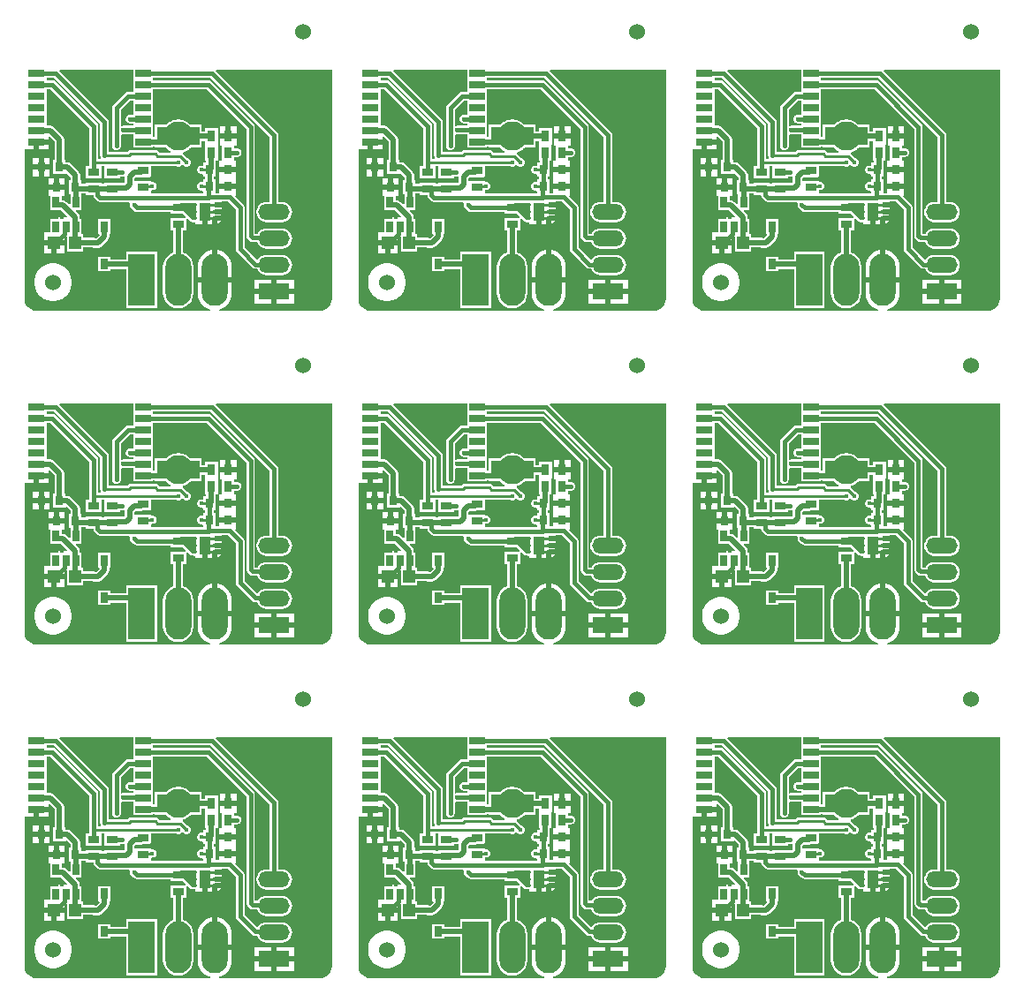
<source format=gbl>
G04*
G04 #@! TF.GenerationSoftware,Altium Limited,Altium Designer,23.2.1 (34)*
G04*
G04 Layer_Physical_Order=2*
G04 Layer_Color=16711680*
%FSAX44Y44*%
%MOMM*%
G71*
G04*
G04 #@! TF.SameCoordinates,AAD7112A-FC18-4F3B-BB33-003CACF6D59D*
G04*
G04*
G04 #@! TF.FilePolarity,Positive*
G04*
G01*
G75*
%ADD14C,0.4064*%
%ADD15C,0.2540*%
%ADD16C,1.5240*%
%ADD17O,2.5000X5.0000*%
%ADD18R,2.5000X5.0000*%
%ADD19C,2.8000*%
%ADD20C,0.4000*%
%ADD21R,1.1430X1.2700*%
%ADD22R,0.8000X1.0000*%
%ADD23R,0.8000X0.9650*%
%ADD24R,0.8000X1.1000*%
%ADD25R,1.1000X0.8000*%
%ADD26R,1.5000X0.7000*%
%ADD27R,3.0000X1.5000*%
%ADD28O,3.0000X1.5000*%
%ADD29R,0.6500X1.1000*%
%ADD30R,1.0160X1.7780*%
%ADD31R,1.1000X1.7000*%
%ADD32R,0.5561X0.2925*%
G04:AMPARAMS|DCode=33|XSize=0.5561mm|YSize=0.2925mm|CornerRadius=0.1462mm|HoleSize=0mm|Usage=FLASHONLY|Rotation=180.000|XOffset=0mm|YOffset=0mm|HoleType=Round|Shape=RoundedRectangle|*
%AMROUNDEDRECTD33*
21,1,0.5561,0.0000,0,0,180.0*
21,1,0.2636,0.2925,0,0,180.0*
1,1,0.2925,-0.1318,0.0000*
1,1,0.2925,0.1318,0.0000*
1,1,0.2925,0.1318,0.0000*
1,1,0.2925,-0.1318,0.0000*
%
%ADD33ROUNDEDRECTD33*%
%ADD34C,0.5080*%
G36*
X00777809Y00860020D02*
X00774817D01*
X00774794Y00860024D01*
X00774232Y00859912D01*
X00773992D01*
X00773769Y00859820D01*
X00773208Y00859709D01*
X00772732Y00859391D01*
X00772510Y00859299D01*
X00772339Y00859128D01*
X00771864Y00858811D01*
X00771546Y00858335D01*
X00771376Y00858165D01*
X00771283Y00857942D01*
X00770965Y00857466D01*
X00770854Y00856905D01*
X00770762Y00856683D01*
Y00856442D01*
X00770650Y00855881D01*
X00770762Y00855319D01*
Y00855079D01*
X00770854Y00854856D01*
X00770965Y00854295D01*
X00771283Y00853819D01*
X00771376Y00853597D01*
X00771546Y00853426D01*
X00771864Y00852951D01*
X00771868Y00852946D01*
X00772344Y00852628D01*
X00772510Y00852462D01*
X00772726Y00852373D01*
X00773213Y00852048D01*
X00773787Y00851933D01*
X00773992Y00851849D01*
X00774213D01*
X00774798Y00851732D01*
X00777809D01*
Y00849409D01*
X00768291D01*
X00767730Y00849298D01*
X00767489D01*
X00767266Y00849206D01*
X00766162Y00850032D01*
X00766084Y00850167D01*
Y00864889D01*
X00774928Y00873732D01*
X00777809D01*
Y00860020D01*
D02*
G37*
G36*
X00457808D02*
X00454817D01*
X00454793Y00860024D01*
X00454232Y00859912D01*
X00453991D01*
X00453769Y00859820D01*
X00453208Y00859709D01*
X00452732Y00859391D01*
X00452509Y00859299D01*
X00452339Y00859128D01*
X00451863Y00858811D01*
X00451545Y00858335D01*
X00451375Y00858165D01*
X00451283Y00857942D01*
X00450965Y00857466D01*
X00450854Y00856905D01*
X00450761Y00856683D01*
Y00856442D01*
X00450650Y00855881D01*
X00450761Y00855319D01*
Y00855079D01*
X00450854Y00854856D01*
X00450965Y00854295D01*
X00451283Y00853819D01*
X00451375Y00853597D01*
X00451545Y00853426D01*
X00451863Y00852951D01*
X00451868Y00852946D01*
X00452344Y00852628D01*
X00452509Y00852462D01*
X00452726Y00852373D01*
X00453212Y00852048D01*
X00453786Y00851933D01*
X00453991Y00851849D01*
X00454213D01*
X00454798Y00851732D01*
X00457808D01*
Y00849409D01*
X00448290D01*
X00447729Y00849298D01*
X00447489D01*
X00447266Y00849206D01*
X00446162Y00850032D01*
X00446084Y00850167D01*
Y00864889D01*
X00454927Y00873732D01*
X00457808D01*
Y00860020D01*
D02*
G37*
G36*
X00137808D02*
X00134817D01*
X00134793Y00860024D01*
X00134232Y00859912D01*
X00133991D01*
X00133769Y00859820D01*
X00133207Y00859709D01*
X00132732Y00859391D01*
X00132509Y00859299D01*
X00132339Y00859128D01*
X00131863Y00858811D01*
X00131545Y00858335D01*
X00131375Y00858165D01*
X00131283Y00857942D01*
X00130965Y00857466D01*
X00130853Y00856905D01*
X00130761Y00856683D01*
Y00856442D01*
X00130649Y00855881D01*
X00130761Y00855319D01*
Y00855079D01*
X00130853Y00854856D01*
X00130965Y00854295D01*
X00131283Y00853819D01*
X00131375Y00853597D01*
X00131545Y00853426D01*
X00131863Y00852951D01*
X00131868Y00852946D01*
X00132344Y00852628D01*
X00132509Y00852462D01*
X00132725Y00852373D01*
X00133212Y00852048D01*
X00133786Y00851933D01*
X00133991Y00851849D01*
X00134213D01*
X00134798Y00851732D01*
X00137808D01*
Y00849409D01*
X00128290D01*
X00127729Y00849298D01*
X00127488D01*
X00127266Y00849206D01*
X00126162Y00850032D01*
X00126084Y00850167D01*
Y00864889D01*
X00134927Y00873732D01*
X00137808D01*
Y00860020D01*
D02*
G37*
G36*
X00777809Y00894344D02*
Y00882019D01*
X00773212D01*
X00771626Y00881704D01*
X00770282Y00880806D01*
X00759011Y00869535D01*
X00758113Y00868191D01*
X00757797Y00866605D01*
Y00830026D01*
X00757909Y00829465D01*
Y00829224D01*
X00758001Y00829001D01*
X00758113Y00828440D01*
X00758430Y00827964D01*
X00758523Y00827742D01*
X00758693Y00827572D01*
X00759011Y00827096D01*
X00759487Y00826778D01*
X00759657Y00826608D01*
X00759879Y00826516D01*
X00760355Y00826198D01*
X00760916Y00826086D01*
X00761139Y00825994D01*
X00761380D01*
X00761941Y00825882D01*
X00762502Y00825994D01*
X00762743D01*
X00762965Y00826086D01*
X00763527Y00826198D01*
X00764002Y00826516D01*
X00764225Y00826608D01*
X00764395Y00826778D01*
X00764871Y00827096D01*
X00765189Y00827572D01*
X00765359Y00827742D01*
X00765451Y00827964D01*
X00765769Y00828440D01*
X00765881Y00829001D01*
X00765973Y00829224D01*
Y00829465D01*
X00766084Y00830026D01*
Y00840365D01*
X00766162Y00840499D01*
X00767266Y00841326D01*
X00767489Y00841234D01*
X00767730D01*
X00768291Y00841122D01*
X00777809D01*
Y00828344D01*
X00796873D01*
Y00829214D01*
X00798759D01*
Y00828428D01*
X00809334D01*
X00809720Y00827959D01*
X00810331Y00827457D01*
X00810891Y00826898D01*
X00811549Y00826458D01*
X00812161Y00825956D01*
X00812859Y00825583D01*
X00813517Y00825143D01*
X00813814Y00825020D01*
X00813561Y00823750D01*
X00802821D01*
X00801513Y00825058D01*
X00800421Y00825788D01*
X00799133Y00826044D01*
X00775838D01*
X00774549Y00825788D01*
X00773457Y00825058D01*
X00772810Y00824410D01*
X00754658D01*
Y00852882D01*
X00754342Y00854468D01*
X00753444Y00855812D01*
X00707151Y00902106D01*
X00707677Y00903376D01*
X00777809D01*
Y00894344D01*
D02*
G37*
G36*
X00457808D02*
Y00882019D01*
X00453211D01*
X00451626Y00881704D01*
X00450281Y00880806D01*
X00439011Y00869535D01*
X00438112Y00868191D01*
X00437797Y00866605D01*
Y00830026D01*
X00437909Y00829465D01*
Y00829224D01*
X00438001Y00829001D01*
X00438112Y00828440D01*
X00438430Y00827964D01*
X00438522Y00827742D01*
X00438693Y00827572D01*
X00439011Y00827096D01*
X00439486Y00826778D01*
X00439657Y00826608D01*
X00439879Y00826516D01*
X00440355Y00826198D01*
X00440916Y00826086D01*
X00441138Y00825994D01*
X00441379D01*
X00441940Y00825882D01*
X00442502Y00825994D01*
X00442743D01*
X00442965Y00826086D01*
X00443526Y00826198D01*
X00444002Y00826516D01*
X00444225Y00826608D01*
X00444395Y00826778D01*
X00444870Y00827096D01*
X00445188Y00827572D01*
X00445359Y00827742D01*
X00445451Y00827964D01*
X00445769Y00828440D01*
X00445880Y00829001D01*
X00445973Y00829224D01*
Y00829465D01*
X00446084Y00830026D01*
Y00840365D01*
X00446162Y00840499D01*
X00447266Y00841326D01*
X00447489Y00841234D01*
X00447729D01*
X00448290Y00841122D01*
X00457808D01*
Y00828344D01*
X00476872D01*
Y00829214D01*
X00478759D01*
Y00828428D01*
X00489334D01*
X00489719Y00827959D01*
X00490331Y00827457D01*
X00490891Y00826898D01*
X00491549Y00826458D01*
X00492160Y00825956D01*
X00492859Y00825583D01*
X00493517Y00825143D01*
X00493814Y00825020D01*
X00493561Y00823750D01*
X00482821D01*
X00481513Y00825058D01*
X00480421Y00825788D01*
X00479132Y00826044D01*
X00455838D01*
X00454549Y00825788D01*
X00453457Y00825058D01*
X00452809Y00824410D01*
X00434658D01*
Y00852882D01*
X00434342Y00854468D01*
X00433444Y00855812D01*
X00387150Y00902106D01*
X00387677Y00903376D01*
X00457808D01*
Y00894344D01*
D02*
G37*
G36*
X00137808D02*
Y00882019D01*
X00133211D01*
X00131625Y00881704D01*
X00130281Y00880806D01*
X00119010Y00869535D01*
X00118112Y00868191D01*
X00117797Y00866605D01*
Y00830026D01*
X00117908Y00829465D01*
Y00829224D01*
X00118000Y00829001D01*
X00118112Y00828440D01*
X00118430Y00827964D01*
X00118522Y00827742D01*
X00118692Y00827572D01*
X00119010Y00827096D01*
X00119486Y00826778D01*
X00119656Y00826608D01*
X00119879Y00826516D01*
X00120354Y00826198D01*
X00120916Y00826086D01*
X00121138Y00825994D01*
X00121379D01*
X00121940Y00825882D01*
X00122501Y00825994D01*
X00122742D01*
X00122965Y00826086D01*
X00123526Y00826198D01*
X00124002Y00826516D01*
X00124224Y00826608D01*
X00124394Y00826778D01*
X00124870Y00827096D01*
X00125188Y00827572D01*
X00125358Y00827742D01*
X00125450Y00827964D01*
X00125768Y00828440D01*
X00125880Y00829001D01*
X00125972Y00829224D01*
Y00829465D01*
X00126084Y00830026D01*
Y00840365D01*
X00126162Y00840499D01*
X00127266Y00841326D01*
X00127488Y00841234D01*
X00127729D01*
X00128290Y00841122D01*
X00137808D01*
Y00828344D01*
X00156872D01*
Y00829214D01*
X00158758D01*
Y00828428D01*
X00169334D01*
X00169719Y00827959D01*
X00170331Y00827457D01*
X00170890Y00826898D01*
X00171548Y00826458D01*
X00172160Y00825956D01*
X00172858Y00825583D01*
X00173516Y00825143D01*
X00173813Y00825020D01*
X00173561Y00823750D01*
X00162821D01*
X00161513Y00825058D01*
X00160420Y00825788D01*
X00159132Y00826044D01*
X00135837D01*
X00134549Y00825788D01*
X00133457Y00825058D01*
X00132809Y00824410D01*
X00114657D01*
Y00852882D01*
X00114342Y00854468D01*
X00113444Y00855812D01*
X00067150Y00902106D01*
X00067676Y00903376D01*
X00137808D01*
Y00894344D01*
D02*
G37*
G36*
X00746371Y00851166D02*
Y00821044D01*
X00746482Y00820482D01*
Y00820242D01*
X00746574Y00820019D01*
X00746686Y00819458D01*
X00747004Y00818982D01*
X00747096Y00818760D01*
X00747119Y00818737D01*
X00747042Y00818265D01*
X00746489Y00817467D01*
X00744494D01*
Y00833617D01*
Y00849076D01*
X00744179Y00850661D01*
X00743281Y00852006D01*
X00703481Y00891806D01*
X00702137Y00892704D01*
X00700551Y00893019D01*
X00694873D01*
Y00895732D01*
X00701804D01*
X00746371Y00851166D01*
D02*
G37*
G36*
X00426370D02*
Y00821044D01*
X00426482Y00820482D01*
Y00820242D01*
X00426574Y00820019D01*
X00426686Y00819458D01*
X00427004Y00818982D01*
X00427096Y00818760D01*
X00427119Y00818737D01*
X00427041Y00818265D01*
X00426489Y00817467D01*
X00424494D01*
Y00833617D01*
Y00849076D01*
X00424179Y00850661D01*
X00423280Y00852006D01*
X00383480Y00891806D01*
X00382136Y00892704D01*
X00380550Y00893019D01*
X00374873D01*
Y00895732D01*
X00381804D01*
X00426370Y00851166D01*
D02*
G37*
G36*
X00106370D02*
Y00821044D01*
X00106482Y00820482D01*
Y00820242D01*
X00106574Y00820019D01*
X00106685Y00819458D01*
X00107003Y00818982D01*
X00107095Y00818760D01*
X00107119Y00818737D01*
X00107041Y00818265D01*
X00106489Y00817467D01*
X00104494D01*
Y00833617D01*
Y00849076D01*
X00104178Y00850661D01*
X00103280Y00852006D01*
X00063480Y00891806D01*
X00062136Y00892704D01*
X00060550Y00893019D01*
X00054872D01*
Y00895732D01*
X00061804D01*
X00106370Y00851166D01*
D02*
G37*
G36*
X00847019Y00832253D02*
X00847019D01*
X00846969Y00831208D01*
X00846969D01*
X00846969Y00831004D01*
Y00816144D01*
X00847647D01*
Y00814023D01*
X00844949D01*
Y00811816D01*
X00844023Y00811198D01*
X00842419D01*
X00840937Y00810584D01*
X00839803Y00809450D01*
X00839189Y00807968D01*
Y00806364D01*
X00839803Y00804882D01*
X00840937Y00803748D01*
X00842419Y00803134D01*
X00844023D01*
X00844949Y00802515D01*
Y00800309D01*
X00846845D01*
Y00798244D01*
X00844965D01*
Y00795981D01*
X00843931Y00795290D01*
X00842327D01*
X00840845Y00794676D01*
X00839710Y00793542D01*
X00839097Y00792060D01*
Y00790456D01*
X00839710Y00788974D01*
X00840845Y00787840D01*
X00842327Y00787226D01*
X00843931D01*
X00844965Y00786535D01*
Y00784704D01*
X00794873D01*
Y00787107D01*
X00795532Y00787547D01*
X00797136D01*
X00798617Y00788161D01*
X00799752Y00789295D01*
X00800366Y00790777D01*
Y00792381D01*
X00799752Y00793863D01*
X00798617Y00794997D01*
X00797136Y00795611D01*
X00795532D01*
X00794873Y00796051D01*
Y00796308D01*
X00779809D01*
X00779255Y00797348D01*
Y00798744D01*
X00780666Y00800154D01*
X00785881D01*
X00786331Y00800244D01*
X00794873D01*
Y00810733D01*
X00818821D01*
X00818872Y00810682D01*
X00820354Y00810068D01*
X00821958D01*
X00823440Y00810682D01*
X00824402Y00811644D01*
X00825176Y00811732D01*
X00825874Y00811635D01*
X00826850Y00810659D01*
X00828332Y00810045D01*
X00829936D01*
X00831417Y00810659D01*
X00832552Y00811793D01*
X00833166Y00813275D01*
Y00814879D01*
X00832552Y00816361D01*
X00831417Y00817495D01*
X00829936Y00818109D01*
X00829863D01*
X00825408Y00822564D01*
X00825502Y00823391D01*
X00825752Y00823928D01*
X00825787Y00823934D01*
X00826518Y00824237D01*
X00827276Y00824467D01*
X00827974Y00824840D01*
X00828705Y00825143D01*
X00829363Y00825583D01*
X00830061Y00825956D01*
X00830673Y00826458D01*
X00831330Y00826898D01*
X00831890Y00827457D01*
X00832502Y00827959D01*
X00832887Y00828428D01*
X00843463D01*
Y00834689D01*
X00847019D01*
Y00832253D01*
D02*
G37*
G36*
X00527019D02*
X00527019D01*
X00526968Y00831208D01*
X00526968D01*
X00526968Y00831004D01*
Y00816144D01*
X00527647D01*
Y00814023D01*
X00524949D01*
Y00811816D01*
X00524022Y00811198D01*
X00522419D01*
X00520937Y00810584D01*
X00519802Y00809450D01*
X00519188Y00807968D01*
Y00806364D01*
X00519802Y00804882D01*
X00520937Y00803748D01*
X00522419Y00803134D01*
X00524022D01*
X00524949Y00802515D01*
Y00800309D01*
X00526845D01*
Y00798244D01*
X00524964D01*
Y00795981D01*
X00523930Y00795290D01*
X00522326D01*
X00520844Y00794676D01*
X00519710Y00793542D01*
X00519096Y00792060D01*
Y00790456D01*
X00519710Y00788974D01*
X00520844Y00787840D01*
X00522326Y00787226D01*
X00523930D01*
X00524964Y00786535D01*
Y00784704D01*
X00474873D01*
Y00787107D01*
X00475531Y00787547D01*
X00477135D01*
X00478617Y00788161D01*
X00479751Y00789295D01*
X00480365Y00790777D01*
Y00792381D01*
X00479751Y00793863D01*
X00478617Y00794997D01*
X00477135Y00795611D01*
X00475531D01*
X00474873Y00796051D01*
Y00796308D01*
X00459809D01*
X00459255Y00797348D01*
Y00798744D01*
X00460665Y00800154D01*
X00465881D01*
X00466331Y00800244D01*
X00474873D01*
Y00810733D01*
X00498820D01*
X00498872Y00810682D01*
X00500354Y00810068D01*
X00501958D01*
X00503440Y00810682D01*
X00504402Y00811644D01*
X00505176Y00811732D01*
X00505874Y00811635D01*
X00506849Y00810659D01*
X00508331Y00810045D01*
X00509935D01*
X00511417Y00810659D01*
X00512551Y00811793D01*
X00513165Y00813275D01*
Y00814879D01*
X00512551Y00816361D01*
X00511417Y00817495D01*
X00509935Y00818109D01*
X00509862D01*
X00505408Y00822564D01*
X00505501Y00823391D01*
X00505752Y00823928D01*
X00505787Y00823934D01*
X00506518Y00824237D01*
X00507275Y00824467D01*
X00507973Y00824840D01*
X00508704Y00825143D01*
X00509362Y00825583D01*
X00510060Y00825956D01*
X00510672Y00826458D01*
X00511330Y00826898D01*
X00511890Y00827457D01*
X00512502Y00827959D01*
X00512887Y00828428D01*
X00523462D01*
Y00834689D01*
X00527019D01*
Y00832253D01*
D02*
G37*
G36*
X00207019D02*
X00207019D01*
X00206968Y00831208D01*
X00206968D01*
X00206968Y00831004D01*
Y00816144D01*
X00207647D01*
Y00814023D01*
X00204948D01*
Y00811816D01*
X00204022Y00811198D01*
X00202418D01*
X00200936Y00810584D01*
X00199802Y00809450D01*
X00199188Y00807968D01*
Y00806364D01*
X00199802Y00804882D01*
X00200936Y00803748D01*
X00202418Y00803134D01*
X00204022D01*
X00204948Y00802515D01*
Y00800309D01*
X00206845D01*
Y00798244D01*
X00204964D01*
Y00795981D01*
X00203930Y00795290D01*
X00202326D01*
X00200844Y00794676D01*
X00199710Y00793542D01*
X00199096Y00792060D01*
Y00790456D01*
X00199710Y00788974D01*
X00200844Y00787840D01*
X00202326Y00787226D01*
X00203930D01*
X00204964Y00786535D01*
Y00784704D01*
X00154872D01*
Y00787107D01*
X00155531Y00787547D01*
X00157135D01*
X00158617Y00788161D01*
X00159751Y00789295D01*
X00160365Y00790777D01*
Y00792381D01*
X00159751Y00793863D01*
X00158617Y00794997D01*
X00157135Y00795611D01*
X00155531D01*
X00154872Y00796051D01*
Y00796308D01*
X00139808D01*
X00139254Y00797348D01*
Y00798744D01*
X00140665Y00800154D01*
X00145880D01*
X00146331Y00800244D01*
X00154872D01*
Y00810733D01*
X00178820D01*
X00178872Y00810682D01*
X00180354Y00810068D01*
X00181957D01*
X00183440Y00810682D01*
X00184402Y00811644D01*
X00185175Y00811732D01*
X00185873Y00811635D01*
X00186849Y00810659D01*
X00188331Y00810045D01*
X00189935D01*
X00191417Y00810659D01*
X00192551Y00811793D01*
X00193165Y00813275D01*
Y00814879D01*
X00192551Y00816361D01*
X00191417Y00817495D01*
X00189935Y00818109D01*
X00189862D01*
X00185407Y00822564D01*
X00185501Y00823391D01*
X00185752Y00823928D01*
X00185786Y00823934D01*
X00186518Y00824237D01*
X00187275Y00824467D01*
X00187973Y00824840D01*
X00188704Y00825143D01*
X00189362Y00825583D01*
X00190060Y00825956D01*
X00190672Y00826458D01*
X00191330Y00826898D01*
X00191889Y00827457D01*
X00192501Y00827959D01*
X00192886Y00828428D01*
X00203462D01*
Y00834689D01*
X00207019D01*
Y00832253D01*
D02*
G37*
G36*
X00736207Y00847359D02*
Y00833617D01*
Y00811038D01*
X00732819D01*
Y00798974D01*
X00747883D01*
Y00810733D01*
X00750599D01*
Y00798974D01*
X00765663D01*
Y00800482D01*
X00767021D01*
X00767582Y00800594D01*
X00767823D01*
X00768045Y00800686D01*
X00768606Y00800798D01*
X00768699Y00800859D01*
X00768872Y00800833D01*
X00769760Y00800366D01*
X00769932Y00800175D01*
Y00795079D01*
X00769323Y00794471D01*
X00765663D01*
Y00795038D01*
X00750599D01*
Y00793667D01*
X00747883D01*
Y00795038D01*
X00732819D01*
Y00793667D01*
X00728238D01*
Y00797128D01*
X00727232D01*
Y00802016D01*
X00726878Y00803800D01*
X00725867Y00805312D01*
X00718177Y00813002D01*
X00716665Y00814013D01*
X00714881Y00814367D01*
X00713223D01*
Y00816563D01*
X00711852D01*
Y00836516D01*
X00711497Y00838300D01*
X00710487Y00839812D01*
X00702127Y00848172D01*
X00700615Y00849183D01*
X00698831Y00849537D01*
X00694873D01*
Y00861344D01*
Y00872344D01*
Y00884732D01*
X00698834D01*
X00736207Y00847359D01*
D02*
G37*
G36*
X00416207D02*
Y00833617D01*
Y00811038D01*
X00412818D01*
Y00798974D01*
X00427882D01*
Y00810733D01*
X00430598D01*
Y00798974D01*
X00445662D01*
Y00800482D01*
X00447020D01*
X00447582Y00800594D01*
X00447822D01*
X00448045Y00800686D01*
X00448606Y00800798D01*
X00448699Y00800859D01*
X00448872Y00800833D01*
X00449760Y00800366D01*
X00449932Y00800175D01*
Y00795079D01*
X00449323Y00794471D01*
X00445662D01*
Y00795038D01*
X00430598D01*
Y00793667D01*
X00427882D01*
Y00795038D01*
X00412818D01*
Y00793667D01*
X00408238D01*
Y00797128D01*
X00407232D01*
Y00802016D01*
X00406877Y00803800D01*
X00405867Y00805312D01*
X00398177Y00813002D01*
X00396665Y00814013D01*
X00394880Y00814367D01*
X00393223D01*
Y00816563D01*
X00391852D01*
Y00836516D01*
X00391497Y00838300D01*
X00390487Y00839812D01*
X00382127Y00848172D01*
X00380614Y00849183D01*
X00378830Y00849537D01*
X00374873D01*
Y00861344D01*
Y00872344D01*
Y00884732D01*
X00378834D01*
X00416207Y00847359D01*
D02*
G37*
G36*
X00096207D02*
Y00833617D01*
Y00811038D01*
X00092818D01*
Y00798974D01*
X00107882D01*
Y00810733D01*
X00110598D01*
Y00798974D01*
X00125662D01*
Y00800482D01*
X00127020D01*
X00127581Y00800594D01*
X00127822D01*
X00128045Y00800686D01*
X00128606Y00800798D01*
X00128698Y00800859D01*
X00128872Y00800833D01*
X00129760Y00800366D01*
X00129931Y00800175D01*
Y00795079D01*
X00129323Y00794471D01*
X00125662D01*
Y00795038D01*
X00110598D01*
Y00793667D01*
X00107882D01*
Y00795038D01*
X00092818D01*
Y00793667D01*
X00088237D01*
Y00797128D01*
X00087232D01*
Y00802016D01*
X00086877Y00803800D01*
X00085866Y00805312D01*
X00078176Y00813002D01*
X00076664Y00814013D01*
X00074880Y00814367D01*
X00073222D01*
Y00816563D01*
X00071852D01*
Y00836516D01*
X00071497Y00838300D01*
X00070486Y00839812D01*
X00062126Y00848172D01*
X00060614Y00849183D01*
X00058830Y00849537D01*
X00054872D01*
Y00861344D01*
Y00872344D01*
Y00884732D01*
X00058834D01*
X00096207Y00847359D01*
D02*
G37*
G36*
X00838146Y00759123D02*
X00834493D01*
X00822859Y00770758D01*
Y00775048D01*
X00838146D01*
Y00759123D01*
D02*
G37*
G36*
X00518146D02*
X00514493D01*
X00502858Y00770758D01*
Y00775048D01*
X00518146D01*
Y00759123D01*
D02*
G37*
G36*
X00198146D02*
X00194492D01*
X00182858Y00770758D01*
Y00775048D01*
X00198146D01*
Y00759123D01*
D02*
G37*
G36*
X00968529Y00683835D02*
X00968544Y00683760D01*
X00968148Y00680748D01*
X00966956Y00677871D01*
X00965061Y00675401D01*
X00962590Y00673505D01*
X00959713Y00672314D01*
X00957840Y00672067D01*
X00956626Y00671932D01*
X00955365Y00671932D01*
X00860360D01*
X00860172Y00673202D01*
X00862383Y00673873D01*
X00865216Y00675387D01*
X00867700Y00677425D01*
X00869738Y00679909D01*
X00871252Y00682742D01*
X00872185Y00685817D01*
X00872500Y00689014D01*
Y00698974D01*
X00839722D01*
Y00689014D01*
X00840037Y00685817D01*
X00840969Y00682742D01*
X00842484Y00679909D01*
X00844522Y00677425D01*
X00847006Y00675387D01*
X00849839Y00673873D01*
X00852050Y00673202D01*
X00851862Y00671932D01*
X00685595D01*
X00685521Y00671917D01*
X00682508Y00672314D01*
X00679631Y00673505D01*
X00677161Y00675401D01*
X00675266Y00677871D01*
X00674074Y00680748D01*
X00673678Y00683760D01*
X00673692Y00683835D01*
Y00825436D01*
X00674031Y00826566D01*
X00682801D01*
Y00833876D01*
X00685341D01*
Y00836416D01*
X00696651D01*
Y00838667D01*
X00697921Y00839193D01*
X00702529Y00834585D01*
Y00816563D01*
X00701159D01*
Y00802849D01*
X00713223D01*
Y00803112D01*
X00714396Y00803598D01*
X00717909Y00800085D01*
Y00797128D01*
X00716174D01*
Y00783414D01*
X00717674D01*
Y00774489D01*
X00716500Y00774003D01*
X00713996Y00776507D01*
X00712484Y00777517D01*
X00710700Y00777872D01*
X00709238D01*
Y00781636D01*
X00712516D01*
Y00787731D01*
X00696896D01*
Y00781636D01*
X00698674D01*
Y00768639D01*
X00704215D01*
X00704666Y00768549D01*
X00708769D01*
X00714664Y00762654D01*
X00714178Y00761481D01*
X00706396D01*
Y00759703D01*
X00698674D01*
Y00747091D01*
X00692661D01*
Y00739471D01*
X00711711D01*
Y00742861D01*
X00714439D01*
Y00728549D01*
X00729933D01*
Y00732654D01*
X00738502D01*
X00738623Y00732573D01*
X00740407Y00732218D01*
X00744615D01*
X00746399Y00732573D01*
X00747911Y00733584D01*
X00753807Y00739480D01*
X00754818Y00740992D01*
X00755172Y00742776D01*
Y00745744D01*
X00756543D01*
Y00759808D01*
X00744479D01*
Y00745744D01*
X00745287D01*
X00745616Y00744474D01*
X00742684Y00741542D01*
X00741876D01*
X00741755Y00741622D01*
X00739971Y00741977D01*
X00729933D01*
Y00745313D01*
X00728238D01*
Y00759703D01*
X00726907D01*
Y00761665D01*
X00726553Y00763449D01*
X00725542Y00764961D01*
X00723038Y00767466D01*
X00723524Y00768639D01*
X00728238D01*
Y00783414D01*
X00728238D01*
Y00784344D01*
X00732819D01*
Y00782974D01*
X00739675D01*
Y00782941D01*
X00739991Y00781356D01*
X00740889Y00780011D01*
X00743270Y00777631D01*
X00744614Y00776732D01*
X00746199Y00776417D01*
X00774037D01*
X00774099Y00776375D01*
X00774773Y00775237D01*
X00774771Y00775147D01*
X00774673Y00774656D01*
X00774581Y00774434D01*
Y00774193D01*
X00774469Y00773632D01*
X00774581Y00773070D01*
Y00772830D01*
X00774673Y00772607D01*
X00774785Y00772046D01*
X00775103Y00771570D01*
X00775195Y00771348D01*
X00775365Y00771178D01*
X00775683Y00770702D01*
X00778267Y00768118D01*
X00779611Y00767220D01*
X00781197Y00766904D01*
X00813579D01*
Y00765016D01*
X00825670D01*
X00828336Y00762350D01*
X00827810Y00761080D01*
X00813579D01*
Y00749016D01*
X00816449D01*
Y00727812D01*
X00813782Y00726708D01*
X00810746Y00724378D01*
X00808417Y00721343D01*
X00806953Y00717808D01*
X00806453Y00714014D01*
Y00689014D01*
X00806953Y00685220D01*
X00808417Y00681685D01*
X00810746Y00678650D01*
X00813782Y00676320D01*
X00817317Y00674856D01*
X00821111Y00674357D01*
X00824904Y00674856D01*
X00828439Y00676320D01*
X00831475Y00678650D01*
X00833804Y00681685D01*
X00835269Y00685220D01*
X00835768Y00689014D01*
Y00714014D01*
X00835269Y00717808D01*
X00833804Y00721343D01*
X00831475Y00724378D01*
X00828439Y00726708D01*
X00825772Y00727812D01*
Y00749016D01*
X00828643D01*
Y00760247D01*
X00829913Y00760774D01*
X00833028Y00757658D01*
X00833700Y00757209D01*
X00834493Y00757051D01*
X00834493Y00757051D01*
X00835367D01*
X00835510Y00757023D01*
X00837299D01*
Y00754776D01*
X00844069D01*
Y00767086D01*
X00849149D01*
Y00754776D01*
X00853849D01*
Y00760586D01*
X00856389D01*
Y00763126D01*
X00862351D01*
X00861877Y00763836D01*
X00862351Y00764546D01*
X00856389D01*
Y00769626D01*
X00862980D01*
Y00771046D01*
X00856389D01*
Y00776126D01*
X00862980D01*
Y00776701D01*
X00869096D01*
X00876391Y00769405D01*
Y00731021D01*
X00876707Y00729436D01*
X00877605Y00728091D01*
X00892221Y00713475D01*
X00893565Y00712577D01*
X00895151Y00712262D01*
X00896688D01*
X00897245Y00710919D01*
X00898773Y00708928D01*
X00900764Y00707400D01*
X00903083Y00706439D01*
X00905571Y00706112D01*
X00920571D01*
X00923059Y00706439D01*
X00925378Y00707400D01*
X00927369Y00708928D01*
X00928897Y00710919D01*
X00929857Y00713238D01*
X00930185Y00715726D01*
X00929857Y00718214D01*
X00928897Y00720533D01*
X00927369Y00722524D01*
X00925378Y00724052D01*
X00923059Y00725012D01*
X00920571Y00725340D01*
X00905571D01*
X00903083Y00725012D01*
X00900764Y00724052D01*
X00898773Y00722524D01*
X00897829Y00721294D01*
X00896217Y00721200D01*
X00884679Y00732738D01*
Y00771122D01*
X00884363Y00772707D01*
X00883465Y00774052D01*
X00875855Y00781662D01*
X00876307Y00782752D01*
X00876307D01*
Y00788847D01*
X00860687D01*
Y00784988D01*
X00857029D01*
Y00798244D01*
X00855132D01*
Y00800309D01*
X00857013D01*
Y00814023D01*
X00856971D01*
Y00816144D01*
X00859033D01*
Y00831208D01*
X00859033D01*
X00859083Y00832253D01*
X00859083D01*
X00859083Y00832457D01*
Y00847317D01*
X00847019D01*
Y00844012D01*
X00843463D01*
Y00850272D01*
X00832887D01*
X00832502Y00850742D01*
X00831890Y00851244D01*
X00831330Y00851803D01*
X00830673Y00852243D01*
X00830061Y00852745D01*
X00829363Y00853118D01*
X00828705Y00853558D01*
X00827974Y00853861D01*
X00827276Y00854234D01*
X00826518Y00854464D01*
X00825787Y00854766D01*
X00825011Y00854921D01*
X00824254Y00855150D01*
X00823466Y00855228D01*
X00822690Y00855382D01*
X00821898D01*
X00821111Y00855460D01*
X00820323Y00855382D01*
X00819532D01*
X00818755Y00855228D01*
X00817968Y00855150D01*
X00817211Y00854921D01*
X00816434Y00854766D01*
X00815703Y00854464D01*
X00814946Y00854234D01*
X00814248Y00853861D01*
X00813517Y00853558D01*
X00812859Y00853118D01*
X00812161Y00852745D01*
X00811549Y00852243D01*
X00810891Y00851803D01*
X00810331Y00851244D01*
X00809720Y00850742D01*
X00809334Y00850272D01*
X00798759D01*
Y00838537D01*
X00796873D01*
Y00850344D01*
Y00861344D01*
Y00872344D01*
Y00884732D01*
X00848106D01*
X00886228Y00846610D01*
Y00744235D01*
X00886544Y00742649D01*
X00887442Y00741305D01*
X00889822Y00738924D01*
X00891167Y00738026D01*
X00892752Y00737711D01*
X00896668D01*
X00897245Y00736319D01*
X00898773Y00734327D01*
X00900764Y00732800D01*
X00903083Y00731839D01*
X00905571Y00731512D01*
X00920571D01*
X00923059Y00731839D01*
X00925378Y00732800D01*
X00927369Y00734327D01*
X00928897Y00736319D01*
X00929857Y00738637D01*
X00930185Y00741126D01*
X00929857Y00743614D01*
X00928897Y00745933D01*
X00927369Y00747924D01*
X00925378Y00749452D01*
X00923059Y00750412D01*
X00920571Y00750740D01*
X00905571D01*
X00903083Y00750412D01*
X00900764Y00749452D01*
X00898773Y00747924D01*
X00897295Y00745998D01*
X00894515D01*
Y00848326D01*
X00894200Y00849912D01*
X00893302Y00851256D01*
X00852752Y00891806D01*
X00851408Y00892704D01*
X00849822Y00893019D01*
X00796873D01*
Y00895732D01*
X00851665D01*
X00908927Y00838469D01*
Y00776140D01*
X00905571D01*
X00903083Y00775812D01*
X00900764Y00774852D01*
X00898773Y00773324D01*
X00897245Y00771333D01*
X00896284Y00769014D01*
X00895957Y00766526D01*
X00896284Y00764037D01*
X00897245Y00761719D01*
X00898773Y00759727D01*
X00900764Y00758200D01*
X00903083Y00757239D01*
X00905571Y00756912D01*
X00920571D01*
X00923059Y00757239D01*
X00925378Y00758200D01*
X00927369Y00759727D01*
X00928897Y00761719D01*
X00929857Y00764037D01*
X00930185Y00766526D01*
X00929857Y00769014D01*
X00928897Y00771333D01*
X00927369Y00773324D01*
X00925378Y00774852D01*
X00923059Y00775812D01*
X00920571Y00776140D01*
X00917214D01*
Y00840186D01*
X00916899Y00841771D01*
X00916001Y00843116D01*
X00857011Y00902106D01*
X00857537Y00903376D01*
X00968529D01*
Y00683835D01*
D02*
G37*
G36*
X00648529D02*
X00648544Y00683760D01*
X00648147Y00680748D01*
X00646956Y00677871D01*
X00645060Y00675401D01*
X00642590Y00673505D01*
X00639713Y00672314D01*
X00637840Y00672067D01*
X00636626Y00671932D01*
X00635364Y00671932D01*
X00540360D01*
X00540171Y00673202D01*
X00542382Y00673873D01*
X00545216Y00675387D01*
X00547699Y00677425D01*
X00549737Y00679909D01*
X00551252Y00682742D01*
X00552184Y00685817D01*
X00552499Y00689014D01*
Y00698974D01*
X00519721D01*
Y00689014D01*
X00520037Y00685817D01*
X00520969Y00682742D01*
X00522484Y00679909D01*
X00524522Y00677425D01*
X00527005Y00675387D01*
X00529839Y00673873D01*
X00532050Y00673202D01*
X00531861Y00671932D01*
X00365595D01*
X00365520Y00671917D01*
X00362508Y00672314D01*
X00359631Y00673505D01*
X00357161Y00675401D01*
X00355265Y00677871D01*
X00354074Y00680748D01*
X00353677Y00683760D01*
X00353692Y00683835D01*
Y00825436D01*
X00354030Y00826566D01*
X00362800D01*
Y00833876D01*
X00365340D01*
Y00836416D01*
X00376651D01*
Y00838667D01*
X00377920Y00839193D01*
X00382529Y00834585D01*
Y00816563D01*
X00381158D01*
Y00802849D01*
X00393223D01*
Y00803112D01*
X00394396Y00803598D01*
X00397909Y00800085D01*
Y00797128D01*
X00396174D01*
Y00783414D01*
X00397673D01*
Y00774489D01*
X00396500Y00774003D01*
X00393996Y00776507D01*
X00392484Y00777517D01*
X00390700Y00777872D01*
X00389238D01*
Y00781636D01*
X00392515D01*
Y00787731D01*
X00376896D01*
Y00781636D01*
X00378674D01*
Y00768639D01*
X00384215D01*
X00384666Y00768549D01*
X00388769D01*
X00394664Y00762654D01*
X00394178Y00761481D01*
X00386395D01*
Y00759703D01*
X00378674D01*
Y00747091D01*
X00372661D01*
Y00739471D01*
X00391711D01*
Y00742861D01*
X00394439D01*
Y00728549D01*
X00409933D01*
Y00732654D01*
X00418501D01*
X00418622Y00732573D01*
X00420406Y00732218D01*
X00424615D01*
X00426399Y00732573D01*
X00427911Y00733584D01*
X00433807Y00739480D01*
X00434817Y00740992D01*
X00435172Y00742776D01*
Y00745744D01*
X00436543D01*
Y00759808D01*
X00424478D01*
Y00745744D01*
X00425287D01*
X00425616Y00744474D01*
X00422684Y00741542D01*
X00421876D01*
X00421754Y00741622D01*
X00419971Y00741977D01*
X00409933D01*
Y00745313D01*
X00408237D01*
Y00759703D01*
X00406907D01*
Y00761665D01*
X00406552Y00763449D01*
X00405542Y00764961D01*
X00403037Y00767466D01*
X00403523Y00768639D01*
X00408237D01*
Y00783414D01*
X00408238D01*
Y00784344D01*
X00412818D01*
Y00782974D01*
X00419675D01*
Y00782941D01*
X00419990Y00781356D01*
X00420888Y00780011D01*
X00423269Y00777631D01*
X00424613Y00776732D01*
X00426199Y00776417D01*
X00454037D01*
X00454099Y00776375D01*
X00454773Y00775237D01*
X00454770Y00775147D01*
X00454673Y00774656D01*
X00454581Y00774434D01*
Y00774193D01*
X00454469Y00773632D01*
X00454581Y00773070D01*
Y00772830D01*
X00454673Y00772607D01*
X00454784Y00772046D01*
X00455102Y00771570D01*
X00455194Y00771348D01*
X00455365Y00771178D01*
X00455683Y00770702D01*
X00458266Y00768118D01*
X00459610Y00767220D01*
X00461196Y00766904D01*
X00493578D01*
Y00765016D01*
X00505670D01*
X00508336Y00762350D01*
X00507810Y00761080D01*
X00493578D01*
Y00749016D01*
X00496449D01*
Y00727812D01*
X00493782Y00726708D01*
X00490746Y00724378D01*
X00488417Y00721343D01*
X00486953Y00717808D01*
X00486453Y00714014D01*
Y00689014D01*
X00486953Y00685220D01*
X00488417Y00681685D01*
X00490746Y00678650D01*
X00493782Y00676320D01*
X00497317Y00674856D01*
X00501110Y00674357D01*
X00504904Y00674856D01*
X00508439Y00676320D01*
X00511475Y00678650D01*
X00513804Y00681685D01*
X00515268Y00685220D01*
X00515768Y00689014D01*
Y00714014D01*
X00515268Y00717808D01*
X00513804Y00721343D01*
X00511475Y00724378D01*
X00508439Y00726708D01*
X00505772Y00727812D01*
Y00749016D01*
X00508643D01*
Y00760247D01*
X00509912Y00760774D01*
X00513028Y00757658D01*
X00513700Y00757209D01*
X00514493Y00757051D01*
X00514493Y00757051D01*
X00515366D01*
X00515510Y00757023D01*
X00517299D01*
Y00754776D01*
X00524068D01*
Y00767086D01*
X00529148D01*
Y00754776D01*
X00533849D01*
Y00760586D01*
X00536389D01*
Y00763126D01*
X00542351D01*
X00541876Y00763836D01*
X00542351Y00764546D01*
X00536389D01*
Y00769626D01*
X00542979D01*
Y00771046D01*
X00536389D01*
Y00776126D01*
X00542979D01*
Y00776701D01*
X00549096D01*
X00556391Y00769405D01*
Y00731021D01*
X00556707Y00729436D01*
X00557605Y00728091D01*
X00572220Y00713475D01*
X00573565Y00712577D01*
X00575150Y00712262D01*
X00576688D01*
X00577244Y00710919D01*
X00578772Y00708928D01*
X00580763Y00707400D01*
X00583082Y00706439D01*
X00585570Y00706112D01*
X00600570D01*
X00603059Y00706439D01*
X00605378Y00707400D01*
X00607369Y00708928D01*
X00608897Y00710919D01*
X00609857Y00713238D01*
X00610185Y00715726D01*
X00609857Y00718214D01*
X00608897Y00720533D01*
X00607369Y00722524D01*
X00605378Y00724052D01*
X00603059Y00725012D01*
X00600570Y00725340D01*
X00585570D01*
X00583082Y00725012D01*
X00580763Y00724052D01*
X00578772Y00722524D01*
X00577828Y00721294D01*
X00576216Y00721200D01*
X00564678Y00732738D01*
Y00771122D01*
X00564363Y00772707D01*
X00563465Y00774052D01*
X00555855Y00781662D01*
X00556306Y00782752D01*
X00556306D01*
Y00788847D01*
X00540686D01*
Y00784988D01*
X00537029D01*
Y00798244D01*
X00535132D01*
Y00800309D01*
X00537012D01*
Y00814023D01*
X00536970D01*
Y00816144D01*
X00539033D01*
Y00831208D01*
X00539033D01*
X00539083Y00832253D01*
X00539083D01*
X00539083Y00832457D01*
Y00847317D01*
X00527019D01*
Y00844012D01*
X00523462D01*
Y00850272D01*
X00512887D01*
X00512502Y00850742D01*
X00511890Y00851244D01*
X00511330Y00851803D01*
X00510672Y00852243D01*
X00510060Y00852745D01*
X00509362Y00853118D01*
X00508704Y00853558D01*
X00507973Y00853861D01*
X00507275Y00854234D01*
X00506518Y00854464D01*
X00505787Y00854766D01*
X00505010Y00854921D01*
X00504253Y00855150D01*
X00503466Y00855228D01*
X00502690Y00855382D01*
X00501898D01*
X00501110Y00855460D01*
X00500323Y00855382D01*
X00499531D01*
X00498755Y00855228D01*
X00497968Y00855150D01*
X00497210Y00854921D01*
X00496434Y00854766D01*
X00495703Y00854464D01*
X00494946Y00854234D01*
X00494248Y00853861D01*
X00493517Y00853558D01*
X00492859Y00853118D01*
X00492160Y00852745D01*
X00491549Y00852243D01*
X00490891Y00851803D01*
X00490331Y00851244D01*
X00489719Y00850742D01*
X00489334Y00850272D01*
X00478759D01*
Y00838537D01*
X00476872D01*
Y00850344D01*
Y00861344D01*
Y00872344D01*
Y00884732D01*
X00528105D01*
X00566228Y00846610D01*
Y00744235D01*
X00566543Y00742649D01*
X00567441Y00741305D01*
X00569822Y00738924D01*
X00571166Y00738026D01*
X00572752Y00737711D01*
X00576668D01*
X00577244Y00736319D01*
X00578772Y00734327D01*
X00580763Y00732800D01*
X00583082Y00731839D01*
X00585570Y00731512D01*
X00600570D01*
X00603059Y00731839D01*
X00605378Y00732800D01*
X00607369Y00734327D01*
X00608897Y00736319D01*
X00609857Y00738637D01*
X00610185Y00741126D01*
X00609857Y00743614D01*
X00608897Y00745933D01*
X00607369Y00747924D01*
X00605378Y00749452D01*
X00603059Y00750412D01*
X00600570Y00750740D01*
X00585570D01*
X00583082Y00750412D01*
X00580763Y00749452D01*
X00578772Y00747924D01*
X00577294Y00745998D01*
X00574515D01*
Y00848326D01*
X00574200Y00849912D01*
X00573301Y00851256D01*
X00532752Y00891806D01*
X00531407Y00892704D01*
X00529822Y00893019D01*
X00476872D01*
Y00895732D01*
X00531664D01*
X00588927Y00838469D01*
Y00776140D01*
X00585570D01*
X00583082Y00775812D01*
X00580763Y00774852D01*
X00578772Y00773324D01*
X00577244Y00771333D01*
X00576284Y00769014D01*
X00575956Y00766526D01*
X00576284Y00764037D01*
X00577244Y00761719D01*
X00578772Y00759727D01*
X00580763Y00758200D01*
X00583082Y00757239D01*
X00585570Y00756912D01*
X00600570D01*
X00603059Y00757239D01*
X00605378Y00758200D01*
X00607369Y00759727D01*
X00608897Y00761719D01*
X00609857Y00764037D01*
X00610185Y00766526D01*
X00609857Y00769014D01*
X00608897Y00771333D01*
X00607369Y00773324D01*
X00605378Y00774852D01*
X00603059Y00775812D01*
X00600570Y00776140D01*
X00597214D01*
Y00840186D01*
X00596899Y00841771D01*
X00596001Y00843116D01*
X00537010Y00902106D01*
X00537537Y00903376D01*
X00648529D01*
Y00683835D01*
D02*
G37*
G36*
X00328529D02*
X00328544Y00683760D01*
X00328147Y00680748D01*
X00326955Y00677871D01*
X00325060Y00675401D01*
X00322590Y00673505D01*
X00319713Y00672314D01*
X00317840Y00672067D01*
X00316626Y00671932D01*
X00315364Y00671932D01*
X00220359D01*
X00220171Y00673202D01*
X00222382Y00673873D01*
X00225215Y00675387D01*
X00227699Y00677425D01*
X00229737Y00679909D01*
X00231252Y00682742D01*
X00232184Y00685817D01*
X00232499Y00689014D01*
Y00698974D01*
X00199721D01*
Y00689014D01*
X00200036Y00685817D01*
X00200969Y00682742D01*
X00202483Y00679909D01*
X00204521Y00677425D01*
X00207005Y00675387D01*
X00209838Y00673873D01*
X00212049Y00673202D01*
X00211861Y00671932D01*
X00045595D01*
X00045520Y00671917D01*
X00042508Y00672314D01*
X00039631Y00673505D01*
X00037160Y00675401D01*
X00035265Y00677871D01*
X00034073Y00680748D01*
X00033677Y00683760D01*
X00033692Y00683835D01*
Y00825436D01*
X00034030Y00826566D01*
X00042800D01*
Y00833876D01*
X00045340D01*
Y00836416D01*
X00056650D01*
Y00838667D01*
X00057920Y00839193D01*
X00062529Y00834585D01*
Y00816563D01*
X00061158D01*
Y00802849D01*
X00073222D01*
Y00803112D01*
X00074395Y00803598D01*
X00077909Y00800085D01*
Y00797128D01*
X00076173D01*
Y00783414D01*
X00077673D01*
Y00774489D01*
X00076500Y00774003D01*
X00073996Y00776507D01*
X00072483Y00777517D01*
X00070700Y00777872D01*
X00069237D01*
Y00781636D01*
X00072515D01*
Y00787731D01*
X00056895D01*
Y00781636D01*
X00058673D01*
Y00768639D01*
X00064215D01*
X00064665Y00768549D01*
X00068769D01*
X00074664Y00762654D01*
X00074178Y00761481D01*
X00066395D01*
Y00759703D01*
X00058673D01*
Y00747091D01*
X00052660D01*
Y00739471D01*
X00071710D01*
Y00742861D01*
X00074438D01*
Y00728549D01*
X00089932D01*
Y00732654D01*
X00098501D01*
X00098622Y00732573D01*
X00100406Y00732218D01*
X00104614D01*
X00106398Y00732573D01*
X00107911Y00733584D01*
X00113806Y00739480D01*
X00114817Y00740992D01*
X00115172Y00742776D01*
Y00745744D01*
X00116542D01*
Y00759808D01*
X00104478D01*
Y00745744D01*
X00105286D01*
X00105616Y00744474D01*
X00102683Y00741542D01*
X00101875D01*
X00101754Y00741622D01*
X00099970Y00741977D01*
X00089932D01*
Y00745313D01*
X00088237D01*
Y00759703D01*
X00086907D01*
Y00761665D01*
X00086552Y00763449D01*
X00085541Y00764961D01*
X00083037Y00767466D01*
X00083523Y00768639D01*
X00088237D01*
Y00783414D01*
X00088237D01*
Y00784344D01*
X00092818D01*
Y00782974D01*
X00099675D01*
Y00782941D01*
X00099990Y00781356D01*
X00100888Y00780011D01*
X00103269Y00777631D01*
X00104613Y00776732D01*
X00106199Y00776417D01*
X00134036D01*
X00134099Y00776375D01*
X00134772Y00775237D01*
X00134770Y00775147D01*
X00134672Y00774656D01*
X00134580Y00774434D01*
Y00774193D01*
X00134469Y00773632D01*
X00134580Y00773070D01*
Y00772830D01*
X00134672Y00772607D01*
X00134784Y00772046D01*
X00135102Y00771570D01*
X00135194Y00771348D01*
X00135364Y00771178D01*
X00135682Y00770702D01*
X00138266Y00768118D01*
X00139610Y00767220D01*
X00141196Y00766904D01*
X00173578D01*
Y00765016D01*
X00185670D01*
X00188336Y00762350D01*
X00187810Y00761080D01*
X00173578D01*
Y00749016D01*
X00176449D01*
Y00727812D01*
X00173781Y00726708D01*
X00170746Y00724378D01*
X00168417Y00721343D01*
X00166952Y00717808D01*
X00166453Y00714014D01*
Y00689014D01*
X00166952Y00685220D01*
X00168417Y00681685D01*
X00170746Y00678650D01*
X00173781Y00676320D01*
X00177316Y00674856D01*
X00181110Y00674357D01*
X00184904Y00674856D01*
X00188439Y00676320D01*
X00191474Y00678650D01*
X00193804Y00681685D01*
X00195268Y00685220D01*
X00195768Y00689014D01*
Y00714014D01*
X00195268Y00717808D01*
X00193804Y00721343D01*
X00191474Y00724378D01*
X00188439Y00726708D01*
X00185772Y00727812D01*
Y00749016D01*
X00188642D01*
Y00760247D01*
X00189912Y00760774D01*
X00193027Y00757658D01*
X00193700Y00757209D01*
X00194492Y00757051D01*
X00194493Y00757051D01*
X00195366D01*
X00195510Y00757023D01*
X00197298D01*
Y00754776D01*
X00204068D01*
Y00767086D01*
X00209148D01*
Y00754776D01*
X00213848D01*
Y00760586D01*
X00216388D01*
Y00763126D01*
X00222350D01*
X00221876Y00763836D01*
X00222350Y00764546D01*
X00216388D01*
Y00769626D01*
X00222979D01*
Y00771046D01*
X00216388D01*
Y00776126D01*
X00222979D01*
Y00776701D01*
X00229096D01*
X00236391Y00769405D01*
Y00731021D01*
X00236706Y00729436D01*
X00237604Y00728091D01*
X00252220Y00713475D01*
X00253564Y00712577D01*
X00255150Y00712262D01*
X00256688D01*
X00257244Y00710919D01*
X00258772Y00708928D01*
X00260763Y00707400D01*
X00263082Y00706439D01*
X00265570Y00706112D01*
X00280570D01*
X00283059Y00706439D01*
X00285377Y00707400D01*
X00287369Y00708928D01*
X00288896Y00710919D01*
X00289857Y00713238D01*
X00290184Y00715726D01*
X00289857Y00718214D01*
X00288896Y00720533D01*
X00287369Y00722524D01*
X00285377Y00724052D01*
X00283059Y00725012D01*
X00280570Y00725340D01*
X00265570D01*
X00263082Y00725012D01*
X00260763Y00724052D01*
X00258772Y00722524D01*
X00257828Y00721294D01*
X00256216Y00721200D01*
X00244678Y00732738D01*
Y00771122D01*
X00244363Y00772707D01*
X00243464Y00774052D01*
X00235854Y00781662D01*
X00236306Y00782752D01*
X00236306D01*
Y00788847D01*
X00220686D01*
Y00784988D01*
X00217028D01*
Y00798244D01*
X00215132D01*
Y00800309D01*
X00217012D01*
Y00814023D01*
X00216970D01*
Y00816144D01*
X00219032D01*
Y00831208D01*
X00219032D01*
X00219083Y00832253D01*
X00219083D01*
X00219083Y00832457D01*
Y00847317D01*
X00207019D01*
Y00844012D01*
X00203462D01*
Y00850272D01*
X00192886D01*
X00192501Y00850742D01*
X00191889Y00851244D01*
X00191330Y00851803D01*
X00190672Y00852243D01*
X00190060Y00852745D01*
X00189362Y00853118D01*
X00188704Y00853558D01*
X00187973Y00853861D01*
X00187275Y00854234D01*
X00186518Y00854464D01*
X00185786Y00854766D01*
X00185010Y00854921D01*
X00184253Y00855150D01*
X00183465Y00855228D01*
X00182689Y00855382D01*
X00181898D01*
X00181110Y00855460D01*
X00180323Y00855382D01*
X00179531D01*
X00178755Y00855228D01*
X00177967Y00855150D01*
X00177210Y00854921D01*
X00176434Y00854766D01*
X00175703Y00854464D01*
X00174945Y00854234D01*
X00174247Y00853861D01*
X00173516Y00853558D01*
X00172858Y00853118D01*
X00172160Y00852745D01*
X00171548Y00852243D01*
X00170890Y00851803D01*
X00170331Y00851244D01*
X00169719Y00850742D01*
X00169334Y00850272D01*
X00158758D01*
Y00838537D01*
X00156872D01*
Y00850344D01*
Y00861344D01*
Y00872344D01*
Y00884732D01*
X00208105D01*
X00246227Y00846610D01*
Y00744235D01*
X00246543Y00742649D01*
X00247441Y00741305D01*
X00249822Y00738924D01*
X00251166Y00738026D01*
X00252752Y00737711D01*
X00256667D01*
X00257244Y00736319D01*
X00258772Y00734327D01*
X00260763Y00732800D01*
X00263082Y00731839D01*
X00265570Y00731512D01*
X00280570D01*
X00283059Y00731839D01*
X00285377Y00732800D01*
X00287369Y00734327D01*
X00288896Y00736319D01*
X00289857Y00738637D01*
X00290184Y00741126D01*
X00289857Y00743614D01*
X00288896Y00745933D01*
X00287369Y00747924D01*
X00285377Y00749452D01*
X00283059Y00750412D01*
X00280570Y00750740D01*
X00265570D01*
X00263082Y00750412D01*
X00260763Y00749452D01*
X00258772Y00747924D01*
X00257294Y00745998D01*
X00254515D01*
Y00848326D01*
X00254199Y00849912D01*
X00253301Y00851256D01*
X00212751Y00891806D01*
X00211407Y00892704D01*
X00209821Y00893019D01*
X00156872D01*
Y00895732D01*
X00211664D01*
X00268927Y00838469D01*
Y00776140D01*
X00265570D01*
X00263082Y00775812D01*
X00260763Y00774852D01*
X00258772Y00773324D01*
X00257244Y00771333D01*
X00256284Y00769014D01*
X00255956Y00766526D01*
X00256284Y00764037D01*
X00257244Y00761719D01*
X00258772Y00759727D01*
X00260763Y00758200D01*
X00263082Y00757239D01*
X00265570Y00756912D01*
X00280570D01*
X00283059Y00757239D01*
X00285377Y00758200D01*
X00287369Y00759727D01*
X00288896Y00761719D01*
X00289857Y00764037D01*
X00290184Y00766526D01*
X00289857Y00769014D01*
X00288896Y00771333D01*
X00287369Y00773324D01*
X00285377Y00774852D01*
X00283059Y00775812D01*
X00280570Y00776140D01*
X00277214D01*
Y00840186D01*
X00276898Y00841771D01*
X00276000Y00843116D01*
X00217010Y00902106D01*
X00217536Y00903376D01*
X00328529D01*
Y00683835D01*
D02*
G37*
G36*
X00777809Y00540019D02*
X00774817D01*
X00774794Y00540024D01*
X00774232Y00539912D01*
X00773992D01*
X00773769Y00539820D01*
X00773208Y00539709D01*
X00772732Y00539391D01*
X00772510Y00539299D01*
X00772339Y00539128D01*
X00771864Y00538810D01*
X00771546Y00538335D01*
X00771376Y00538164D01*
X00771283Y00537942D01*
X00770965Y00537466D01*
X00770854Y00536905D01*
X00770762Y00536682D01*
Y00536442D01*
X00770650Y00535880D01*
X00770762Y00535319D01*
Y00535078D01*
X00770854Y00534856D01*
X00770965Y00534295D01*
X00771283Y00533819D01*
X00771376Y00533596D01*
X00771546Y00533426D01*
X00771864Y00532950D01*
X00771868Y00532946D01*
X00772344Y00532628D01*
X00772510Y00532462D01*
X00772726Y00532373D01*
X00773213Y00532047D01*
X00773787Y00531933D01*
X00773992Y00531848D01*
X00774213D01*
X00774798Y00531732D01*
X00777809D01*
Y00529409D01*
X00768291D01*
X00767730Y00529298D01*
X00767489D01*
X00767266Y00529206D01*
X00766162Y00530032D01*
X00766084Y00530167D01*
Y00544889D01*
X00774928Y00553732D01*
X00777809D01*
Y00540019D01*
D02*
G37*
G36*
X00457808D02*
X00454817D01*
X00454793Y00540024D01*
X00454232Y00539912D01*
X00453991D01*
X00453769Y00539820D01*
X00453208Y00539709D01*
X00452732Y00539391D01*
X00452509Y00539299D01*
X00452339Y00539128D01*
X00451863Y00538810D01*
X00451545Y00538335D01*
X00451375Y00538164D01*
X00451283Y00537942D01*
X00450965Y00537466D01*
X00450854Y00536905D01*
X00450761Y00536682D01*
Y00536442D01*
X00450650Y00535880D01*
X00450761Y00535319D01*
Y00535078D01*
X00450854Y00534856D01*
X00450965Y00534295D01*
X00451283Y00533819D01*
X00451375Y00533596D01*
X00451545Y00533426D01*
X00451863Y00532950D01*
X00451868Y00532946D01*
X00452344Y00532628D01*
X00452509Y00532462D01*
X00452726Y00532373D01*
X00453212Y00532047D01*
X00453786Y00531933D01*
X00453991Y00531848D01*
X00454213D01*
X00454798Y00531732D01*
X00457808D01*
Y00529409D01*
X00448290D01*
X00447729Y00529298D01*
X00447489D01*
X00447266Y00529206D01*
X00446162Y00530032D01*
X00446084Y00530167D01*
Y00544889D01*
X00454927Y00553732D01*
X00457808D01*
Y00540019D01*
D02*
G37*
G36*
X00137808D02*
X00134817D01*
X00134793Y00540024D01*
X00134232Y00539912D01*
X00133991D01*
X00133769Y00539820D01*
X00133207Y00539709D01*
X00132732Y00539391D01*
X00132509Y00539299D01*
X00132339Y00539128D01*
X00131863Y00538810D01*
X00131545Y00538335D01*
X00131375Y00538164D01*
X00131283Y00537942D01*
X00130965Y00537466D01*
X00130853Y00536905D01*
X00130761Y00536682D01*
Y00536442D01*
X00130649Y00535880D01*
X00130761Y00535319D01*
Y00535078D01*
X00130853Y00534856D01*
X00130965Y00534295D01*
X00131283Y00533819D01*
X00131375Y00533596D01*
X00131545Y00533426D01*
X00131863Y00532950D01*
X00131868Y00532946D01*
X00132344Y00532628D01*
X00132509Y00532462D01*
X00132725Y00532373D01*
X00133212Y00532047D01*
X00133786Y00531933D01*
X00133991Y00531848D01*
X00134213D01*
X00134798Y00531732D01*
X00137808D01*
Y00529409D01*
X00128290D01*
X00127729Y00529298D01*
X00127488D01*
X00127266Y00529206D01*
X00126162Y00530032D01*
X00126084Y00530167D01*
Y00544889D01*
X00134927Y00553732D01*
X00137808D01*
Y00540019D01*
D02*
G37*
G36*
X00777809Y00574344D02*
Y00562019D01*
X00773212D01*
X00771626Y00561704D01*
X00770282Y00560806D01*
X00759011Y00549535D01*
X00758113Y00548191D01*
X00757797Y00546605D01*
Y00510026D01*
X00757909Y00509464D01*
Y00509224D01*
X00758001Y00509001D01*
X00758113Y00508440D01*
X00758430Y00507964D01*
X00758523Y00507742D01*
X00758693Y00507571D01*
X00759011Y00507096D01*
X00759487Y00506778D01*
X00759657Y00506608D01*
X00759879Y00506515D01*
X00760355Y00506197D01*
X00760916Y00506086D01*
X00761139Y00505994D01*
X00761380D01*
X00761941Y00505882D01*
X00762502Y00505994D01*
X00762743D01*
X00762965Y00506086D01*
X00763527Y00506197D01*
X00764002Y00506515D01*
X00764225Y00506608D01*
X00764395Y00506778D01*
X00764871Y00507096D01*
X00765189Y00507571D01*
X00765359Y00507742D01*
X00765451Y00507964D01*
X00765769Y00508440D01*
X00765881Y00509001D01*
X00765973Y00509224D01*
Y00509464D01*
X00766084Y00510026D01*
Y00520364D01*
X00766162Y00520499D01*
X00767266Y00521326D01*
X00767489Y00521234D01*
X00767730D01*
X00768291Y00521122D01*
X00777809D01*
Y00508344D01*
X00796873D01*
Y00509214D01*
X00798759D01*
Y00508428D01*
X00809334D01*
X00809720Y00507959D01*
X00810331Y00507457D01*
X00810891Y00506897D01*
X00811549Y00506458D01*
X00812161Y00505956D01*
X00812859Y00505583D01*
X00813517Y00505143D01*
X00813814Y00505020D01*
X00813561Y00503750D01*
X00802821D01*
X00801513Y00505058D01*
X00800421Y00505787D01*
X00799133Y00506044D01*
X00775838D01*
X00774549Y00505788D01*
X00773457Y00505058D01*
X00772810Y00504410D01*
X00754658D01*
Y00532882D01*
X00754342Y00534468D01*
X00753444Y00535812D01*
X00707151Y00582106D01*
X00707677Y00583376D01*
X00777809D01*
Y00574344D01*
D02*
G37*
G36*
X00457808D02*
Y00562019D01*
X00453211D01*
X00451626Y00561704D01*
X00450281Y00560806D01*
X00439011Y00549535D01*
X00438112Y00548191D01*
X00437797Y00546605D01*
Y00510026D01*
X00437909Y00509464D01*
Y00509224D01*
X00438001Y00509001D01*
X00438112Y00508440D01*
X00438430Y00507964D01*
X00438522Y00507742D01*
X00438693Y00507571D01*
X00439011Y00507096D01*
X00439486Y00506778D01*
X00439657Y00506608D01*
X00439879Y00506515D01*
X00440355Y00506197D01*
X00440916Y00506086D01*
X00441138Y00505994D01*
X00441379D01*
X00441940Y00505882D01*
X00442502Y00505994D01*
X00442743D01*
X00442965Y00506086D01*
X00443526Y00506197D01*
X00444002Y00506515D01*
X00444225Y00506608D01*
X00444395Y00506778D01*
X00444870Y00507096D01*
X00445188Y00507571D01*
X00445359Y00507742D01*
X00445451Y00507964D01*
X00445769Y00508440D01*
X00445880Y00509001D01*
X00445973Y00509224D01*
Y00509464D01*
X00446084Y00510026D01*
Y00520364D01*
X00446162Y00520499D01*
X00447266Y00521326D01*
X00447489Y00521234D01*
X00447729D01*
X00448290Y00521122D01*
X00457808D01*
Y00508344D01*
X00476872D01*
Y00509214D01*
X00478759D01*
Y00508428D01*
X00489334D01*
X00489719Y00507959D01*
X00490331Y00507457D01*
X00490891Y00506897D01*
X00491549Y00506458D01*
X00492160Y00505956D01*
X00492859Y00505583D01*
X00493517Y00505143D01*
X00493814Y00505020D01*
X00493561Y00503750D01*
X00482821D01*
X00481513Y00505058D01*
X00480421Y00505787D01*
X00479132Y00506044D01*
X00455838D01*
X00454549Y00505788D01*
X00453457Y00505058D01*
X00452809Y00504410D01*
X00434658D01*
Y00532882D01*
X00434342Y00534468D01*
X00433444Y00535812D01*
X00387150Y00582106D01*
X00387677Y00583376D01*
X00457808D01*
Y00574344D01*
D02*
G37*
G36*
X00137808D02*
Y00562019D01*
X00133211D01*
X00131625Y00561704D01*
X00130281Y00560806D01*
X00119010Y00549535D01*
X00118112Y00548191D01*
X00117797Y00546605D01*
Y00510026D01*
X00117908Y00509464D01*
Y00509224D01*
X00118000Y00509001D01*
X00118112Y00508440D01*
X00118430Y00507964D01*
X00118522Y00507742D01*
X00118692Y00507571D01*
X00119010Y00507096D01*
X00119486Y00506778D01*
X00119656Y00506608D01*
X00119879Y00506515D01*
X00120354Y00506197D01*
X00120916Y00506086D01*
X00121138Y00505994D01*
X00121379D01*
X00121940Y00505882D01*
X00122501Y00505994D01*
X00122742D01*
X00122965Y00506086D01*
X00123526Y00506197D01*
X00124002Y00506515D01*
X00124224Y00506608D01*
X00124394Y00506778D01*
X00124870Y00507096D01*
X00125188Y00507571D01*
X00125358Y00507742D01*
X00125450Y00507964D01*
X00125768Y00508440D01*
X00125880Y00509001D01*
X00125972Y00509224D01*
Y00509464D01*
X00126084Y00510026D01*
Y00520364D01*
X00126162Y00520499D01*
X00127266Y00521326D01*
X00127488Y00521234D01*
X00127729D01*
X00128290Y00521122D01*
X00137808D01*
Y00508344D01*
X00156872D01*
Y00509214D01*
X00158758D01*
Y00508428D01*
X00169334D01*
X00169719Y00507959D01*
X00170331Y00507457D01*
X00170890Y00506897D01*
X00171548Y00506458D01*
X00172160Y00505956D01*
X00172858Y00505583D01*
X00173516Y00505143D01*
X00173813Y00505020D01*
X00173561Y00503750D01*
X00162821D01*
X00161513Y00505058D01*
X00160420Y00505787D01*
X00159132Y00506044D01*
X00135837D01*
X00134549Y00505788D01*
X00133457Y00505058D01*
X00132809Y00504410D01*
X00114657D01*
Y00532882D01*
X00114342Y00534468D01*
X00113444Y00535812D01*
X00067150Y00582106D01*
X00067676Y00583376D01*
X00137808D01*
Y00574344D01*
D02*
G37*
G36*
X00746371Y00531166D02*
Y00501043D01*
X00746482Y00500482D01*
Y00500241D01*
X00746574Y00500019D01*
X00746686Y00499458D01*
X00747004Y00498982D01*
X00747096Y00498759D01*
X00747119Y00498736D01*
X00747042Y00498265D01*
X00746489Y00497467D01*
X00744494D01*
Y00513617D01*
Y00529076D01*
X00744179Y00530661D01*
X00743281Y00532006D01*
X00703481Y00571806D01*
X00702137Y00572704D01*
X00700551Y00573019D01*
X00694873D01*
Y00575732D01*
X00701804D01*
X00746371Y00531166D01*
D02*
G37*
G36*
X00426370D02*
Y00501043D01*
X00426482Y00500482D01*
Y00500241D01*
X00426574Y00500019D01*
X00426686Y00499458D01*
X00427004Y00498982D01*
X00427096Y00498759D01*
X00427119Y00498736D01*
X00427041Y00498265D01*
X00426489Y00497467D01*
X00424494D01*
Y00513617D01*
Y00529076D01*
X00424179Y00530661D01*
X00423280Y00532006D01*
X00383480Y00571806D01*
X00382136Y00572704D01*
X00380550Y00573019D01*
X00374873D01*
Y00575732D01*
X00381804D01*
X00426370Y00531166D01*
D02*
G37*
G36*
X00106370D02*
Y00501043D01*
X00106482Y00500482D01*
Y00500241D01*
X00106574Y00500019D01*
X00106685Y00499458D01*
X00107003Y00498982D01*
X00107095Y00498759D01*
X00107119Y00498736D01*
X00107041Y00498265D01*
X00106489Y00497467D01*
X00104494D01*
Y00513617D01*
Y00529076D01*
X00104178Y00530661D01*
X00103280Y00532006D01*
X00063480Y00571806D01*
X00062136Y00572704D01*
X00060550Y00573019D01*
X00054872D01*
Y00575732D01*
X00061804D01*
X00106370Y00531166D01*
D02*
G37*
G36*
X00847019Y00512253D02*
X00847019D01*
X00846969Y00511208D01*
X00846969D01*
X00846969Y00511004D01*
Y00496144D01*
X00847647D01*
Y00494023D01*
X00844949D01*
Y00491816D01*
X00844023Y00491198D01*
X00842419D01*
X00840937Y00490584D01*
X00839803Y00489450D01*
X00839189Y00487968D01*
Y00486364D01*
X00839803Y00484882D01*
X00840937Y00483747D01*
X00842419Y00483134D01*
X00844023D01*
X00844949Y00482515D01*
Y00480309D01*
X00846845D01*
Y00478244D01*
X00844965D01*
Y00475981D01*
X00843931Y00475290D01*
X00842327D01*
X00840845Y00474676D01*
X00839710Y00473542D01*
X00839097Y00472060D01*
Y00470456D01*
X00839710Y00468974D01*
X00840845Y00467840D01*
X00842327Y00467226D01*
X00843931D01*
X00844965Y00466535D01*
Y00464704D01*
X00794873D01*
Y00467107D01*
X00795532Y00467547D01*
X00797136D01*
X00798617Y00468161D01*
X00799752Y00469295D01*
X00800366Y00470777D01*
Y00472381D01*
X00799752Y00473863D01*
X00798617Y00474997D01*
X00797136Y00475611D01*
X00795532D01*
X00794873Y00476051D01*
Y00476308D01*
X00779809D01*
X00779255Y00477348D01*
Y00478744D01*
X00780666Y00480154D01*
X00785881D01*
X00786331Y00480244D01*
X00794873D01*
Y00490733D01*
X00818821D01*
X00818872Y00490682D01*
X00820354Y00490068D01*
X00821958D01*
X00823440Y00490682D01*
X00824402Y00491644D01*
X00825176Y00491732D01*
X00825874Y00491635D01*
X00826850Y00490659D01*
X00828332Y00490045D01*
X00829936D01*
X00831417Y00490659D01*
X00832552Y00491793D01*
X00833166Y00493275D01*
Y00494879D01*
X00832552Y00496361D01*
X00831417Y00497495D01*
X00829936Y00498109D01*
X00829863D01*
X00825408Y00502564D01*
X00825502Y00503391D01*
X00825752Y00503927D01*
X00825787Y00503934D01*
X00826518Y00504237D01*
X00827276Y00504467D01*
X00827974Y00504840D01*
X00828705Y00505143D01*
X00829363Y00505583D01*
X00830061Y00505956D01*
X00830673Y00506458D01*
X00831330Y00506897D01*
X00831890Y00507457D01*
X00832502Y00507959D01*
X00832887Y00508428D01*
X00843463D01*
Y00514689D01*
X00847019D01*
Y00512253D01*
D02*
G37*
G36*
X00527019D02*
X00527019D01*
X00526968Y00511208D01*
X00526968D01*
X00526968Y00511004D01*
Y00496144D01*
X00527647D01*
Y00494023D01*
X00524949D01*
Y00491816D01*
X00524022Y00491198D01*
X00522419D01*
X00520937Y00490584D01*
X00519802Y00489450D01*
X00519188Y00487968D01*
Y00486364D01*
X00519802Y00484882D01*
X00520937Y00483747D01*
X00522419Y00483134D01*
X00524022D01*
X00524949Y00482515D01*
Y00480309D01*
X00526845D01*
Y00478244D01*
X00524964D01*
Y00475981D01*
X00523930Y00475290D01*
X00522326D01*
X00520844Y00474676D01*
X00519710Y00473542D01*
X00519096Y00472060D01*
Y00470456D01*
X00519710Y00468974D01*
X00520844Y00467840D01*
X00522326Y00467226D01*
X00523930D01*
X00524964Y00466535D01*
Y00464704D01*
X00474873D01*
Y00467107D01*
X00475531Y00467547D01*
X00477135D01*
X00478617Y00468161D01*
X00479751Y00469295D01*
X00480365Y00470777D01*
Y00472381D01*
X00479751Y00473863D01*
X00478617Y00474997D01*
X00477135Y00475611D01*
X00475531D01*
X00474873Y00476051D01*
Y00476308D01*
X00459809D01*
X00459255Y00477348D01*
Y00478744D01*
X00460665Y00480154D01*
X00465881D01*
X00466331Y00480244D01*
X00474873D01*
Y00490733D01*
X00498820D01*
X00498872Y00490682D01*
X00500354Y00490068D01*
X00501958D01*
X00503440Y00490682D01*
X00504402Y00491644D01*
X00505176Y00491732D01*
X00505874Y00491635D01*
X00506849Y00490659D01*
X00508331Y00490045D01*
X00509935D01*
X00511417Y00490659D01*
X00512551Y00491793D01*
X00513165Y00493275D01*
Y00494879D01*
X00512551Y00496361D01*
X00511417Y00497495D01*
X00509935Y00498109D01*
X00509862D01*
X00505408Y00502564D01*
X00505501Y00503391D01*
X00505752Y00503927D01*
X00505787Y00503934D01*
X00506518Y00504237D01*
X00507275Y00504467D01*
X00507973Y00504840D01*
X00508704Y00505143D01*
X00509362Y00505583D01*
X00510060Y00505956D01*
X00510672Y00506458D01*
X00511330Y00506897D01*
X00511890Y00507457D01*
X00512502Y00507959D01*
X00512887Y00508428D01*
X00523462D01*
Y00514689D01*
X00527019D01*
Y00512253D01*
D02*
G37*
G36*
X00207019D02*
X00207019D01*
X00206968Y00511208D01*
X00206968D01*
X00206968Y00511004D01*
Y00496144D01*
X00207647D01*
Y00494023D01*
X00204948D01*
Y00491816D01*
X00204022Y00491198D01*
X00202418D01*
X00200936Y00490584D01*
X00199802Y00489450D01*
X00199188Y00487968D01*
Y00486364D01*
X00199802Y00484882D01*
X00200936Y00483747D01*
X00202418Y00483134D01*
X00204022D01*
X00204948Y00482515D01*
Y00480309D01*
X00206845D01*
Y00478244D01*
X00204964D01*
Y00475981D01*
X00203930Y00475290D01*
X00202326D01*
X00200844Y00474676D01*
X00199710Y00473542D01*
X00199096Y00472060D01*
Y00470456D01*
X00199710Y00468974D01*
X00200844Y00467840D01*
X00202326Y00467226D01*
X00203930D01*
X00204964Y00466535D01*
Y00464704D01*
X00154872D01*
Y00467107D01*
X00155531Y00467547D01*
X00157135D01*
X00158617Y00468161D01*
X00159751Y00469295D01*
X00160365Y00470777D01*
Y00472381D01*
X00159751Y00473863D01*
X00158617Y00474997D01*
X00157135Y00475611D01*
X00155531D01*
X00154872Y00476051D01*
Y00476308D01*
X00139808D01*
X00139254Y00477348D01*
Y00478744D01*
X00140665Y00480154D01*
X00145880D01*
X00146331Y00480244D01*
X00154872D01*
Y00490733D01*
X00178820D01*
X00178872Y00490682D01*
X00180354Y00490068D01*
X00181957D01*
X00183440Y00490682D01*
X00184402Y00491644D01*
X00185175Y00491732D01*
X00185873Y00491635D01*
X00186849Y00490659D01*
X00188331Y00490045D01*
X00189935D01*
X00191417Y00490659D01*
X00192551Y00491793D01*
X00193165Y00493275D01*
Y00494879D01*
X00192551Y00496361D01*
X00191417Y00497495D01*
X00189935Y00498109D01*
X00189862D01*
X00185407Y00502564D01*
X00185501Y00503391D01*
X00185752Y00503927D01*
X00185786Y00503934D01*
X00186518Y00504237D01*
X00187275Y00504467D01*
X00187973Y00504840D01*
X00188704Y00505143D01*
X00189362Y00505583D01*
X00190060Y00505956D01*
X00190672Y00506458D01*
X00191330Y00506897D01*
X00191889Y00507457D01*
X00192501Y00507959D01*
X00192886Y00508428D01*
X00203462D01*
Y00514689D01*
X00207019D01*
Y00512253D01*
D02*
G37*
G36*
X00736207Y00527359D02*
Y00513617D01*
Y00491038D01*
X00732819D01*
Y00478974D01*
X00747883D01*
Y00490733D01*
X00750599D01*
Y00478974D01*
X00765663D01*
Y00480482D01*
X00767021D01*
X00767582Y00480594D01*
X00767823D01*
X00768045Y00480686D01*
X00768606Y00480797D01*
X00768699Y00480859D01*
X00768872Y00480833D01*
X00769760Y00480365D01*
X00769932Y00480175D01*
Y00475079D01*
X00769323Y00474470D01*
X00765663D01*
Y00475038D01*
X00750599D01*
Y00473667D01*
X00747883D01*
Y00475038D01*
X00732819D01*
Y00473667D01*
X00728238D01*
Y00477128D01*
X00727232D01*
Y00482016D01*
X00726878Y00483800D01*
X00725867Y00485312D01*
X00718177Y00493002D01*
X00716665Y00494012D01*
X00714881Y00494367D01*
X00713223D01*
Y00496563D01*
X00711852D01*
Y00516516D01*
X00711497Y00518299D01*
X00710487Y00519812D01*
X00702127Y00528172D01*
X00700615Y00529182D01*
X00698831Y00529537D01*
X00694873D01*
Y00541344D01*
Y00552344D01*
Y00564732D01*
X00698834D01*
X00736207Y00527359D01*
D02*
G37*
G36*
X00416207D02*
Y00513617D01*
Y00491038D01*
X00412818D01*
Y00478974D01*
X00427882D01*
Y00490733D01*
X00430598D01*
Y00478974D01*
X00445662D01*
Y00480482D01*
X00447020D01*
X00447582Y00480594D01*
X00447822D01*
X00448045Y00480686D01*
X00448606Y00480797D01*
X00448699Y00480859D01*
X00448872Y00480833D01*
X00449760Y00480365D01*
X00449932Y00480175D01*
Y00475079D01*
X00449323Y00474470D01*
X00445662D01*
Y00475038D01*
X00430598D01*
Y00473667D01*
X00427882D01*
Y00475038D01*
X00412818D01*
Y00473667D01*
X00408238D01*
Y00477128D01*
X00407232D01*
Y00482016D01*
X00406877Y00483800D01*
X00405867Y00485312D01*
X00398177Y00493002D01*
X00396665Y00494012D01*
X00394880Y00494367D01*
X00393223D01*
Y00496563D01*
X00391852D01*
Y00516516D01*
X00391497Y00518299D01*
X00390487Y00519812D01*
X00382127Y00528172D01*
X00380614Y00529182D01*
X00378830Y00529537D01*
X00374873D01*
Y00541344D01*
Y00552344D01*
Y00564732D01*
X00378834D01*
X00416207Y00527359D01*
D02*
G37*
G36*
X00096207D02*
Y00513617D01*
Y00491038D01*
X00092818D01*
Y00478974D01*
X00107882D01*
Y00490733D01*
X00110598D01*
Y00478974D01*
X00125662D01*
Y00480482D01*
X00127020D01*
X00127581Y00480594D01*
X00127822D01*
X00128045Y00480686D01*
X00128606Y00480797D01*
X00128698Y00480859D01*
X00128872Y00480833D01*
X00129760Y00480365D01*
X00129931Y00480175D01*
Y00475079D01*
X00129323Y00474470D01*
X00125662D01*
Y00475038D01*
X00110598D01*
Y00473667D01*
X00107882D01*
Y00475038D01*
X00092818D01*
Y00473667D01*
X00088237D01*
Y00477128D01*
X00087232D01*
Y00482016D01*
X00086877Y00483800D01*
X00085866Y00485312D01*
X00078176Y00493002D01*
X00076664Y00494012D01*
X00074880Y00494367D01*
X00073222D01*
Y00496563D01*
X00071852D01*
Y00516516D01*
X00071497Y00518299D01*
X00070486Y00519812D01*
X00062126Y00528172D01*
X00060614Y00529182D01*
X00058830Y00529537D01*
X00054872D01*
Y00541344D01*
Y00552344D01*
Y00564732D01*
X00058834D01*
X00096207Y00527359D01*
D02*
G37*
G36*
X00838146Y00439123D02*
X00834493D01*
X00822859Y00450758D01*
Y00455048D01*
X00838146D01*
Y00439123D01*
D02*
G37*
G36*
X00518146D02*
X00514493D01*
X00502858Y00450758D01*
Y00455048D01*
X00518146D01*
Y00439123D01*
D02*
G37*
G36*
X00198146D02*
X00194492D01*
X00182858Y00450758D01*
Y00455048D01*
X00198146D01*
Y00439123D01*
D02*
G37*
G36*
X00968529Y00363835D02*
X00968544Y00363760D01*
X00968148Y00360748D01*
X00966956Y00357871D01*
X00965061Y00355401D01*
X00962590Y00353505D01*
X00959713Y00352313D01*
X00957840Y00352067D01*
X00956626Y00351932D01*
X00955365Y00351932D01*
X00860360D01*
X00860172Y00353202D01*
X00862383Y00353872D01*
X00865216Y00355387D01*
X00867700Y00357425D01*
X00869738Y00359909D01*
X00871252Y00362742D01*
X00872185Y00365816D01*
X00872500Y00369014D01*
Y00378974D01*
X00839722D01*
Y00369014D01*
X00840037Y00365816D01*
X00840969Y00362742D01*
X00842484Y00359909D01*
X00844522Y00357425D01*
X00847006Y00355387D01*
X00849839Y00353872D01*
X00852050Y00353202D01*
X00851862Y00351932D01*
X00685595D01*
X00685521Y00351917D01*
X00682508Y00352313D01*
X00679631Y00353505D01*
X00677161Y00355401D01*
X00675266Y00357871D01*
X00674074Y00360748D01*
X00673678Y00363760D01*
X00673692Y00363835D01*
Y00505436D01*
X00674031Y00506566D01*
X00682801D01*
Y00513876D01*
X00685341D01*
Y00516416D01*
X00696651D01*
Y00518667D01*
X00697921Y00519193D01*
X00702529Y00514585D01*
Y00496563D01*
X00701159D01*
Y00482849D01*
X00713223D01*
Y00483112D01*
X00714396Y00483598D01*
X00717909Y00480085D01*
Y00477128D01*
X00716174D01*
Y00463414D01*
X00717674D01*
Y00454489D01*
X00716500Y00454003D01*
X00713996Y00456507D01*
X00712484Y00457517D01*
X00710700Y00457872D01*
X00709238D01*
Y00461636D01*
X00712516D01*
Y00467731D01*
X00696896D01*
Y00461636D01*
X00698674D01*
Y00448639D01*
X00704215D01*
X00704666Y00448549D01*
X00708769D01*
X00714664Y00442654D01*
X00714178Y00441481D01*
X00706396D01*
Y00439703D01*
X00698674D01*
Y00427091D01*
X00692661D01*
Y00419471D01*
X00711711D01*
Y00422861D01*
X00714439D01*
Y00408549D01*
X00729933D01*
Y00412654D01*
X00738502D01*
X00738623Y00412573D01*
X00740407Y00412218D01*
X00744615D01*
X00746399Y00412573D01*
X00747911Y00413584D01*
X00753807Y00419479D01*
X00754818Y00420992D01*
X00755172Y00422776D01*
Y00425744D01*
X00756543D01*
Y00439808D01*
X00744479D01*
Y00425744D01*
X00745287D01*
X00745616Y00424474D01*
X00742684Y00421541D01*
X00741876D01*
X00741755Y00421622D01*
X00739971Y00421977D01*
X00729933D01*
Y00425313D01*
X00728238D01*
Y00439703D01*
X00726907D01*
Y00441665D01*
X00726553Y00443449D01*
X00725542Y00444961D01*
X00723038Y00447465D01*
X00723524Y00448639D01*
X00728238D01*
Y00463414D01*
X00728238D01*
Y00464344D01*
X00732819D01*
Y00462974D01*
X00739675D01*
Y00462941D01*
X00739991Y00461356D01*
X00740889Y00460011D01*
X00743270Y00457631D01*
X00744614Y00456732D01*
X00746199Y00456417D01*
X00774037D01*
X00774099Y00456375D01*
X00774773Y00455237D01*
X00774771Y00455147D01*
X00774673Y00454656D01*
X00774581Y00454434D01*
Y00454193D01*
X00774469Y00453632D01*
X00774581Y00453070D01*
Y00452829D01*
X00774673Y00452607D01*
X00774785Y00452046D01*
X00775103Y00451570D01*
X00775195Y00451348D01*
X00775365Y00451177D01*
X00775683Y00450701D01*
X00778267Y00448118D01*
X00779611Y00447220D01*
X00781197Y00446904D01*
X00813579D01*
Y00445016D01*
X00825670D01*
X00828336Y00442350D01*
X00827810Y00441080D01*
X00813579D01*
Y00429016D01*
X00816449D01*
Y00407812D01*
X00813782Y00406707D01*
X00810746Y00404378D01*
X00808417Y00401343D01*
X00806953Y00397807D01*
X00806453Y00394014D01*
Y00369014D01*
X00806953Y00365220D01*
X00808417Y00361685D01*
X00810746Y00358649D01*
X00813782Y00356320D01*
X00817317Y00354856D01*
X00821111Y00354356D01*
X00824904Y00354856D01*
X00828439Y00356320D01*
X00831475Y00358649D01*
X00833804Y00361685D01*
X00835269Y00365220D01*
X00835768Y00369014D01*
Y00394014D01*
X00835269Y00397807D01*
X00833804Y00401343D01*
X00831475Y00404378D01*
X00828439Y00406707D01*
X00825772Y00407812D01*
Y00429016D01*
X00828643D01*
Y00440247D01*
X00829913Y00440773D01*
X00833028Y00437658D01*
X00833700Y00437209D01*
X00834493Y00437051D01*
X00834493Y00437051D01*
X00835367D01*
X00835510Y00437023D01*
X00837299D01*
Y00434776D01*
X00844069D01*
Y00447085D01*
X00849149D01*
Y00434776D01*
X00853849D01*
Y00440586D01*
X00856389D01*
Y00443125D01*
X00862351D01*
X00861877Y00443835D01*
X00862351Y00444546D01*
X00856389D01*
Y00449626D01*
X00862980D01*
Y00451045D01*
X00856389D01*
Y00456125D01*
X00862980D01*
Y00456700D01*
X00869096D01*
X00876391Y00449405D01*
Y00411021D01*
X00876707Y00409435D01*
X00877605Y00408091D01*
X00892221Y00393475D01*
X00893565Y00392577D01*
X00895151Y00392262D01*
X00896688D01*
X00897245Y00390919D01*
X00898773Y00388927D01*
X00900764Y00387399D01*
X00903083Y00386439D01*
X00905571Y00386111D01*
X00920571D01*
X00923059Y00386439D01*
X00925378Y00387399D01*
X00927369Y00388927D01*
X00928897Y00390919D01*
X00929857Y00393237D01*
X00930185Y00395726D01*
X00929857Y00398214D01*
X00928897Y00400533D01*
X00927369Y00402524D01*
X00925378Y00404052D01*
X00923059Y00405012D01*
X00920571Y00405340D01*
X00905571D01*
X00903083Y00405012D01*
X00900764Y00404052D01*
X00898773Y00402524D01*
X00897829Y00401294D01*
X00896217Y00401199D01*
X00884679Y00412738D01*
Y00451121D01*
X00884363Y00452707D01*
X00883465Y00454052D01*
X00875855Y00461661D01*
X00876307Y00462752D01*
X00876307D01*
Y00468847D01*
X00860687D01*
Y00464988D01*
X00857029D01*
Y00478244D01*
X00855132D01*
Y00480309D01*
X00857013D01*
Y00494023D01*
X00856971D01*
Y00496144D01*
X00859033D01*
Y00511208D01*
X00859033D01*
X00859083Y00512253D01*
X00859083D01*
X00859083Y00512457D01*
Y00527317D01*
X00847019D01*
Y00524012D01*
X00843463D01*
Y00530272D01*
X00832887D01*
X00832502Y00530741D01*
X00831890Y00531244D01*
X00831330Y00531803D01*
X00830673Y00532243D01*
X00830061Y00532745D01*
X00829363Y00533118D01*
X00828705Y00533558D01*
X00827974Y00533860D01*
X00827276Y00534234D01*
X00826518Y00534463D01*
X00825787Y00534766D01*
X00825011Y00534921D01*
X00824254Y00535150D01*
X00823466Y00535228D01*
X00822690Y00535382D01*
X00821898D01*
X00821111Y00535460D01*
X00820323Y00535382D01*
X00819532D01*
X00818755Y00535228D01*
X00817968Y00535150D01*
X00817211Y00534921D01*
X00816434Y00534766D01*
X00815703Y00534463D01*
X00814946Y00534234D01*
X00814248Y00533860D01*
X00813517Y00533558D01*
X00812859Y00533118D01*
X00812161Y00532745D01*
X00811549Y00532243D01*
X00810891Y00531803D01*
X00810331Y00531244D01*
X00809720Y00530741D01*
X00809334Y00530272D01*
X00798759D01*
Y00518537D01*
X00796873D01*
Y00530344D01*
Y00541344D01*
Y00552344D01*
Y00564732D01*
X00848106D01*
X00886228Y00526609D01*
Y00424235D01*
X00886544Y00422649D01*
X00887442Y00421305D01*
X00889822Y00418924D01*
X00891167Y00418026D01*
X00892752Y00417711D01*
X00896668D01*
X00897245Y00416319D01*
X00898773Y00414327D01*
X00900764Y00412799D01*
X00903083Y00411839D01*
X00905571Y00411511D01*
X00920571D01*
X00923059Y00411839D01*
X00925378Y00412799D01*
X00927369Y00414327D01*
X00928897Y00416319D01*
X00929857Y00418637D01*
X00930185Y00421126D01*
X00929857Y00423614D01*
X00928897Y00425933D01*
X00927369Y00427924D01*
X00925378Y00429452D01*
X00923059Y00430412D01*
X00920571Y00430740D01*
X00905571D01*
X00903083Y00430412D01*
X00900764Y00429452D01*
X00898773Y00427924D01*
X00897295Y00425998D01*
X00894515D01*
Y00528326D01*
X00894200Y00529912D01*
X00893302Y00531256D01*
X00852752Y00571806D01*
X00851408Y00572704D01*
X00849822Y00573019D01*
X00796873D01*
Y00575732D01*
X00851665D01*
X00908927Y00518469D01*
Y00456140D01*
X00905571D01*
X00903083Y00455812D01*
X00900764Y00454852D01*
X00898773Y00453324D01*
X00897245Y00451333D01*
X00896284Y00449014D01*
X00895957Y00446526D01*
X00896284Y00444037D01*
X00897245Y00441718D01*
X00898773Y00439727D01*
X00900764Y00438200D01*
X00903083Y00437239D01*
X00905571Y00436911D01*
X00920571D01*
X00923059Y00437239D01*
X00925378Y00438200D01*
X00927369Y00439727D01*
X00928897Y00441718D01*
X00929857Y00444037D01*
X00930185Y00446526D01*
X00929857Y00449014D01*
X00928897Y00451333D01*
X00927369Y00453324D01*
X00925378Y00454852D01*
X00923059Y00455812D01*
X00920571Y00456140D01*
X00917214D01*
Y00520186D01*
X00916899Y00521771D01*
X00916001Y00523116D01*
X00857011Y00582106D01*
X00857537Y00583376D01*
X00968529D01*
Y00363835D01*
D02*
G37*
G36*
X00648529D02*
X00648544Y00363760D01*
X00648147Y00360748D01*
X00646956Y00357871D01*
X00645060Y00355401D01*
X00642590Y00353505D01*
X00639713Y00352313D01*
X00637840Y00352067D01*
X00636626Y00351932D01*
X00635364Y00351932D01*
X00540360D01*
X00540171Y00353202D01*
X00542382Y00353872D01*
X00545216Y00355387D01*
X00547699Y00357425D01*
X00549737Y00359909D01*
X00551252Y00362742D01*
X00552184Y00365816D01*
X00552499Y00369014D01*
Y00378974D01*
X00519721D01*
Y00369014D01*
X00520037Y00365816D01*
X00520969Y00362742D01*
X00522484Y00359909D01*
X00524522Y00357425D01*
X00527005Y00355387D01*
X00529839Y00353872D01*
X00532050Y00353202D01*
X00531861Y00351932D01*
X00365595D01*
X00365520Y00351917D01*
X00362508Y00352313D01*
X00359631Y00353505D01*
X00357161Y00355401D01*
X00355265Y00357871D01*
X00354074Y00360748D01*
X00353677Y00363760D01*
X00353692Y00363835D01*
Y00505436D01*
X00354030Y00506566D01*
X00362800D01*
Y00513876D01*
X00365340D01*
Y00516416D01*
X00376651D01*
Y00518667D01*
X00377920Y00519193D01*
X00382529Y00514585D01*
Y00496563D01*
X00381158D01*
Y00482849D01*
X00393223D01*
Y00483112D01*
X00394396Y00483598D01*
X00397909Y00480085D01*
Y00477128D01*
X00396174D01*
Y00463414D01*
X00397673D01*
Y00454489D01*
X00396500Y00454003D01*
X00393996Y00456507D01*
X00392484Y00457517D01*
X00390700Y00457872D01*
X00389238D01*
Y00461636D01*
X00392515D01*
Y00467731D01*
X00376896D01*
Y00461636D01*
X00378674D01*
Y00448639D01*
X00384215D01*
X00384666Y00448549D01*
X00388769D01*
X00394664Y00442654D01*
X00394178Y00441481D01*
X00386395D01*
Y00439703D01*
X00378674D01*
Y00427091D01*
X00372661D01*
Y00419471D01*
X00391711D01*
Y00422861D01*
X00394439D01*
Y00408549D01*
X00409933D01*
Y00412654D01*
X00418501D01*
X00418622Y00412573D01*
X00420406Y00412218D01*
X00424615D01*
X00426399Y00412573D01*
X00427911Y00413584D01*
X00433807Y00419479D01*
X00434817Y00420992D01*
X00435172Y00422776D01*
Y00425744D01*
X00436543D01*
Y00439808D01*
X00424478D01*
Y00425744D01*
X00425287D01*
X00425616Y00424474D01*
X00422684Y00421541D01*
X00421876D01*
X00421754Y00421622D01*
X00419971Y00421977D01*
X00409933D01*
Y00425313D01*
X00408237D01*
Y00439703D01*
X00406907D01*
Y00441665D01*
X00406552Y00443449D01*
X00405542Y00444961D01*
X00403037Y00447465D01*
X00403523Y00448639D01*
X00408237D01*
Y00463414D01*
X00408238D01*
Y00464344D01*
X00412818D01*
Y00462974D01*
X00419675D01*
Y00462941D01*
X00419990Y00461356D01*
X00420888Y00460011D01*
X00423269Y00457631D01*
X00424613Y00456732D01*
X00426199Y00456417D01*
X00454037D01*
X00454099Y00456375D01*
X00454773Y00455237D01*
X00454770Y00455147D01*
X00454673Y00454656D01*
X00454581Y00454434D01*
Y00454193D01*
X00454469Y00453632D01*
X00454581Y00453070D01*
Y00452829D01*
X00454673Y00452607D01*
X00454784Y00452046D01*
X00455102Y00451570D01*
X00455194Y00451348D01*
X00455365Y00451177D01*
X00455683Y00450701D01*
X00458266Y00448118D01*
X00459610Y00447220D01*
X00461196Y00446904D01*
X00493578D01*
Y00445016D01*
X00505670D01*
X00508336Y00442350D01*
X00507810Y00441080D01*
X00493578D01*
Y00429016D01*
X00496449D01*
Y00407812D01*
X00493782Y00406707D01*
X00490746Y00404378D01*
X00488417Y00401343D01*
X00486953Y00397807D01*
X00486453Y00394014D01*
Y00369014D01*
X00486953Y00365220D01*
X00488417Y00361685D01*
X00490746Y00358649D01*
X00493782Y00356320D01*
X00497317Y00354856D01*
X00501110Y00354356D01*
X00504904Y00354856D01*
X00508439Y00356320D01*
X00511475Y00358649D01*
X00513804Y00361685D01*
X00515268Y00365220D01*
X00515768Y00369014D01*
Y00394014D01*
X00515268Y00397807D01*
X00513804Y00401343D01*
X00511475Y00404378D01*
X00508439Y00406707D01*
X00505772Y00407812D01*
Y00429016D01*
X00508643D01*
Y00440247D01*
X00509912Y00440773D01*
X00513028Y00437658D01*
X00513700Y00437209D01*
X00514493Y00437051D01*
X00514493Y00437051D01*
X00515366D01*
X00515510Y00437023D01*
X00517299D01*
Y00434776D01*
X00524068D01*
Y00447085D01*
X00529148D01*
Y00434776D01*
X00533849D01*
Y00440586D01*
X00536389D01*
Y00443125D01*
X00542351D01*
X00541876Y00443835D01*
X00542351Y00444546D01*
X00536389D01*
Y00449626D01*
X00542979D01*
Y00451045D01*
X00536389D01*
Y00456125D01*
X00542979D01*
Y00456700D01*
X00549096D01*
X00556391Y00449405D01*
Y00411021D01*
X00556707Y00409435D01*
X00557605Y00408091D01*
X00572220Y00393475D01*
X00573565Y00392577D01*
X00575150Y00392262D01*
X00576688D01*
X00577244Y00390919D01*
X00578772Y00388927D01*
X00580763Y00387399D01*
X00583082Y00386439D01*
X00585570Y00386111D01*
X00600570D01*
X00603059Y00386439D01*
X00605378Y00387399D01*
X00607369Y00388927D01*
X00608897Y00390919D01*
X00609857Y00393237D01*
X00610185Y00395726D01*
X00609857Y00398214D01*
X00608897Y00400533D01*
X00607369Y00402524D01*
X00605378Y00404052D01*
X00603059Y00405012D01*
X00600570Y00405340D01*
X00585570D01*
X00583082Y00405012D01*
X00580763Y00404052D01*
X00578772Y00402524D01*
X00577828Y00401294D01*
X00576216Y00401199D01*
X00564678Y00412738D01*
Y00451121D01*
X00564363Y00452707D01*
X00563465Y00454052D01*
X00555855Y00461661D01*
X00556306Y00462752D01*
X00556306D01*
Y00468847D01*
X00540686D01*
Y00464988D01*
X00537029D01*
Y00478244D01*
X00535132D01*
Y00480309D01*
X00537012D01*
Y00494023D01*
X00536970D01*
Y00496144D01*
X00539033D01*
Y00511208D01*
X00539033D01*
X00539083Y00512253D01*
X00539083D01*
X00539083Y00512457D01*
Y00527317D01*
X00527019D01*
Y00524012D01*
X00523462D01*
Y00530272D01*
X00512887D01*
X00512502Y00530741D01*
X00511890Y00531244D01*
X00511330Y00531803D01*
X00510672Y00532243D01*
X00510060Y00532745D01*
X00509362Y00533118D01*
X00508704Y00533558D01*
X00507973Y00533860D01*
X00507275Y00534234D01*
X00506518Y00534463D01*
X00505787Y00534766D01*
X00505010Y00534921D01*
X00504253Y00535150D01*
X00503466Y00535228D01*
X00502690Y00535382D01*
X00501898D01*
X00501110Y00535460D01*
X00500323Y00535382D01*
X00499531D01*
X00498755Y00535228D01*
X00497968Y00535150D01*
X00497210Y00534921D01*
X00496434Y00534766D01*
X00495703Y00534463D01*
X00494946Y00534234D01*
X00494248Y00533860D01*
X00493517Y00533558D01*
X00492859Y00533118D01*
X00492160Y00532745D01*
X00491549Y00532243D01*
X00490891Y00531803D01*
X00490331Y00531244D01*
X00489719Y00530741D01*
X00489334Y00530272D01*
X00478759D01*
Y00518537D01*
X00476872D01*
Y00530344D01*
Y00541344D01*
Y00552344D01*
Y00564732D01*
X00528105D01*
X00566228Y00526609D01*
Y00424235D01*
X00566543Y00422649D01*
X00567441Y00421305D01*
X00569822Y00418924D01*
X00571166Y00418026D01*
X00572752Y00417711D01*
X00576668D01*
X00577244Y00416319D01*
X00578772Y00414327D01*
X00580763Y00412799D01*
X00583082Y00411839D01*
X00585570Y00411511D01*
X00600570D01*
X00603059Y00411839D01*
X00605378Y00412799D01*
X00607369Y00414327D01*
X00608897Y00416319D01*
X00609857Y00418637D01*
X00610185Y00421126D01*
X00609857Y00423614D01*
X00608897Y00425933D01*
X00607369Y00427924D01*
X00605378Y00429452D01*
X00603059Y00430412D01*
X00600570Y00430740D01*
X00585570D01*
X00583082Y00430412D01*
X00580763Y00429452D01*
X00578772Y00427924D01*
X00577294Y00425998D01*
X00574515D01*
Y00528326D01*
X00574200Y00529912D01*
X00573301Y00531256D01*
X00532752Y00571806D01*
X00531407Y00572704D01*
X00529822Y00573019D01*
X00476872D01*
Y00575732D01*
X00531664D01*
X00588927Y00518469D01*
Y00456140D01*
X00585570D01*
X00583082Y00455812D01*
X00580763Y00454852D01*
X00578772Y00453324D01*
X00577244Y00451333D01*
X00576284Y00449014D01*
X00575956Y00446526D01*
X00576284Y00444037D01*
X00577244Y00441718D01*
X00578772Y00439727D01*
X00580763Y00438200D01*
X00583082Y00437239D01*
X00585570Y00436911D01*
X00600570D01*
X00603059Y00437239D01*
X00605378Y00438200D01*
X00607369Y00439727D01*
X00608897Y00441718D01*
X00609857Y00444037D01*
X00610185Y00446526D01*
X00609857Y00449014D01*
X00608897Y00451333D01*
X00607369Y00453324D01*
X00605378Y00454852D01*
X00603059Y00455812D01*
X00600570Y00456140D01*
X00597214D01*
Y00520186D01*
X00596899Y00521771D01*
X00596001Y00523116D01*
X00537010Y00582106D01*
X00537537Y00583376D01*
X00648529D01*
Y00363835D01*
D02*
G37*
G36*
X00328529D02*
X00328544Y00363760D01*
X00328147Y00360748D01*
X00326955Y00357871D01*
X00325060Y00355401D01*
X00322590Y00353505D01*
X00319713Y00352313D01*
X00317840Y00352067D01*
X00316626Y00351932D01*
X00315364Y00351932D01*
X00220359D01*
X00220171Y00353202D01*
X00222382Y00353872D01*
X00225215Y00355387D01*
X00227699Y00357425D01*
X00229737Y00359909D01*
X00231252Y00362742D01*
X00232184Y00365816D01*
X00232499Y00369014D01*
Y00378974D01*
X00199721D01*
Y00369014D01*
X00200036Y00365816D01*
X00200969Y00362742D01*
X00202483Y00359909D01*
X00204521Y00357425D01*
X00207005Y00355387D01*
X00209838Y00353872D01*
X00212049Y00353202D01*
X00211861Y00351932D01*
X00045595D01*
X00045520Y00351917D01*
X00042508Y00352313D01*
X00039631Y00353505D01*
X00037160Y00355401D01*
X00035265Y00357871D01*
X00034073Y00360748D01*
X00033677Y00363760D01*
X00033692Y00363835D01*
Y00505436D01*
X00034030Y00506566D01*
X00042800D01*
Y00513876D01*
X00045340D01*
Y00516416D01*
X00056650D01*
Y00518667D01*
X00057920Y00519193D01*
X00062529Y00514585D01*
Y00496563D01*
X00061158D01*
Y00482849D01*
X00073222D01*
Y00483112D01*
X00074395Y00483598D01*
X00077909Y00480085D01*
Y00477128D01*
X00076173D01*
Y00463414D01*
X00077673D01*
Y00454489D01*
X00076500Y00454003D01*
X00073996Y00456507D01*
X00072483Y00457517D01*
X00070700Y00457872D01*
X00069237D01*
Y00461636D01*
X00072515D01*
Y00467731D01*
X00056895D01*
Y00461636D01*
X00058673D01*
Y00448639D01*
X00064215D01*
X00064665Y00448549D01*
X00068769D01*
X00074664Y00442654D01*
X00074178Y00441481D01*
X00066395D01*
Y00439703D01*
X00058673D01*
Y00427091D01*
X00052660D01*
Y00419471D01*
X00071710D01*
Y00422861D01*
X00074438D01*
Y00408549D01*
X00089932D01*
Y00412654D01*
X00098501D01*
X00098622Y00412573D01*
X00100406Y00412218D01*
X00104614D01*
X00106398Y00412573D01*
X00107911Y00413584D01*
X00113806Y00419479D01*
X00114817Y00420992D01*
X00115172Y00422776D01*
Y00425744D01*
X00116542D01*
Y00439808D01*
X00104478D01*
Y00425744D01*
X00105286D01*
X00105616Y00424474D01*
X00102683Y00421541D01*
X00101875D01*
X00101754Y00421622D01*
X00099970Y00421977D01*
X00089932D01*
Y00425313D01*
X00088237D01*
Y00439703D01*
X00086907D01*
Y00441665D01*
X00086552Y00443449D01*
X00085541Y00444961D01*
X00083037Y00447465D01*
X00083523Y00448639D01*
X00088237D01*
Y00463414D01*
X00088237D01*
Y00464344D01*
X00092818D01*
Y00462974D01*
X00099675D01*
Y00462941D01*
X00099990Y00461356D01*
X00100888Y00460011D01*
X00103269Y00457631D01*
X00104613Y00456732D01*
X00106199Y00456417D01*
X00134036D01*
X00134099Y00456375D01*
X00134772Y00455237D01*
X00134770Y00455147D01*
X00134672Y00454656D01*
X00134580Y00454434D01*
Y00454193D01*
X00134469Y00453632D01*
X00134580Y00453070D01*
Y00452829D01*
X00134672Y00452607D01*
X00134784Y00452046D01*
X00135102Y00451570D01*
X00135194Y00451348D01*
X00135364Y00451177D01*
X00135682Y00450701D01*
X00138266Y00448118D01*
X00139610Y00447220D01*
X00141196Y00446904D01*
X00173578D01*
Y00445016D01*
X00185670D01*
X00188336Y00442350D01*
X00187810Y00441080D01*
X00173578D01*
Y00429016D01*
X00176449D01*
Y00407812D01*
X00173781Y00406707D01*
X00170746Y00404378D01*
X00168417Y00401343D01*
X00166952Y00397807D01*
X00166453Y00394014D01*
Y00369014D01*
X00166952Y00365220D01*
X00168417Y00361685D01*
X00170746Y00358649D01*
X00173781Y00356320D01*
X00177316Y00354856D01*
X00181110Y00354356D01*
X00184904Y00354856D01*
X00188439Y00356320D01*
X00191474Y00358649D01*
X00193804Y00361685D01*
X00195268Y00365220D01*
X00195768Y00369014D01*
Y00394014D01*
X00195268Y00397807D01*
X00193804Y00401343D01*
X00191474Y00404378D01*
X00188439Y00406707D01*
X00185772Y00407812D01*
Y00429016D01*
X00188642D01*
Y00440247D01*
X00189912Y00440773D01*
X00193027Y00437658D01*
X00193700Y00437209D01*
X00194492Y00437051D01*
X00194493Y00437051D01*
X00195366D01*
X00195510Y00437023D01*
X00197298D01*
Y00434776D01*
X00204068D01*
Y00447085D01*
X00209148D01*
Y00434776D01*
X00213848D01*
Y00440586D01*
X00216388D01*
Y00443125D01*
X00222350D01*
X00221876Y00443835D01*
X00222350Y00444546D01*
X00216388D01*
Y00449626D01*
X00222979D01*
Y00451045D01*
X00216388D01*
Y00456125D01*
X00222979D01*
Y00456700D01*
X00229096D01*
X00236391Y00449405D01*
Y00411021D01*
X00236706Y00409435D01*
X00237604Y00408091D01*
X00252220Y00393475D01*
X00253564Y00392577D01*
X00255150Y00392262D01*
X00256688D01*
X00257244Y00390919D01*
X00258772Y00388927D01*
X00260763Y00387399D01*
X00263082Y00386439D01*
X00265570Y00386111D01*
X00280570D01*
X00283059Y00386439D01*
X00285377Y00387399D01*
X00287369Y00388927D01*
X00288896Y00390919D01*
X00289857Y00393237D01*
X00290184Y00395726D01*
X00289857Y00398214D01*
X00288896Y00400533D01*
X00287369Y00402524D01*
X00285377Y00404052D01*
X00283059Y00405012D01*
X00280570Y00405340D01*
X00265570D01*
X00263082Y00405012D01*
X00260763Y00404052D01*
X00258772Y00402524D01*
X00257828Y00401294D01*
X00256216Y00401199D01*
X00244678Y00412738D01*
Y00451121D01*
X00244363Y00452707D01*
X00243464Y00454052D01*
X00235854Y00461661D01*
X00236306Y00462752D01*
X00236306D01*
Y00468847D01*
X00220686D01*
Y00464988D01*
X00217028D01*
Y00478244D01*
X00215132D01*
Y00480309D01*
X00217012D01*
Y00494023D01*
X00216970D01*
Y00496144D01*
X00219032D01*
Y00511208D01*
X00219032D01*
X00219083Y00512253D01*
X00219083D01*
X00219083Y00512457D01*
Y00527317D01*
X00207019D01*
Y00524012D01*
X00203462D01*
Y00530272D01*
X00192886D01*
X00192501Y00530741D01*
X00191889Y00531244D01*
X00191330Y00531803D01*
X00190672Y00532243D01*
X00190060Y00532745D01*
X00189362Y00533118D01*
X00188704Y00533558D01*
X00187973Y00533860D01*
X00187275Y00534234D01*
X00186518Y00534463D01*
X00185786Y00534766D01*
X00185010Y00534921D01*
X00184253Y00535150D01*
X00183465Y00535228D01*
X00182689Y00535382D01*
X00181898D01*
X00181110Y00535460D01*
X00180323Y00535382D01*
X00179531D01*
X00178755Y00535228D01*
X00177967Y00535150D01*
X00177210Y00534921D01*
X00176434Y00534766D01*
X00175703Y00534463D01*
X00174945Y00534234D01*
X00174247Y00533860D01*
X00173516Y00533558D01*
X00172858Y00533118D01*
X00172160Y00532745D01*
X00171548Y00532243D01*
X00170890Y00531803D01*
X00170331Y00531244D01*
X00169719Y00530741D01*
X00169334Y00530272D01*
X00158758D01*
Y00518537D01*
X00156872D01*
Y00530344D01*
Y00541344D01*
Y00552344D01*
Y00564732D01*
X00208105D01*
X00246227Y00526609D01*
Y00424235D01*
X00246543Y00422649D01*
X00247441Y00421305D01*
X00249822Y00418924D01*
X00251166Y00418026D01*
X00252752Y00417711D01*
X00256667D01*
X00257244Y00416319D01*
X00258772Y00414327D01*
X00260763Y00412799D01*
X00263082Y00411839D01*
X00265570Y00411511D01*
X00280570D01*
X00283059Y00411839D01*
X00285377Y00412799D01*
X00287369Y00414327D01*
X00288896Y00416319D01*
X00289857Y00418637D01*
X00290184Y00421126D01*
X00289857Y00423614D01*
X00288896Y00425933D01*
X00287369Y00427924D01*
X00285377Y00429452D01*
X00283059Y00430412D01*
X00280570Y00430740D01*
X00265570D01*
X00263082Y00430412D01*
X00260763Y00429452D01*
X00258772Y00427924D01*
X00257294Y00425998D01*
X00254515D01*
Y00528326D01*
X00254199Y00529912D01*
X00253301Y00531256D01*
X00212751Y00571806D01*
X00211407Y00572704D01*
X00209821Y00573019D01*
X00156872D01*
Y00575732D01*
X00211664D01*
X00268927Y00518469D01*
Y00456140D01*
X00265570D01*
X00263082Y00455812D01*
X00260763Y00454852D01*
X00258772Y00453324D01*
X00257244Y00451333D01*
X00256284Y00449014D01*
X00255956Y00446526D01*
X00256284Y00444037D01*
X00257244Y00441718D01*
X00258772Y00439727D01*
X00260763Y00438200D01*
X00263082Y00437239D01*
X00265570Y00436911D01*
X00280570D01*
X00283059Y00437239D01*
X00285377Y00438200D01*
X00287369Y00439727D01*
X00288896Y00441718D01*
X00289857Y00444037D01*
X00290184Y00446526D01*
X00289857Y00449014D01*
X00288896Y00451333D01*
X00287369Y00453324D01*
X00285377Y00454852D01*
X00283059Y00455812D01*
X00280570Y00456140D01*
X00277214D01*
Y00520186D01*
X00276898Y00521771D01*
X00276000Y00523116D01*
X00217010Y00582106D01*
X00217536Y00583376D01*
X00328529D01*
Y00363835D01*
D02*
G37*
G36*
X00777809Y00220019D02*
X00774817D01*
X00774794Y00220024D01*
X00774232Y00219912D01*
X00773992D01*
X00773769Y00219820D01*
X00773208Y00219708D01*
X00772732Y00219391D01*
X00772510Y00219298D01*
X00772339Y00219128D01*
X00771864Y00218810D01*
X00771546Y00218334D01*
X00771376Y00218164D01*
X00771283Y00217942D01*
X00770965Y00217466D01*
X00770854Y00216905D01*
X00770762Y00216682D01*
Y00216441D01*
X00770650Y00215880D01*
X00770762Y00215319D01*
Y00215078D01*
X00770854Y00214856D01*
X00770965Y00214294D01*
X00771283Y00213819D01*
X00771376Y00213596D01*
X00771546Y00213426D01*
X00771864Y00212950D01*
X00771868Y00212945D01*
X00772344Y00212628D01*
X00772510Y00212462D01*
X00772726Y00212372D01*
X00773213Y00212047D01*
X00773787Y00211933D01*
X00773992Y00211848D01*
X00774213D01*
X00774798Y00211732D01*
X00777809D01*
Y00209409D01*
X00768291D01*
X00767730Y00209297D01*
X00767489D01*
X00767266Y00209205D01*
X00766162Y00210032D01*
X00766084Y00210166D01*
Y00224888D01*
X00774928Y00233732D01*
X00777809D01*
Y00220019D01*
D02*
G37*
G36*
X00457808D02*
X00454817D01*
X00454793Y00220024D01*
X00454232Y00219912D01*
X00453991D01*
X00453769Y00219820D01*
X00453208Y00219708D01*
X00452732Y00219391D01*
X00452509Y00219298D01*
X00452339Y00219128D01*
X00451863Y00218810D01*
X00451545Y00218334D01*
X00451375Y00218164D01*
X00451283Y00217942D01*
X00450965Y00217466D01*
X00450854Y00216905D01*
X00450761Y00216682D01*
Y00216441D01*
X00450650Y00215880D01*
X00450761Y00215319D01*
Y00215078D01*
X00450854Y00214856D01*
X00450965Y00214294D01*
X00451283Y00213819D01*
X00451375Y00213596D01*
X00451545Y00213426D01*
X00451863Y00212950D01*
X00451868Y00212945D01*
X00452344Y00212628D01*
X00452509Y00212462D01*
X00452726Y00212372D01*
X00453212Y00212047D01*
X00453786Y00211933D01*
X00453991Y00211848D01*
X00454213D01*
X00454798Y00211732D01*
X00457808D01*
Y00209409D01*
X00448290D01*
X00447729Y00209297D01*
X00447489D01*
X00447266Y00209205D01*
X00446162Y00210032D01*
X00446084Y00210166D01*
Y00224888D01*
X00454927Y00233732D01*
X00457808D01*
Y00220019D01*
D02*
G37*
G36*
X00137808D02*
X00134817D01*
X00134793Y00220024D01*
X00134232Y00219912D01*
X00133991D01*
X00133769Y00219820D01*
X00133207Y00219708D01*
X00132732Y00219391D01*
X00132509Y00219298D01*
X00132339Y00219128D01*
X00131863Y00218810D01*
X00131545Y00218334D01*
X00131375Y00218164D01*
X00131283Y00217942D01*
X00130965Y00217466D01*
X00130853Y00216905D01*
X00130761Y00216682D01*
Y00216441D01*
X00130649Y00215880D01*
X00130761Y00215319D01*
Y00215078D01*
X00130853Y00214856D01*
X00130965Y00214294D01*
X00131283Y00213819D01*
X00131375Y00213596D01*
X00131545Y00213426D01*
X00131863Y00212950D01*
X00131868Y00212945D01*
X00132344Y00212628D01*
X00132509Y00212462D01*
X00132725Y00212372D01*
X00133212Y00212047D01*
X00133786Y00211933D01*
X00133991Y00211848D01*
X00134213D01*
X00134798Y00211732D01*
X00137808D01*
Y00209409D01*
X00128290D01*
X00127729Y00209297D01*
X00127488D01*
X00127266Y00209205D01*
X00126162Y00210032D01*
X00126084Y00210166D01*
Y00224888D01*
X00134927Y00233732D01*
X00137808D01*
Y00220019D01*
D02*
G37*
G36*
X00777809Y00254343D02*
Y00242019D01*
X00773212D01*
X00771626Y00241704D01*
X00770282Y00240805D01*
X00759011Y00229535D01*
X00758113Y00228190D01*
X00757797Y00226605D01*
Y00190026D01*
X00757909Y00189464D01*
Y00189223D01*
X00758001Y00189001D01*
X00758113Y00188440D01*
X00758430Y00187964D01*
X00758523Y00187742D01*
X00758693Y00187571D01*
X00759011Y00187096D01*
X00759487Y00186777D01*
X00759657Y00186607D01*
X00759879Y00186515D01*
X00760355Y00186197D01*
X00760916Y00186086D01*
X00761139Y00185993D01*
X00761380D01*
X00761941Y00185882D01*
X00762502Y00185993D01*
X00762743D01*
X00762965Y00186086D01*
X00763527Y00186197D01*
X00764002Y00186515D01*
X00764225Y00186607D01*
X00764395Y00186777D01*
X00764871Y00187096D01*
X00765189Y00187571D01*
X00765359Y00187742D01*
X00765451Y00187964D01*
X00765769Y00188440D01*
X00765881Y00189001D01*
X00765973Y00189223D01*
Y00189464D01*
X00766084Y00190026D01*
Y00200364D01*
X00766162Y00200499D01*
X00767266Y00201326D01*
X00767489Y00201234D01*
X00767730D01*
X00768291Y00201122D01*
X00777809D01*
Y00188344D01*
X00796873D01*
Y00189214D01*
X00798759D01*
Y00188428D01*
X00809334D01*
X00809720Y00187959D01*
X00810331Y00187457D01*
X00810891Y00186897D01*
X00811549Y00186458D01*
X00812161Y00185956D01*
X00812859Y00185582D01*
X00813517Y00185143D01*
X00813814Y00185020D01*
X00813561Y00183750D01*
X00802821D01*
X00801513Y00185058D01*
X00800421Y00185787D01*
X00799133Y00186043D01*
X00775838D01*
X00774549Y00185787D01*
X00773457Y00185058D01*
X00772810Y00184410D01*
X00754658D01*
Y00212882D01*
X00754342Y00214468D01*
X00753444Y00215812D01*
X00707151Y00262106D01*
X00707677Y00263375D01*
X00777809D01*
Y00254343D01*
D02*
G37*
G36*
X00457808D02*
Y00242019D01*
X00453211D01*
X00451626Y00241704D01*
X00450281Y00240805D01*
X00439011Y00229535D01*
X00438112Y00228190D01*
X00437797Y00226605D01*
Y00190026D01*
X00437909Y00189464D01*
Y00189223D01*
X00438001Y00189001D01*
X00438112Y00188440D01*
X00438430Y00187964D01*
X00438522Y00187742D01*
X00438693Y00187571D01*
X00439011Y00187096D01*
X00439486Y00186777D01*
X00439657Y00186607D01*
X00439879Y00186515D01*
X00440355Y00186197D01*
X00440916Y00186086D01*
X00441138Y00185993D01*
X00441379D01*
X00441940Y00185882D01*
X00442502Y00185993D01*
X00442743D01*
X00442965Y00186086D01*
X00443526Y00186197D01*
X00444002Y00186515D01*
X00444225Y00186607D01*
X00444395Y00186777D01*
X00444870Y00187096D01*
X00445188Y00187571D01*
X00445359Y00187742D01*
X00445451Y00187964D01*
X00445769Y00188440D01*
X00445880Y00189001D01*
X00445973Y00189223D01*
Y00189464D01*
X00446084Y00190026D01*
Y00200364D01*
X00446162Y00200499D01*
X00447266Y00201326D01*
X00447489Y00201234D01*
X00447729D01*
X00448290Y00201122D01*
X00457808D01*
Y00188344D01*
X00476872D01*
Y00189214D01*
X00478759D01*
Y00188428D01*
X00489334D01*
X00489719Y00187959D01*
X00490331Y00187457D01*
X00490891Y00186897D01*
X00491549Y00186458D01*
X00492160Y00185956D01*
X00492859Y00185582D01*
X00493517Y00185143D01*
X00493814Y00185020D01*
X00493561Y00183750D01*
X00482821D01*
X00481513Y00185058D01*
X00480421Y00185787D01*
X00479132Y00186043D01*
X00455838D01*
X00454549Y00185787D01*
X00453457Y00185058D01*
X00452809Y00184410D01*
X00434658D01*
Y00212882D01*
X00434342Y00214468D01*
X00433444Y00215812D01*
X00387150Y00262106D01*
X00387677Y00263375D01*
X00457808D01*
Y00254343D01*
D02*
G37*
G36*
X00137808D02*
Y00242019D01*
X00133211D01*
X00131625Y00241704D01*
X00130281Y00240805D01*
X00119010Y00229535D01*
X00118112Y00228190D01*
X00117797Y00226605D01*
Y00190026D01*
X00117908Y00189464D01*
Y00189223D01*
X00118000Y00189001D01*
X00118112Y00188440D01*
X00118430Y00187964D01*
X00118522Y00187742D01*
X00118692Y00187571D01*
X00119010Y00187096D01*
X00119486Y00186777D01*
X00119656Y00186607D01*
X00119879Y00186515D01*
X00120354Y00186197D01*
X00120916Y00186086D01*
X00121138Y00185993D01*
X00121379D01*
X00121940Y00185882D01*
X00122501Y00185993D01*
X00122742D01*
X00122965Y00186086D01*
X00123526Y00186197D01*
X00124002Y00186515D01*
X00124224Y00186607D01*
X00124394Y00186777D01*
X00124870Y00187096D01*
X00125188Y00187571D01*
X00125358Y00187742D01*
X00125450Y00187964D01*
X00125768Y00188440D01*
X00125880Y00189001D01*
X00125972Y00189223D01*
Y00189464D01*
X00126084Y00190026D01*
Y00200364D01*
X00126162Y00200499D01*
X00127266Y00201326D01*
X00127488Y00201234D01*
X00127729D01*
X00128290Y00201122D01*
X00137808D01*
Y00188344D01*
X00156872D01*
Y00189214D01*
X00158758D01*
Y00188428D01*
X00169334D01*
X00169719Y00187959D01*
X00170331Y00187457D01*
X00170890Y00186897D01*
X00171548Y00186458D01*
X00172160Y00185956D01*
X00172858Y00185582D01*
X00173516Y00185143D01*
X00173813Y00185020D01*
X00173561Y00183750D01*
X00162821D01*
X00161513Y00185058D01*
X00160420Y00185787D01*
X00159132Y00186043D01*
X00135837D01*
X00134549Y00185787D01*
X00133457Y00185058D01*
X00132809Y00184410D01*
X00114657D01*
Y00212882D01*
X00114342Y00214468D01*
X00113444Y00215812D01*
X00067150Y00262106D01*
X00067676Y00263375D01*
X00137808D01*
Y00254343D01*
D02*
G37*
G36*
X00746371Y00211166D02*
Y00181043D01*
X00746482Y00180482D01*
Y00180241D01*
X00746574Y00180019D01*
X00746686Y00179457D01*
X00747004Y00178982D01*
X00747096Y00178759D01*
X00747119Y00178736D01*
X00747042Y00178264D01*
X00746489Y00177466D01*
X00744494D01*
Y00193617D01*
Y00209076D01*
X00744179Y00210661D01*
X00743281Y00212005D01*
X00703481Y00251805D01*
X00702137Y00252704D01*
X00700551Y00253019D01*
X00694873D01*
Y00255732D01*
X00701804D01*
X00746371Y00211166D01*
D02*
G37*
G36*
X00426370D02*
Y00181043D01*
X00426482Y00180482D01*
Y00180241D01*
X00426574Y00180019D01*
X00426686Y00179457D01*
X00427004Y00178982D01*
X00427096Y00178759D01*
X00427119Y00178736D01*
X00427041Y00178264D01*
X00426489Y00177466D01*
X00424494D01*
Y00193617D01*
Y00209076D01*
X00424179Y00210661D01*
X00423280Y00212005D01*
X00383480Y00251805D01*
X00382136Y00252704D01*
X00380550Y00253019D01*
X00374873D01*
Y00255732D01*
X00381804D01*
X00426370Y00211166D01*
D02*
G37*
G36*
X00106370D02*
Y00181043D01*
X00106482Y00180482D01*
Y00180241D01*
X00106574Y00180019D01*
X00106685Y00179457D01*
X00107003Y00178982D01*
X00107095Y00178759D01*
X00107119Y00178736D01*
X00107041Y00178264D01*
X00106489Y00177466D01*
X00104494D01*
Y00193617D01*
Y00209076D01*
X00104178Y00210661D01*
X00103280Y00212005D01*
X00063480Y00251805D01*
X00062136Y00252704D01*
X00060550Y00253019D01*
X00054872D01*
Y00255732D01*
X00061804D01*
X00106370Y00211166D01*
D02*
G37*
G36*
X00847019Y00192253D02*
X00847019D01*
X00846969Y00191207D01*
X00846969D01*
X00846969Y00191004D01*
Y00176143D01*
X00847647D01*
Y00174022D01*
X00844949D01*
Y00171816D01*
X00844023Y00171197D01*
X00842419D01*
X00840937Y00170584D01*
X00839803Y00169449D01*
X00839189Y00167967D01*
Y00166363D01*
X00839803Y00164881D01*
X00840937Y00163747D01*
X00842419Y00163134D01*
X00844023D01*
X00844949Y00162515D01*
Y00160308D01*
X00846845D01*
Y00158244D01*
X00844965D01*
Y00155981D01*
X00843931Y00155290D01*
X00842327D01*
X00840845Y00154676D01*
X00839710Y00153542D01*
X00839097Y00152060D01*
Y00150456D01*
X00839710Y00148974D01*
X00840845Y00147840D01*
X00842327Y00147226D01*
X00843931D01*
X00844965Y00146535D01*
Y00144704D01*
X00794873D01*
Y00147107D01*
X00795532Y00147547D01*
X00797136D01*
X00798617Y00148161D01*
X00799752Y00149295D01*
X00800366Y00150777D01*
Y00152381D01*
X00799752Y00153863D01*
X00798617Y00154997D01*
X00797136Y00155611D01*
X00795532D01*
X00794873Y00156051D01*
Y00156307D01*
X00779809D01*
X00779255Y00157348D01*
Y00158743D01*
X00780666Y00160154D01*
X00785881D01*
X00786331Y00160243D01*
X00794873D01*
Y00170733D01*
X00818821D01*
X00818872Y00170681D01*
X00820354Y00170068D01*
X00821958D01*
X00823440Y00170681D01*
X00824402Y00171644D01*
X00825176Y00171732D01*
X00825874Y00171635D01*
X00826850Y00170659D01*
X00828332Y00170045D01*
X00829936D01*
X00831417Y00170659D01*
X00832552Y00171793D01*
X00833166Y00173275D01*
Y00174879D01*
X00832552Y00176361D01*
X00831417Y00177495D01*
X00829936Y00178109D01*
X00829863D01*
X00825408Y00182564D01*
X00825502Y00183391D01*
X00825752Y00183927D01*
X00825787Y00183934D01*
X00826518Y00184237D01*
X00827276Y00184467D01*
X00827974Y00184840D01*
X00828705Y00185143D01*
X00829363Y00185582D01*
X00830061Y00185956D01*
X00830673Y00186458D01*
X00831330Y00186897D01*
X00831890Y00187457D01*
X00832502Y00187959D01*
X00832887Y00188428D01*
X00843463D01*
Y00194688D01*
X00847019D01*
Y00192253D01*
D02*
G37*
G36*
X00527019D02*
X00527019D01*
X00526968Y00191207D01*
X00526968D01*
X00526968Y00191004D01*
Y00176143D01*
X00527647D01*
Y00174022D01*
X00524949D01*
Y00171816D01*
X00524022Y00171197D01*
X00522419D01*
X00520937Y00170584D01*
X00519802Y00169449D01*
X00519188Y00167967D01*
Y00166363D01*
X00519802Y00164881D01*
X00520937Y00163747D01*
X00522419Y00163134D01*
X00524022D01*
X00524949Y00162515D01*
Y00160308D01*
X00526845D01*
Y00158244D01*
X00524964D01*
Y00155981D01*
X00523930Y00155290D01*
X00522326D01*
X00520844Y00154676D01*
X00519710Y00153542D01*
X00519096Y00152060D01*
Y00150456D01*
X00519710Y00148974D01*
X00520844Y00147840D01*
X00522326Y00147226D01*
X00523930D01*
X00524964Y00146535D01*
Y00144704D01*
X00474873D01*
Y00147107D01*
X00475531Y00147547D01*
X00477135D01*
X00478617Y00148161D01*
X00479751Y00149295D01*
X00480365Y00150777D01*
Y00152381D01*
X00479751Y00153863D01*
X00478617Y00154997D01*
X00477135Y00155611D01*
X00475531D01*
X00474873Y00156051D01*
Y00156307D01*
X00459809D01*
X00459255Y00157348D01*
Y00158743D01*
X00460665Y00160154D01*
X00465881D01*
X00466331Y00160243D01*
X00474873D01*
Y00170733D01*
X00498820D01*
X00498872Y00170681D01*
X00500354Y00170068D01*
X00501958D01*
X00503440Y00170681D01*
X00504402Y00171644D01*
X00505176Y00171732D01*
X00505874Y00171635D01*
X00506849Y00170659D01*
X00508331Y00170045D01*
X00509935D01*
X00511417Y00170659D01*
X00512551Y00171793D01*
X00513165Y00173275D01*
Y00174879D01*
X00512551Y00176361D01*
X00511417Y00177495D01*
X00509935Y00178109D01*
X00509862D01*
X00505408Y00182564D01*
X00505501Y00183391D01*
X00505752Y00183927D01*
X00505787Y00183934D01*
X00506518Y00184237D01*
X00507275Y00184467D01*
X00507973Y00184840D01*
X00508704Y00185143D01*
X00509362Y00185582D01*
X00510060Y00185956D01*
X00510672Y00186458D01*
X00511330Y00186897D01*
X00511890Y00187457D01*
X00512502Y00187959D01*
X00512887Y00188428D01*
X00523462D01*
Y00194688D01*
X00527019D01*
Y00192253D01*
D02*
G37*
G36*
X00207019D02*
X00207019D01*
X00206968Y00191207D01*
X00206968D01*
X00206968Y00191004D01*
Y00176143D01*
X00207647D01*
Y00174022D01*
X00204948D01*
Y00171816D01*
X00204022Y00171197D01*
X00202418D01*
X00200936Y00170584D01*
X00199802Y00169449D01*
X00199188Y00167967D01*
Y00166363D01*
X00199802Y00164881D01*
X00200936Y00163747D01*
X00202418Y00163134D01*
X00204022D01*
X00204948Y00162515D01*
Y00160308D01*
X00206845D01*
Y00158244D01*
X00204964D01*
Y00155981D01*
X00203930Y00155290D01*
X00202326D01*
X00200844Y00154676D01*
X00199710Y00153542D01*
X00199096Y00152060D01*
Y00150456D01*
X00199710Y00148974D01*
X00200844Y00147840D01*
X00202326Y00147226D01*
X00203930D01*
X00204964Y00146535D01*
Y00144704D01*
X00154872D01*
Y00147107D01*
X00155531Y00147547D01*
X00157135D01*
X00158617Y00148161D01*
X00159751Y00149295D01*
X00160365Y00150777D01*
Y00152381D01*
X00159751Y00153863D01*
X00158617Y00154997D01*
X00157135Y00155611D01*
X00155531D01*
X00154872Y00156051D01*
Y00156307D01*
X00139808D01*
X00139254Y00157348D01*
Y00158743D01*
X00140665Y00160154D01*
X00145880D01*
X00146331Y00160243D01*
X00154872D01*
Y00170733D01*
X00178820D01*
X00178872Y00170681D01*
X00180354Y00170068D01*
X00181957D01*
X00183440Y00170681D01*
X00184402Y00171644D01*
X00185175Y00171732D01*
X00185873Y00171635D01*
X00186849Y00170659D01*
X00188331Y00170045D01*
X00189935D01*
X00191417Y00170659D01*
X00192551Y00171793D01*
X00193165Y00173275D01*
Y00174879D01*
X00192551Y00176361D01*
X00191417Y00177495D01*
X00189935Y00178109D01*
X00189862D01*
X00185407Y00182564D01*
X00185501Y00183391D01*
X00185752Y00183927D01*
X00185786Y00183934D01*
X00186518Y00184237D01*
X00187275Y00184467D01*
X00187973Y00184840D01*
X00188704Y00185143D01*
X00189362Y00185582D01*
X00190060Y00185956D01*
X00190672Y00186458D01*
X00191330Y00186897D01*
X00191889Y00187457D01*
X00192501Y00187959D01*
X00192886Y00188428D01*
X00203462D01*
Y00194688D01*
X00207019D01*
Y00192253D01*
D02*
G37*
G36*
X00736207Y00207359D02*
Y00193617D01*
Y00171038D01*
X00732819D01*
Y00158974D01*
X00747883D01*
Y00170733D01*
X00750599D01*
Y00158974D01*
X00765663D01*
Y00160482D01*
X00767021D01*
X00767582Y00160593D01*
X00767823D01*
X00768045Y00160686D01*
X00768606Y00160797D01*
X00768699Y00160859D01*
X00768872Y00160833D01*
X00769760Y00160365D01*
X00769932Y00160175D01*
Y00155079D01*
X00769323Y00154470D01*
X00765663D01*
Y00155037D01*
X00750599D01*
Y00153667D01*
X00747883D01*
Y00155037D01*
X00732819D01*
Y00153667D01*
X00728238D01*
Y00157127D01*
X00727232D01*
Y00162015D01*
X00726878Y00163799D01*
X00725867Y00165312D01*
X00718177Y00173002D01*
X00716665Y00174012D01*
X00714881Y00174367D01*
X00713223D01*
Y00176562D01*
X00711852D01*
Y00196516D01*
X00711497Y00198299D01*
X00710487Y00199812D01*
X00702127Y00208172D01*
X00700615Y00209182D01*
X00698831Y00209537D01*
X00694873D01*
Y00221343D01*
Y00232344D01*
Y00244732D01*
X00698834D01*
X00736207Y00207359D01*
D02*
G37*
G36*
X00416207D02*
Y00193617D01*
Y00171038D01*
X00412818D01*
Y00158974D01*
X00427882D01*
Y00170733D01*
X00430598D01*
Y00158974D01*
X00445662D01*
Y00160482D01*
X00447020D01*
X00447582Y00160593D01*
X00447822D01*
X00448045Y00160686D01*
X00448606Y00160797D01*
X00448699Y00160859D01*
X00448872Y00160833D01*
X00449760Y00160365D01*
X00449932Y00160175D01*
Y00155079D01*
X00449323Y00154470D01*
X00445662D01*
Y00155037D01*
X00430598D01*
Y00153667D01*
X00427882D01*
Y00155037D01*
X00412818D01*
Y00153667D01*
X00408238D01*
Y00157127D01*
X00407232D01*
Y00162015D01*
X00406877Y00163799D01*
X00405867Y00165312D01*
X00398177Y00173002D01*
X00396665Y00174012D01*
X00394880Y00174367D01*
X00393223D01*
Y00176562D01*
X00391852D01*
Y00196516D01*
X00391497Y00198299D01*
X00390487Y00199812D01*
X00382127Y00208172D01*
X00380614Y00209182D01*
X00378830Y00209537D01*
X00374873D01*
Y00221343D01*
Y00232344D01*
Y00244732D01*
X00378834D01*
X00416207Y00207359D01*
D02*
G37*
G36*
X00096207D02*
Y00193617D01*
Y00171038D01*
X00092818D01*
Y00158974D01*
X00107882D01*
Y00170733D01*
X00110598D01*
Y00158974D01*
X00125662D01*
Y00160482D01*
X00127020D01*
X00127581Y00160593D01*
X00127822D01*
X00128045Y00160686D01*
X00128606Y00160797D01*
X00128698Y00160859D01*
X00128872Y00160833D01*
X00129760Y00160365D01*
X00129931Y00160175D01*
Y00155079D01*
X00129323Y00154470D01*
X00125662D01*
Y00155037D01*
X00110598D01*
Y00153667D01*
X00107882D01*
Y00155037D01*
X00092818D01*
Y00153667D01*
X00088237D01*
Y00157127D01*
X00087232D01*
Y00162015D01*
X00086877Y00163799D01*
X00085866Y00165312D01*
X00078176Y00173002D01*
X00076664Y00174012D01*
X00074880Y00174367D01*
X00073222D01*
Y00176562D01*
X00071852D01*
Y00196516D01*
X00071497Y00198299D01*
X00070486Y00199812D01*
X00062126Y00208172D01*
X00060614Y00209182D01*
X00058830Y00209537D01*
X00054872D01*
Y00221343D01*
Y00232344D01*
Y00244732D01*
X00058834D01*
X00096207Y00207359D01*
D02*
G37*
G36*
X00838146Y00119123D02*
X00834493D01*
X00822859Y00130758D01*
Y00135048D01*
X00838146D01*
Y00119123D01*
D02*
G37*
G36*
X00518146D02*
X00514493D01*
X00502858Y00130758D01*
Y00135048D01*
X00518146D01*
Y00119123D01*
D02*
G37*
G36*
X00198146D02*
X00194492D01*
X00182858Y00130758D01*
Y00135048D01*
X00198146D01*
Y00119123D01*
D02*
G37*
G36*
X00968529Y00043835D02*
X00968544Y00043760D01*
X00968148Y00040747D01*
X00966956Y00037871D01*
X00965061Y00035400D01*
X00962590Y00033505D01*
X00959713Y00032313D01*
X00957840Y00032067D01*
X00956626Y00031932D01*
X00955365Y00031932D01*
X00860360D01*
X00860172Y00033201D01*
X00862383Y00033872D01*
X00865216Y00035387D01*
X00867700Y00037425D01*
X00869738Y00039908D01*
X00871252Y00042742D01*
X00872185Y00045816D01*
X00872500Y00049014D01*
Y00058974D01*
X00839722D01*
Y00049014D01*
X00840037Y00045816D01*
X00840969Y00042742D01*
X00842484Y00039908D01*
X00844522Y00037425D01*
X00847006Y00035387D01*
X00849839Y00033872D01*
X00852050Y00033201D01*
X00851862Y00031932D01*
X00685595D01*
X00685521Y00031917D01*
X00682508Y00032313D01*
X00679631Y00033505D01*
X00677161Y00035400D01*
X00675266Y00037871D01*
X00674074Y00040747D01*
X00673678Y00043760D01*
X00673692Y00043835D01*
Y00185436D01*
X00674031Y00186565D01*
X00682801D01*
Y00193875D01*
X00685341D01*
Y00196415D01*
X00696651D01*
Y00198667D01*
X00697921Y00199193D01*
X00702529Y00194585D01*
Y00176562D01*
X00701159D01*
Y00162848D01*
X00713223D01*
Y00163112D01*
X00714396Y00163598D01*
X00717909Y00160084D01*
Y00157127D01*
X00716174D01*
Y00143413D01*
X00717674D01*
Y00134488D01*
X00716500Y00134002D01*
X00713996Y00136507D01*
X00712484Y00137517D01*
X00710700Y00137872D01*
X00709238D01*
Y00141636D01*
X00712516D01*
Y00147731D01*
X00696896D01*
Y00141636D01*
X00698674D01*
Y00128638D01*
X00704215D01*
X00704666Y00128549D01*
X00708769D01*
X00714664Y00122654D01*
X00714178Y00121481D01*
X00706396D01*
Y00119703D01*
X00698674D01*
Y00107091D01*
X00692661D01*
Y00099471D01*
X00711711D01*
Y00102860D01*
X00714439D01*
Y00088548D01*
X00729933D01*
Y00092654D01*
X00738502D01*
X00738623Y00092573D01*
X00740407Y00092218D01*
X00744615D01*
X00746399Y00092573D01*
X00747911Y00093583D01*
X00753807Y00099479D01*
X00754818Y00100991D01*
X00755172Y00102775D01*
Y00105744D01*
X00756543D01*
Y00119807D01*
X00744479D01*
Y00105744D01*
X00745287D01*
X00745616Y00104473D01*
X00742684Y00101541D01*
X00741876D01*
X00741755Y00101622D01*
X00739971Y00101977D01*
X00729933D01*
Y00105312D01*
X00728238D01*
Y00119703D01*
X00726907D01*
Y00121665D01*
X00726553Y00123449D01*
X00725542Y00124961D01*
X00723038Y00127465D01*
X00723524Y00128638D01*
X00728238D01*
Y00143413D01*
X00728238D01*
Y00144344D01*
X00732819D01*
Y00142973D01*
X00739675D01*
Y00142941D01*
X00739991Y00141355D01*
X00740889Y00140011D01*
X00743270Y00137630D01*
X00744614Y00136732D01*
X00746199Y00136417D01*
X00774037D01*
X00774099Y00136374D01*
X00774773Y00135237D01*
X00774771Y00135147D01*
X00774673Y00134656D01*
X00774581Y00134433D01*
Y00134192D01*
X00774469Y00133631D01*
X00774581Y00133070D01*
Y00132829D01*
X00774673Y00132607D01*
X00774785Y00132046D01*
X00775103Y00131570D01*
X00775195Y00131347D01*
X00775365Y00131177D01*
X00775683Y00130701D01*
X00778267Y00128118D01*
X00779611Y00127219D01*
X00781197Y00126904D01*
X00813579D01*
Y00125016D01*
X00825670D01*
X00828336Y00122350D01*
X00827810Y00121080D01*
X00813579D01*
Y00109016D01*
X00816449D01*
Y00087812D01*
X00813782Y00086707D01*
X00810746Y00084378D01*
X00808417Y00081342D01*
X00806953Y00077807D01*
X00806453Y00074014D01*
Y00049014D01*
X00806953Y00045220D01*
X00808417Y00041685D01*
X00810746Y00038649D01*
X00813782Y00036320D01*
X00817317Y00034856D01*
X00821111Y00034356D01*
X00824904Y00034856D01*
X00828439Y00036320D01*
X00831475Y00038649D01*
X00833804Y00041685D01*
X00835269Y00045220D01*
X00835768Y00049014D01*
Y00074014D01*
X00835269Y00077807D01*
X00833804Y00081342D01*
X00831475Y00084378D01*
X00828439Y00086707D01*
X00825772Y00087812D01*
Y00109016D01*
X00828643D01*
Y00120247D01*
X00829913Y00120773D01*
X00833028Y00117658D01*
X00833700Y00117209D01*
X00834493Y00117051D01*
X00834493Y00117051D01*
X00835367D01*
X00835510Y00117022D01*
X00837299D01*
Y00114775D01*
X00844069D01*
Y00127085D01*
X00849149D01*
Y00114775D01*
X00853849D01*
Y00120585D01*
X00856389D01*
Y00123125D01*
X00862351D01*
X00861877Y00123835D01*
X00862351Y00124545D01*
X00856389D01*
Y00129625D01*
X00862980D01*
Y00131045D01*
X00856389D01*
Y00136125D01*
X00862980D01*
Y00136700D01*
X00869096D01*
X00876391Y00129405D01*
Y00091021D01*
X00876707Y00089435D01*
X00877605Y00088091D01*
X00892221Y00073475D01*
X00893565Y00072577D01*
X00895151Y00072262D01*
X00896688D01*
X00897245Y00070918D01*
X00898773Y00068927D01*
X00900764Y00067399D01*
X00903083Y00066439D01*
X00905571Y00066111D01*
X00920571D01*
X00923059Y00066439D01*
X00925378Y00067399D01*
X00927369Y00068927D01*
X00928897Y00070918D01*
X00929857Y00073237D01*
X00930185Y00075725D01*
X00929857Y00078214D01*
X00928897Y00080533D01*
X00927369Y00082524D01*
X00925378Y00084052D01*
X00923059Y00085012D01*
X00920571Y00085340D01*
X00905571D01*
X00903083Y00085012D01*
X00900764Y00084052D01*
X00898773Y00082524D01*
X00897829Y00081294D01*
X00896217Y00081199D01*
X00884679Y00092737D01*
Y00131121D01*
X00884363Y00132707D01*
X00883465Y00134051D01*
X00875855Y00141661D01*
X00876307Y00142752D01*
X00876307D01*
Y00148847D01*
X00860687D01*
Y00144987D01*
X00857029D01*
Y00158244D01*
X00855132D01*
Y00160308D01*
X00857013D01*
Y00174022D01*
X00856971D01*
Y00176143D01*
X00859033D01*
Y00191207D01*
X00859033D01*
X00859083Y00192253D01*
X00859083D01*
X00859083Y00192456D01*
Y00207317D01*
X00847019D01*
Y00204012D01*
X00843463D01*
Y00210272D01*
X00832887D01*
X00832502Y00210741D01*
X00831890Y00211243D01*
X00831330Y00211803D01*
X00830673Y00212243D01*
X00830061Y00212745D01*
X00829363Y00213118D01*
X00828705Y00213557D01*
X00827974Y00213860D01*
X00827276Y00214233D01*
X00826518Y00214463D01*
X00825787Y00214766D01*
X00825011Y00214920D01*
X00824254Y00215150D01*
X00823466Y00215228D01*
X00822690Y00215382D01*
X00821898D01*
X00821111Y00215460D01*
X00820323Y00215382D01*
X00819532D01*
X00818755Y00215228D01*
X00817968Y00215150D01*
X00817211Y00214920D01*
X00816434Y00214766D01*
X00815703Y00214463D01*
X00814946Y00214233D01*
X00814248Y00213860D01*
X00813517Y00213557D01*
X00812859Y00213118D01*
X00812161Y00212745D01*
X00811549Y00212243D01*
X00810891Y00211803D01*
X00810331Y00211243D01*
X00809720Y00210741D01*
X00809334Y00210272D01*
X00798759D01*
Y00198537D01*
X00796873D01*
Y00210343D01*
Y00221343D01*
Y00232344D01*
Y00244732D01*
X00848106D01*
X00886228Y00206609D01*
Y00104235D01*
X00886544Y00102649D01*
X00887442Y00101305D01*
X00889822Y00098924D01*
X00891167Y00098026D01*
X00892752Y00097710D01*
X00896668D01*
X00897245Y00096318D01*
X00898773Y00094327D01*
X00900764Y00092799D01*
X00903083Y00091839D01*
X00905571Y00091511D01*
X00920571D01*
X00923059Y00091839D01*
X00925378Y00092799D01*
X00927369Y00094327D01*
X00928897Y00096318D01*
X00929857Y00098637D01*
X00930185Y00101125D01*
X00929857Y00103614D01*
X00928897Y00105933D01*
X00927369Y00107924D01*
X00925378Y00109452D01*
X00923059Y00110412D01*
X00920571Y00110740D01*
X00905571D01*
X00903083Y00110412D01*
X00900764Y00109452D01*
X00898773Y00107924D01*
X00897295Y00105998D01*
X00894515D01*
Y00208326D01*
X00894200Y00209911D01*
X00893302Y00211256D01*
X00852752Y00251805D01*
X00851408Y00252704D01*
X00849822Y00253019D01*
X00796873D01*
Y00255732D01*
X00851665D01*
X00908927Y00198469D01*
Y00136140D01*
X00905571D01*
X00903083Y00135812D01*
X00900764Y00134852D01*
X00898773Y00133324D01*
X00897245Y00131333D01*
X00896284Y00129014D01*
X00895957Y00126525D01*
X00896284Y00124037D01*
X00897245Y00121718D01*
X00898773Y00119727D01*
X00900764Y00118199D01*
X00903083Y00117239D01*
X00905571Y00116911D01*
X00920571D01*
X00923059Y00117239D01*
X00925378Y00118199D01*
X00927369Y00119727D01*
X00928897Y00121718D01*
X00929857Y00124037D01*
X00930185Y00126525D01*
X00929857Y00129014D01*
X00928897Y00131333D01*
X00927369Y00133324D01*
X00925378Y00134852D01*
X00923059Y00135812D01*
X00920571Y00136140D01*
X00917214D01*
Y00200186D01*
X00916899Y00201771D01*
X00916001Y00203115D01*
X00857011Y00262106D01*
X00857537Y00263375D01*
X00968529D01*
Y00043835D01*
D02*
G37*
G36*
X00648529D02*
X00648544Y00043760D01*
X00648147Y00040747D01*
X00646956Y00037871D01*
X00645060Y00035400D01*
X00642590Y00033505D01*
X00639713Y00032313D01*
X00637840Y00032067D01*
X00636626Y00031932D01*
X00635364Y00031932D01*
X00540360D01*
X00540171Y00033201D01*
X00542382Y00033872D01*
X00545216Y00035387D01*
X00547699Y00037425D01*
X00549737Y00039908D01*
X00551252Y00042742D01*
X00552184Y00045816D01*
X00552499Y00049014D01*
Y00058974D01*
X00519721D01*
Y00049014D01*
X00520037Y00045816D01*
X00520969Y00042742D01*
X00522484Y00039908D01*
X00524522Y00037425D01*
X00527005Y00035387D01*
X00529839Y00033872D01*
X00532050Y00033201D01*
X00531861Y00031932D01*
X00365595D01*
X00365520Y00031917D01*
X00362508Y00032313D01*
X00359631Y00033505D01*
X00357161Y00035400D01*
X00355265Y00037871D01*
X00354074Y00040747D01*
X00353677Y00043760D01*
X00353692Y00043835D01*
Y00185436D01*
X00354030Y00186565D01*
X00362800D01*
Y00193875D01*
X00365340D01*
Y00196415D01*
X00376651D01*
Y00198667D01*
X00377920Y00199193D01*
X00382529Y00194585D01*
Y00176562D01*
X00381158D01*
Y00162848D01*
X00393223D01*
Y00163112D01*
X00394396Y00163598D01*
X00397909Y00160084D01*
Y00157127D01*
X00396174D01*
Y00143413D01*
X00397673D01*
Y00134488D01*
X00396500Y00134002D01*
X00393996Y00136507D01*
X00392484Y00137517D01*
X00390700Y00137872D01*
X00389238D01*
Y00141636D01*
X00392515D01*
Y00147731D01*
X00376896D01*
Y00141636D01*
X00378674D01*
Y00128638D01*
X00384215D01*
X00384666Y00128549D01*
X00388769D01*
X00394664Y00122654D01*
X00394178Y00121481D01*
X00386395D01*
Y00119703D01*
X00378674D01*
Y00107091D01*
X00372661D01*
Y00099471D01*
X00391711D01*
Y00102860D01*
X00394439D01*
Y00088548D01*
X00409933D01*
Y00092654D01*
X00418501D01*
X00418622Y00092573D01*
X00420406Y00092218D01*
X00424615D01*
X00426399Y00092573D01*
X00427911Y00093583D01*
X00433807Y00099479D01*
X00434817Y00100991D01*
X00435172Y00102775D01*
Y00105744D01*
X00436543D01*
Y00119807D01*
X00424478D01*
Y00105744D01*
X00425287D01*
X00425616Y00104473D01*
X00422684Y00101541D01*
X00421876D01*
X00421754Y00101622D01*
X00419971Y00101977D01*
X00409933D01*
Y00105312D01*
X00408237D01*
Y00119703D01*
X00406907D01*
Y00121665D01*
X00406552Y00123449D01*
X00405542Y00124961D01*
X00403037Y00127465D01*
X00403523Y00128638D01*
X00408237D01*
Y00143413D01*
X00408238D01*
Y00144344D01*
X00412818D01*
Y00142973D01*
X00419675D01*
Y00142941D01*
X00419990Y00141355D01*
X00420888Y00140011D01*
X00423269Y00137630D01*
X00424613Y00136732D01*
X00426199Y00136417D01*
X00454037D01*
X00454099Y00136374D01*
X00454773Y00135237D01*
X00454770Y00135147D01*
X00454673Y00134656D01*
X00454581Y00134433D01*
Y00134192D01*
X00454469Y00133631D01*
X00454581Y00133070D01*
Y00132829D01*
X00454673Y00132607D01*
X00454784Y00132046D01*
X00455102Y00131570D01*
X00455194Y00131347D01*
X00455365Y00131177D01*
X00455683Y00130701D01*
X00458266Y00128118D01*
X00459610Y00127219D01*
X00461196Y00126904D01*
X00493578D01*
Y00125016D01*
X00505670D01*
X00508336Y00122350D01*
X00507810Y00121080D01*
X00493578D01*
Y00109016D01*
X00496449D01*
Y00087812D01*
X00493782Y00086707D01*
X00490746Y00084378D01*
X00488417Y00081342D01*
X00486953Y00077807D01*
X00486453Y00074014D01*
Y00049014D01*
X00486953Y00045220D01*
X00488417Y00041685D01*
X00490746Y00038649D01*
X00493782Y00036320D01*
X00497317Y00034856D01*
X00501110Y00034356D01*
X00504904Y00034856D01*
X00508439Y00036320D01*
X00511475Y00038649D01*
X00513804Y00041685D01*
X00515268Y00045220D01*
X00515768Y00049014D01*
Y00074014D01*
X00515268Y00077807D01*
X00513804Y00081342D01*
X00511475Y00084378D01*
X00508439Y00086707D01*
X00505772Y00087812D01*
Y00109016D01*
X00508643D01*
Y00120247D01*
X00509912Y00120773D01*
X00513028Y00117658D01*
X00513700Y00117209D01*
X00514493Y00117051D01*
X00514493Y00117051D01*
X00515366D01*
X00515510Y00117022D01*
X00517299D01*
Y00114775D01*
X00524068D01*
Y00127085D01*
X00529148D01*
Y00114775D01*
X00533849D01*
Y00120585D01*
X00536389D01*
Y00123125D01*
X00542351D01*
X00541876Y00123835D01*
X00542351Y00124545D01*
X00536389D01*
Y00129625D01*
X00542979D01*
Y00131045D01*
X00536389D01*
Y00136125D01*
X00542979D01*
Y00136700D01*
X00549096D01*
X00556391Y00129405D01*
Y00091021D01*
X00556707Y00089435D01*
X00557605Y00088091D01*
X00572220Y00073475D01*
X00573565Y00072577D01*
X00575150Y00072262D01*
X00576688D01*
X00577244Y00070918D01*
X00578772Y00068927D01*
X00580763Y00067399D01*
X00583082Y00066439D01*
X00585570Y00066111D01*
X00600570D01*
X00603059Y00066439D01*
X00605378Y00067399D01*
X00607369Y00068927D01*
X00608897Y00070918D01*
X00609857Y00073237D01*
X00610185Y00075725D01*
X00609857Y00078214D01*
X00608897Y00080533D01*
X00607369Y00082524D01*
X00605378Y00084052D01*
X00603059Y00085012D01*
X00600570Y00085340D01*
X00585570D01*
X00583082Y00085012D01*
X00580763Y00084052D01*
X00578772Y00082524D01*
X00577828Y00081294D01*
X00576216Y00081199D01*
X00564678Y00092737D01*
Y00131121D01*
X00564363Y00132707D01*
X00563465Y00134051D01*
X00555855Y00141661D01*
X00556306Y00142752D01*
X00556306D01*
Y00148847D01*
X00540686D01*
Y00144987D01*
X00537029D01*
Y00158244D01*
X00535132D01*
Y00160308D01*
X00537012D01*
Y00174022D01*
X00536970D01*
Y00176143D01*
X00539033D01*
Y00191207D01*
X00539033D01*
X00539083Y00192253D01*
X00539083D01*
X00539083Y00192456D01*
Y00207317D01*
X00527019D01*
Y00204012D01*
X00523462D01*
Y00210272D01*
X00512887D01*
X00512502Y00210741D01*
X00511890Y00211243D01*
X00511330Y00211803D01*
X00510672Y00212243D01*
X00510060Y00212745D01*
X00509362Y00213118D01*
X00508704Y00213557D01*
X00507973Y00213860D01*
X00507275Y00214233D01*
X00506518Y00214463D01*
X00505787Y00214766D01*
X00505010Y00214920D01*
X00504253Y00215150D01*
X00503466Y00215228D01*
X00502690Y00215382D01*
X00501898D01*
X00501110Y00215460D01*
X00500323Y00215382D01*
X00499531D01*
X00498755Y00215228D01*
X00497968Y00215150D01*
X00497210Y00214920D01*
X00496434Y00214766D01*
X00495703Y00214463D01*
X00494946Y00214233D01*
X00494248Y00213860D01*
X00493517Y00213557D01*
X00492859Y00213118D01*
X00492160Y00212745D01*
X00491549Y00212243D01*
X00490891Y00211803D01*
X00490331Y00211243D01*
X00489719Y00210741D01*
X00489334Y00210272D01*
X00478759D01*
Y00198537D01*
X00476872D01*
Y00210343D01*
Y00221343D01*
Y00232344D01*
Y00244732D01*
X00528105D01*
X00566228Y00206609D01*
Y00104235D01*
X00566543Y00102649D01*
X00567441Y00101305D01*
X00569822Y00098924D01*
X00571166Y00098026D01*
X00572752Y00097710D01*
X00576668D01*
X00577244Y00096318D01*
X00578772Y00094327D01*
X00580763Y00092799D01*
X00583082Y00091839D01*
X00585570Y00091511D01*
X00600570D01*
X00603059Y00091839D01*
X00605378Y00092799D01*
X00607369Y00094327D01*
X00608897Y00096318D01*
X00609857Y00098637D01*
X00610185Y00101125D01*
X00609857Y00103614D01*
X00608897Y00105933D01*
X00607369Y00107924D01*
X00605378Y00109452D01*
X00603059Y00110412D01*
X00600570Y00110740D01*
X00585570D01*
X00583082Y00110412D01*
X00580763Y00109452D01*
X00578772Y00107924D01*
X00577294Y00105998D01*
X00574515D01*
Y00208326D01*
X00574200Y00209911D01*
X00573301Y00211256D01*
X00532752Y00251805D01*
X00531407Y00252704D01*
X00529822Y00253019D01*
X00476872D01*
Y00255732D01*
X00531664D01*
X00588927Y00198469D01*
Y00136140D01*
X00585570D01*
X00583082Y00135812D01*
X00580763Y00134852D01*
X00578772Y00133324D01*
X00577244Y00131333D01*
X00576284Y00129014D01*
X00575956Y00126525D01*
X00576284Y00124037D01*
X00577244Y00121718D01*
X00578772Y00119727D01*
X00580763Y00118199D01*
X00583082Y00117239D01*
X00585570Y00116911D01*
X00600570D01*
X00603059Y00117239D01*
X00605378Y00118199D01*
X00607369Y00119727D01*
X00608897Y00121718D01*
X00609857Y00124037D01*
X00610185Y00126525D01*
X00609857Y00129014D01*
X00608897Y00131333D01*
X00607369Y00133324D01*
X00605378Y00134852D01*
X00603059Y00135812D01*
X00600570Y00136140D01*
X00597214D01*
Y00200186D01*
X00596899Y00201771D01*
X00596001Y00203115D01*
X00537010Y00262106D01*
X00537537Y00263375D01*
X00648529D01*
Y00043835D01*
D02*
G37*
G36*
X00328529D02*
X00328544Y00043760D01*
X00328147Y00040747D01*
X00326955Y00037871D01*
X00325060Y00035400D01*
X00322590Y00033505D01*
X00319713Y00032313D01*
X00317840Y00032067D01*
X00316626Y00031932D01*
X00315364Y00031932D01*
X00220359D01*
X00220171Y00033201D01*
X00222382Y00033872D01*
X00225215Y00035387D01*
X00227699Y00037425D01*
X00229737Y00039908D01*
X00231252Y00042742D01*
X00232184Y00045816D01*
X00232499Y00049014D01*
Y00058974D01*
X00199721D01*
Y00049014D01*
X00200036Y00045816D01*
X00200969Y00042742D01*
X00202483Y00039908D01*
X00204521Y00037425D01*
X00207005Y00035387D01*
X00209838Y00033872D01*
X00212049Y00033201D01*
X00211861Y00031932D01*
X00045595D01*
X00045520Y00031917D01*
X00042508Y00032313D01*
X00039631Y00033505D01*
X00037160Y00035400D01*
X00035265Y00037871D01*
X00034073Y00040747D01*
X00033677Y00043760D01*
X00033692Y00043835D01*
Y00185436D01*
X00034030Y00186565D01*
X00042800D01*
Y00193875D01*
X00045340D01*
Y00196415D01*
X00056650D01*
Y00198667D01*
X00057920Y00199193D01*
X00062529Y00194585D01*
Y00176562D01*
X00061158D01*
Y00162848D01*
X00073222D01*
Y00163112D01*
X00074395Y00163598D01*
X00077909Y00160084D01*
Y00157127D01*
X00076173D01*
Y00143413D01*
X00077673D01*
Y00134488D01*
X00076500Y00134002D01*
X00073996Y00136507D01*
X00072483Y00137517D01*
X00070700Y00137872D01*
X00069237D01*
Y00141636D01*
X00072515D01*
Y00147731D01*
X00056895D01*
Y00141636D01*
X00058673D01*
Y00128638D01*
X00064215D01*
X00064665Y00128549D01*
X00068769D01*
X00074664Y00122654D01*
X00074178Y00121481D01*
X00066395D01*
Y00119703D01*
X00058673D01*
Y00107091D01*
X00052660D01*
Y00099471D01*
X00071710D01*
Y00102860D01*
X00074438D01*
Y00088548D01*
X00089932D01*
Y00092654D01*
X00098501D01*
X00098622Y00092573D01*
X00100406Y00092218D01*
X00104614D01*
X00106398Y00092573D01*
X00107911Y00093583D01*
X00113806Y00099479D01*
X00114817Y00100991D01*
X00115172Y00102775D01*
Y00105744D01*
X00116542D01*
Y00119807D01*
X00104478D01*
Y00105744D01*
X00105286D01*
X00105616Y00104473D01*
X00102683Y00101541D01*
X00101875D01*
X00101754Y00101622D01*
X00099970Y00101977D01*
X00089932D01*
Y00105312D01*
X00088237D01*
Y00119703D01*
X00086907D01*
Y00121665D01*
X00086552Y00123449D01*
X00085541Y00124961D01*
X00083037Y00127465D01*
X00083523Y00128638D01*
X00088237D01*
Y00143413D01*
X00088237D01*
Y00144344D01*
X00092818D01*
Y00142973D01*
X00099675D01*
Y00142941D01*
X00099990Y00141355D01*
X00100888Y00140011D01*
X00103269Y00137630D01*
X00104613Y00136732D01*
X00106199Y00136417D01*
X00134036D01*
X00134099Y00136374D01*
X00134772Y00135237D01*
X00134770Y00135147D01*
X00134672Y00134656D01*
X00134580Y00134433D01*
Y00134192D01*
X00134469Y00133631D01*
X00134580Y00133070D01*
Y00132829D01*
X00134672Y00132607D01*
X00134784Y00132046D01*
X00135102Y00131570D01*
X00135194Y00131347D01*
X00135364Y00131177D01*
X00135682Y00130701D01*
X00138266Y00128118D01*
X00139610Y00127219D01*
X00141196Y00126904D01*
X00173578D01*
Y00125016D01*
X00185670D01*
X00188336Y00122350D01*
X00187810Y00121080D01*
X00173578D01*
Y00109016D01*
X00176449D01*
Y00087812D01*
X00173781Y00086707D01*
X00170746Y00084378D01*
X00168417Y00081342D01*
X00166952Y00077807D01*
X00166453Y00074014D01*
Y00049014D01*
X00166952Y00045220D01*
X00168417Y00041685D01*
X00170746Y00038649D01*
X00173781Y00036320D01*
X00177316Y00034856D01*
X00181110Y00034356D01*
X00184904Y00034856D01*
X00188439Y00036320D01*
X00191474Y00038649D01*
X00193804Y00041685D01*
X00195268Y00045220D01*
X00195768Y00049014D01*
Y00074014D01*
X00195268Y00077807D01*
X00193804Y00081342D01*
X00191474Y00084378D01*
X00188439Y00086707D01*
X00185772Y00087812D01*
Y00109016D01*
X00188642D01*
Y00120247D01*
X00189912Y00120773D01*
X00193027Y00117658D01*
X00193700Y00117209D01*
X00194492Y00117051D01*
X00194493Y00117051D01*
X00195366D01*
X00195510Y00117022D01*
X00197298D01*
Y00114775D01*
X00204068D01*
Y00127085D01*
X00209148D01*
Y00114775D01*
X00213848D01*
Y00120585D01*
X00216388D01*
Y00123125D01*
X00222350D01*
X00221876Y00123835D01*
X00222350Y00124545D01*
X00216388D01*
Y00129625D01*
X00222979D01*
Y00131045D01*
X00216388D01*
Y00136125D01*
X00222979D01*
Y00136700D01*
X00229096D01*
X00236391Y00129405D01*
Y00091021D01*
X00236706Y00089435D01*
X00237604Y00088091D01*
X00252220Y00073475D01*
X00253564Y00072577D01*
X00255150Y00072262D01*
X00256688D01*
X00257244Y00070918D01*
X00258772Y00068927D01*
X00260763Y00067399D01*
X00263082Y00066439D01*
X00265570Y00066111D01*
X00280570D01*
X00283059Y00066439D01*
X00285377Y00067399D01*
X00287369Y00068927D01*
X00288896Y00070918D01*
X00289857Y00073237D01*
X00290184Y00075725D01*
X00289857Y00078214D01*
X00288896Y00080533D01*
X00287369Y00082524D01*
X00285377Y00084052D01*
X00283059Y00085012D01*
X00280570Y00085340D01*
X00265570D01*
X00263082Y00085012D01*
X00260763Y00084052D01*
X00258772Y00082524D01*
X00257828Y00081294D01*
X00256216Y00081199D01*
X00244678Y00092737D01*
Y00131121D01*
X00244363Y00132707D01*
X00243464Y00134051D01*
X00235854Y00141661D01*
X00236306Y00142752D01*
X00236306D01*
Y00148847D01*
X00220686D01*
Y00144987D01*
X00217028D01*
Y00158244D01*
X00215132D01*
Y00160308D01*
X00217012D01*
Y00174022D01*
X00216970D01*
Y00176143D01*
X00219032D01*
Y00191207D01*
X00219032D01*
X00219083Y00192253D01*
X00219083D01*
X00219083Y00192456D01*
Y00207317D01*
X00207019D01*
Y00204012D01*
X00203462D01*
Y00210272D01*
X00192886D01*
X00192501Y00210741D01*
X00191889Y00211243D01*
X00191330Y00211803D01*
X00190672Y00212243D01*
X00190060Y00212745D01*
X00189362Y00213118D01*
X00188704Y00213557D01*
X00187973Y00213860D01*
X00187275Y00214233D01*
X00186518Y00214463D01*
X00185786Y00214766D01*
X00185010Y00214920D01*
X00184253Y00215150D01*
X00183465Y00215228D01*
X00182689Y00215382D01*
X00181898D01*
X00181110Y00215460D01*
X00180323Y00215382D01*
X00179531D01*
X00178755Y00215228D01*
X00177967Y00215150D01*
X00177210Y00214920D01*
X00176434Y00214766D01*
X00175703Y00214463D01*
X00174945Y00214233D01*
X00174247Y00213860D01*
X00173516Y00213557D01*
X00172858Y00213118D01*
X00172160Y00212745D01*
X00171548Y00212243D01*
X00170890Y00211803D01*
X00170331Y00211243D01*
X00169719Y00210741D01*
X00169334Y00210272D01*
X00158758D01*
Y00198537D01*
X00156872D01*
Y00210343D01*
Y00221343D01*
Y00232344D01*
Y00244732D01*
X00208105D01*
X00246227Y00206609D01*
Y00104235D01*
X00246543Y00102649D01*
X00247441Y00101305D01*
X00249822Y00098924D01*
X00251166Y00098026D01*
X00252752Y00097710D01*
X00256667D01*
X00257244Y00096318D01*
X00258772Y00094327D01*
X00260763Y00092799D01*
X00263082Y00091839D01*
X00265570Y00091511D01*
X00280570D01*
X00283059Y00091839D01*
X00285377Y00092799D01*
X00287369Y00094327D01*
X00288896Y00096318D01*
X00289857Y00098637D01*
X00290184Y00101125D01*
X00289857Y00103614D01*
X00288896Y00105933D01*
X00287369Y00107924D01*
X00285377Y00109452D01*
X00283059Y00110412D01*
X00280570Y00110740D01*
X00265570D01*
X00263082Y00110412D01*
X00260763Y00109452D01*
X00258772Y00107924D01*
X00257294Y00105998D01*
X00254515D01*
Y00208326D01*
X00254199Y00209911D01*
X00253301Y00211256D01*
X00212751Y00251805D01*
X00211407Y00252704D01*
X00209821Y00253019D01*
X00156872D01*
Y00255732D01*
X00211664D01*
X00268927Y00198469D01*
Y00136140D01*
X00265570D01*
X00263082Y00135812D01*
X00260763Y00134852D01*
X00258772Y00133324D01*
X00257244Y00131333D01*
X00256284Y00129014D01*
X00255956Y00126525D01*
X00256284Y00124037D01*
X00257244Y00121718D01*
X00258772Y00119727D01*
X00260763Y00118199D01*
X00263082Y00117239D01*
X00265570Y00116911D01*
X00280570D01*
X00283059Y00117239D01*
X00285377Y00118199D01*
X00287369Y00119727D01*
X00288896Y00121718D01*
X00289857Y00124037D01*
X00290184Y00126525D01*
X00289857Y00129014D01*
X00288896Y00131333D01*
X00287369Y00133324D01*
X00285377Y00134852D01*
X00283059Y00135812D01*
X00280570Y00136140D01*
X00277214D01*
Y00200186D01*
X00276898Y00201771D01*
X00276000Y00203115D01*
X00217010Y00262106D01*
X00217536Y00263375D01*
X00328529D01*
Y00043835D01*
D02*
G37*
%LPC*%
G36*
X00876861Y00849095D02*
X00871591D01*
Y00842325D01*
X00876861D01*
Y00849095D01*
D02*
G37*
G36*
X00866511D02*
X00861241D01*
Y00842325D01*
X00866511D01*
Y00849095D01*
D02*
G37*
G36*
X00696651Y00831336D02*
X00687881D01*
Y00826566D01*
X00696651D01*
Y00831336D01*
D02*
G37*
G36*
X00697501Y00818341D02*
X00692231D01*
Y00812246D01*
X00697501D01*
Y00818341D01*
D02*
G37*
G36*
X00687151D02*
X00681881D01*
Y00812246D01*
X00687151D01*
Y00818341D01*
D02*
G37*
G36*
X00876861Y00837245D02*
X00861241D01*
Y00830475D01*
X00862969D01*
X00862969Y00816144D01*
X00861841Y00815801D01*
X00860671D01*
Y00809706D01*
X00876291D01*
Y00815801D01*
X00876161D01*
X00875033Y00816144D01*
X00875033Y00817071D01*
Y00819532D01*
X00877511D01*
X00878072Y00819644D01*
X00878313D01*
X00878535Y00819736D01*
X00879097Y00819848D01*
X00879572Y00820165D01*
X00879795Y00820258D01*
X00879965Y00820428D01*
X00880441Y00820746D01*
X00880759Y00821222D01*
X00880929Y00821392D01*
X00881021Y00821614D01*
X00881339Y00822090D01*
X00881451Y00822651D01*
X00881543Y00822874D01*
Y00823115D01*
X00881654Y00823676D01*
X00881543Y00824237D01*
Y00824478D01*
X00881451Y00824700D01*
X00881339Y00825262D01*
X00881021Y00825737D01*
X00880929Y00825960D01*
X00880759Y00826130D01*
X00880441Y00826606D01*
X00879965Y00826924D01*
X00879795Y00827094D01*
X00879572Y00827186D01*
X00879097Y00827504D01*
X00878535Y00827616D01*
X00878313Y00827708D01*
X00878072D01*
X00877511Y00827819D01*
X00875033D01*
Y00830475D01*
X00876861D01*
Y00837245D01*
D02*
G37*
G36*
X00697501Y00807166D02*
X00692231D01*
Y00801071D01*
X00697501D01*
Y00807166D01*
D02*
G37*
G36*
X00687151D02*
X00681881D01*
Y00801071D01*
X00687151D01*
Y00807166D01*
D02*
G37*
G36*
X00876291Y00804626D02*
X00860671D01*
Y00798531D01*
X00860687D01*
Y00793927D01*
X00876307D01*
Y00800022D01*
X00876291D01*
Y00804626D01*
D02*
G37*
G36*
X00712516Y00798906D02*
X00707246D01*
Y00792811D01*
X00712516D01*
Y00798906D01*
D02*
G37*
G36*
X00702166D02*
X00696896D01*
Y00792811D01*
X00702166D01*
Y00798906D01*
D02*
G37*
G36*
X00862351Y00758046D02*
X00858929D01*
Y00755453D01*
X00859764Y00755619D01*
X00861508Y00756785D01*
X00862351Y00758046D01*
D02*
G37*
G36*
X00711711Y00734391D02*
X00704726D01*
Y00726771D01*
X00711711D01*
Y00734391D01*
D02*
G37*
G36*
X00699646D02*
X00692661D01*
Y00726771D01*
X00699646D01*
Y00734391D01*
D02*
G37*
G36*
X00800643Y00728546D02*
X00771579D01*
Y00721272D01*
X00756543D01*
Y00723808D01*
X00744479D01*
Y00709744D01*
X00756543D01*
Y00711949D01*
X00771579D01*
Y00674482D01*
X00800643D01*
Y00728546D01*
D02*
G37*
G36*
X00858651Y00730153D02*
Y00704054D01*
X00872500D01*
Y00714014D01*
X00872185Y00717211D01*
X00871252Y00720286D01*
X00869738Y00723119D01*
X00867700Y00725603D01*
X00865216Y00727641D01*
X00862383Y00729155D01*
X00859308Y00730088D01*
X00858651Y00730153D01*
D02*
G37*
G36*
X00853571D02*
X00852913Y00730088D01*
X00849839Y00729155D01*
X00847006Y00727641D01*
X00844522Y00725603D01*
X00842484Y00723119D01*
X00840969Y00720286D01*
X00840037Y00717211D01*
X00839722Y00714014D01*
Y00704054D01*
X00853571D01*
Y00730153D01*
D02*
G37*
G36*
X00931881Y00701636D02*
X00915611D01*
Y00692866D01*
X00931881D01*
Y00701636D01*
D02*
G37*
G36*
X00910531D02*
X00894261D01*
Y00692866D01*
X00910531D01*
Y00701636D01*
D02*
G37*
G36*
X00702887Y00717382D02*
X00699334D01*
X00695851Y00716689D01*
X00692569Y00715330D01*
X00689616Y00713356D01*
X00687104Y00710845D01*
X00685131Y00707891D01*
X00683772Y00704610D01*
X00683079Y00701126D01*
Y00697574D01*
X00683772Y00694090D01*
X00685131Y00690808D01*
X00687104Y00687855D01*
X00689616Y00685343D01*
X00692569Y00683370D01*
X00695851Y00682011D01*
X00699334Y00681318D01*
X00702887D01*
X00706370Y00682011D01*
X00709652Y00683370D01*
X00712605Y00685343D01*
X00715117Y00687855D01*
X00717090Y00690808D01*
X00718449Y00694090D01*
X00719143Y00697574D01*
Y00701126D01*
X00718449Y00704610D01*
X00717090Y00707891D01*
X00715117Y00710845D01*
X00712605Y00713356D01*
X00709652Y00715330D01*
X00706370Y00716689D01*
X00702887Y00717382D01*
D02*
G37*
G36*
X00931881Y00687786D02*
X00915611D01*
Y00679016D01*
X00931881D01*
Y00687786D01*
D02*
G37*
G36*
X00910531D02*
X00894261D01*
Y00679016D01*
X00910531D01*
Y00687786D01*
D02*
G37*
G36*
X00556861Y00849095D02*
X00551591D01*
Y00842325D01*
X00556861D01*
Y00849095D01*
D02*
G37*
G36*
X00546511D02*
X00541241D01*
Y00842325D01*
X00546511D01*
Y00849095D01*
D02*
G37*
G36*
X00376651Y00831336D02*
X00367880D01*
Y00826566D01*
X00376651D01*
Y00831336D01*
D02*
G37*
G36*
X00377500Y00818341D02*
X00372230D01*
Y00812246D01*
X00377500D01*
Y00818341D01*
D02*
G37*
G36*
X00367150D02*
X00361880D01*
Y00812246D01*
X00367150D01*
Y00818341D01*
D02*
G37*
G36*
X00556861Y00837245D02*
X00541241D01*
Y00830475D01*
X00542968D01*
X00542968Y00816144D01*
X00541841Y00815801D01*
X00540671D01*
Y00809706D01*
X00556291D01*
Y00815801D01*
X00556161D01*
X00555033Y00816144D01*
X00555033Y00817071D01*
Y00819532D01*
X00557510D01*
X00558072Y00819644D01*
X00558312D01*
X00558535Y00819736D01*
X00559096Y00819848D01*
X00559572Y00820165D01*
X00559795Y00820258D01*
X00559965Y00820428D01*
X00560440Y00820746D01*
X00560758Y00821222D01*
X00560929Y00821392D01*
X00561021Y00821614D01*
X00561339Y00822090D01*
X00561450Y00822651D01*
X00561543Y00822874D01*
Y00823115D01*
X00561654Y00823676D01*
X00561543Y00824237D01*
Y00824478D01*
X00561450Y00824700D01*
X00561339Y00825262D01*
X00561021Y00825737D01*
X00560929Y00825960D01*
X00560758Y00826130D01*
X00560440Y00826606D01*
X00559965Y00826924D01*
X00559795Y00827094D01*
X00559572Y00827186D01*
X00559096Y00827504D01*
X00558535Y00827616D01*
X00558312Y00827708D01*
X00558072D01*
X00557510Y00827819D01*
X00555033D01*
Y00830475D01*
X00556861D01*
Y00837245D01*
D02*
G37*
G36*
X00377500Y00807166D02*
X00372230D01*
Y00801071D01*
X00377500D01*
Y00807166D01*
D02*
G37*
G36*
X00367150D02*
X00361880D01*
Y00801071D01*
X00367150D01*
Y00807166D01*
D02*
G37*
G36*
X00556291Y00804626D02*
X00540671D01*
Y00798531D01*
X00540686D01*
Y00793927D01*
X00556306D01*
Y00800022D01*
X00556291D01*
Y00804626D01*
D02*
G37*
G36*
X00392515Y00798906D02*
X00387246D01*
Y00792811D01*
X00392515D01*
Y00798906D01*
D02*
G37*
G36*
X00382166D02*
X00376896D01*
Y00792811D01*
X00382166D01*
Y00798906D01*
D02*
G37*
G36*
X00542351Y00758046D02*
X00538929D01*
Y00755453D01*
X00539764Y00755619D01*
X00541508Y00756785D01*
X00542351Y00758046D01*
D02*
G37*
G36*
X00391711Y00734391D02*
X00384726D01*
Y00726771D01*
X00391711D01*
Y00734391D01*
D02*
G37*
G36*
X00379646D02*
X00372661D01*
Y00726771D01*
X00379646D01*
Y00734391D01*
D02*
G37*
G36*
X00480642Y00728546D02*
X00451578D01*
Y00721272D01*
X00436543D01*
Y00723808D01*
X00424478D01*
Y00709744D01*
X00436543D01*
Y00711949D01*
X00451578D01*
Y00674482D01*
X00480642D01*
Y00728546D01*
D02*
G37*
G36*
X00538651Y00730153D02*
Y00704054D01*
X00552499D01*
Y00714014D01*
X00552184Y00717211D01*
X00551252Y00720286D01*
X00549737Y00723119D01*
X00547699Y00725603D01*
X00545216Y00727641D01*
X00542382Y00729155D01*
X00539308Y00730088D01*
X00538651Y00730153D01*
D02*
G37*
G36*
X00533571D02*
X00532913Y00730088D01*
X00529839Y00729155D01*
X00527005Y00727641D01*
X00524522Y00725603D01*
X00522484Y00723119D01*
X00520969Y00720286D01*
X00520037Y00717211D01*
X00519721Y00714014D01*
Y00704054D01*
X00533571D01*
Y00730153D01*
D02*
G37*
G36*
X00611880Y00701636D02*
X00595611D01*
Y00692866D01*
X00611880D01*
Y00701636D01*
D02*
G37*
G36*
X00590531D02*
X00574260D01*
Y00692866D01*
X00590531D01*
Y00701636D01*
D02*
G37*
G36*
X00382886Y00717382D02*
X00379334D01*
X00375850Y00716689D01*
X00372569Y00715330D01*
X00369616Y00713356D01*
X00367104Y00710845D01*
X00365131Y00707891D01*
X00363771Y00704610D01*
X00363078Y00701126D01*
Y00697574D01*
X00363771Y00694090D01*
X00365131Y00690808D01*
X00367104Y00687855D01*
X00369616Y00685343D01*
X00372569Y00683370D01*
X00375850Y00682011D01*
X00379334Y00681318D01*
X00382886D01*
X00386370Y00682011D01*
X00389652Y00683370D01*
X00392605Y00685343D01*
X00395117Y00687855D01*
X00397090Y00690808D01*
X00398449Y00694090D01*
X00399142Y00697574D01*
Y00701126D01*
X00398449Y00704610D01*
X00397090Y00707891D01*
X00395117Y00710845D01*
X00392605Y00713356D01*
X00389652Y00715330D01*
X00386370Y00716689D01*
X00382886Y00717382D01*
D02*
G37*
G36*
X00611880Y00687786D02*
X00595611D01*
Y00679016D01*
X00611880D01*
Y00687786D01*
D02*
G37*
G36*
X00590531D02*
X00574260D01*
Y00679016D01*
X00590531D01*
Y00687786D01*
D02*
G37*
G36*
X00236861Y00849095D02*
X00231591D01*
Y00842325D01*
X00236861D01*
Y00849095D01*
D02*
G37*
G36*
X00226511D02*
X00221241D01*
Y00842325D01*
X00226511D01*
Y00849095D01*
D02*
G37*
G36*
X00056650Y00831336D02*
X00047880D01*
Y00826566D01*
X00056650D01*
Y00831336D01*
D02*
G37*
G36*
X00057500Y00818341D02*
X00052230D01*
Y00812246D01*
X00057500D01*
Y00818341D01*
D02*
G37*
G36*
X00047150D02*
X00041880D01*
Y00812246D01*
X00047150D01*
Y00818341D01*
D02*
G37*
G36*
X00236861Y00837245D02*
X00221241D01*
Y00830475D01*
X00222968D01*
X00222968Y00816144D01*
X00221840Y00815801D01*
X00220670D01*
Y00809706D01*
X00236290D01*
Y00815801D01*
X00236160D01*
X00235032Y00816144D01*
X00235032Y00817071D01*
Y00819532D01*
X00237510D01*
X00238071Y00819644D01*
X00238312D01*
X00238535Y00819736D01*
X00239096Y00819848D01*
X00239572Y00820165D01*
X00239794Y00820258D01*
X00239964Y00820428D01*
X00240440Y00820746D01*
X00240758Y00821222D01*
X00240928Y00821392D01*
X00241021Y00821614D01*
X00241338Y00822090D01*
X00241450Y00822651D01*
X00241542Y00822874D01*
Y00823115D01*
X00241654Y00823676D01*
X00241542Y00824237D01*
Y00824478D01*
X00241450Y00824700D01*
X00241338Y00825262D01*
X00241021Y00825737D01*
X00240928Y00825960D01*
X00240758Y00826130D01*
X00240440Y00826606D01*
X00239964Y00826924D01*
X00239794Y00827094D01*
X00239572Y00827186D01*
X00239096Y00827504D01*
X00238535Y00827616D01*
X00238312Y00827708D01*
X00238071D01*
X00237510Y00827819D01*
X00235032D01*
Y00830475D01*
X00236861D01*
Y00837245D01*
D02*
G37*
G36*
X00057500Y00807166D02*
X00052230D01*
Y00801071D01*
X00057500D01*
Y00807166D01*
D02*
G37*
G36*
X00047150D02*
X00041880D01*
Y00801071D01*
X00047150D01*
Y00807166D01*
D02*
G37*
G36*
X00236290Y00804626D02*
X00220670D01*
Y00798531D01*
X00220686D01*
Y00793927D01*
X00236306D01*
Y00800022D01*
X00236290D01*
Y00804626D01*
D02*
G37*
G36*
X00072515Y00798906D02*
X00067245D01*
Y00792811D01*
X00072515D01*
Y00798906D01*
D02*
G37*
G36*
X00062165D02*
X00056895D01*
Y00792811D01*
X00062165D01*
Y00798906D01*
D02*
G37*
G36*
X00222350Y00758046D02*
X00218929D01*
Y00755453D01*
X00219764Y00755619D01*
X00221508Y00756785D01*
X00222350Y00758046D01*
D02*
G37*
G36*
X00071710Y00734391D02*
X00064725D01*
Y00726771D01*
X00071710D01*
Y00734391D01*
D02*
G37*
G36*
X00059645D02*
X00052660D01*
Y00726771D01*
X00059645D01*
Y00734391D01*
D02*
G37*
G36*
X00160642Y00728546D02*
X00131578D01*
Y00721272D01*
X00116542D01*
Y00723808D01*
X00104478D01*
Y00709744D01*
X00116542D01*
Y00711949D01*
X00131578D01*
Y00674482D01*
X00160642D01*
Y00728546D01*
D02*
G37*
G36*
X00218650Y00730153D02*
Y00704054D01*
X00232499D01*
Y00714014D01*
X00232184Y00717211D01*
X00231252Y00720286D01*
X00229737Y00723119D01*
X00227699Y00725603D01*
X00225215Y00727641D01*
X00222382Y00729155D01*
X00219307Y00730088D01*
X00218650Y00730153D01*
D02*
G37*
G36*
X00213570D02*
X00212913Y00730088D01*
X00209838Y00729155D01*
X00207005Y00727641D01*
X00204521Y00725603D01*
X00202483Y00723119D01*
X00200969Y00720286D01*
X00200036Y00717211D01*
X00199721Y00714014D01*
Y00704054D01*
X00213570D01*
Y00730153D01*
D02*
G37*
G36*
X00291880Y00701636D02*
X00275610D01*
Y00692866D01*
X00291880D01*
Y00701636D01*
D02*
G37*
G36*
X00270530D02*
X00254260D01*
Y00692866D01*
X00270530D01*
Y00701636D01*
D02*
G37*
G36*
X00062886Y00717382D02*
X00059334D01*
X00055850Y00716689D01*
X00052569Y00715330D01*
X00049615Y00713356D01*
X00047104Y00710845D01*
X00045130Y00707891D01*
X00043771Y00704610D01*
X00043078Y00701126D01*
Y00697574D01*
X00043771Y00694090D01*
X00045130Y00690808D01*
X00047104Y00687855D01*
X00049615Y00685343D01*
X00052569Y00683370D01*
X00055850Y00682011D01*
X00059334Y00681318D01*
X00062886D01*
X00066370Y00682011D01*
X00069651Y00683370D01*
X00072605Y00685343D01*
X00075116Y00687855D01*
X00077090Y00690808D01*
X00078449Y00694090D01*
X00079142Y00697574D01*
Y00701126D01*
X00078449Y00704610D01*
X00077090Y00707891D01*
X00075116Y00710845D01*
X00072605Y00713356D01*
X00069651Y00715330D01*
X00066370Y00716689D01*
X00062886Y00717382D01*
D02*
G37*
G36*
X00291880Y00687786D02*
X00275610D01*
Y00679016D01*
X00291880D01*
Y00687786D01*
D02*
G37*
G36*
X00270530D02*
X00254260D01*
Y00679016D01*
X00270530D01*
Y00687786D01*
D02*
G37*
G36*
X00876861Y00529095D02*
X00871591D01*
Y00522325D01*
X00876861D01*
Y00529095D01*
D02*
G37*
G36*
X00866511D02*
X00861241D01*
Y00522325D01*
X00866511D01*
Y00529095D01*
D02*
G37*
G36*
X00696651Y00511336D02*
X00687881D01*
Y00506566D01*
X00696651D01*
Y00511336D01*
D02*
G37*
G36*
X00697501Y00498341D02*
X00692231D01*
Y00492246D01*
X00697501D01*
Y00498341D01*
D02*
G37*
G36*
X00687151D02*
X00681881D01*
Y00492246D01*
X00687151D01*
Y00498341D01*
D02*
G37*
G36*
X00876861Y00517245D02*
X00861241D01*
Y00510475D01*
X00862969D01*
X00862969Y00496144D01*
X00861841Y00495801D01*
X00860671D01*
Y00489706D01*
X00876291D01*
Y00495801D01*
X00876161D01*
X00875033Y00496144D01*
X00875033Y00497071D01*
Y00499532D01*
X00877511D01*
X00878072Y00499644D01*
X00878313D01*
X00878535Y00499736D01*
X00879097Y00499847D01*
X00879572Y00500165D01*
X00879795Y00500257D01*
X00879965Y00500428D01*
X00880441Y00500746D01*
X00880759Y00501222D01*
X00880929Y00501392D01*
X00881021Y00501614D01*
X00881339Y00502090D01*
X00881451Y00502651D01*
X00881543Y00502874D01*
Y00503114D01*
X00881654Y00503676D01*
X00881543Y00504237D01*
Y00504478D01*
X00881451Y00504700D01*
X00881339Y00505261D01*
X00881021Y00505737D01*
X00880929Y00505960D01*
X00880759Y00506130D01*
X00880441Y00506606D01*
X00879965Y00506923D01*
X00879795Y00507094D01*
X00879572Y00507186D01*
X00879097Y00507504D01*
X00878535Y00507616D01*
X00878313Y00507708D01*
X00878072D01*
X00877511Y00507819D01*
X00875033D01*
Y00510475D01*
X00876861D01*
Y00517245D01*
D02*
G37*
G36*
X00697501Y00487166D02*
X00692231D01*
Y00481071D01*
X00697501D01*
Y00487166D01*
D02*
G37*
G36*
X00687151D02*
X00681881D01*
Y00481071D01*
X00687151D01*
Y00487166D01*
D02*
G37*
G36*
X00876291Y00484626D02*
X00860671D01*
Y00478531D01*
X00860687D01*
Y00473927D01*
X00876307D01*
Y00480022D01*
X00876291D01*
Y00484626D01*
D02*
G37*
G36*
X00712516Y00478906D02*
X00707246D01*
Y00472811D01*
X00712516D01*
Y00478906D01*
D02*
G37*
G36*
X00702166D02*
X00696896D01*
Y00472811D01*
X00702166D01*
Y00478906D01*
D02*
G37*
G36*
X00862351Y00438046D02*
X00858929D01*
Y00435453D01*
X00859764Y00435619D01*
X00861508Y00436784D01*
X00862351Y00438046D01*
D02*
G37*
G36*
X00711711Y00414391D02*
X00704726D01*
Y00406771D01*
X00711711D01*
Y00414391D01*
D02*
G37*
G36*
X00699646D02*
X00692661D01*
Y00406771D01*
X00699646D01*
Y00414391D01*
D02*
G37*
G36*
X00800643Y00408546D02*
X00771579D01*
Y00401272D01*
X00756543D01*
Y00403808D01*
X00744479D01*
Y00389744D01*
X00756543D01*
Y00391949D01*
X00771579D01*
Y00354482D01*
X00800643D01*
Y00408546D01*
D02*
G37*
G36*
X00858651Y00410153D02*
Y00384054D01*
X00872500D01*
Y00394014D01*
X00872185Y00397211D01*
X00871252Y00400285D01*
X00869738Y00403119D01*
X00867700Y00405602D01*
X00865216Y00407641D01*
X00862383Y00409155D01*
X00859308Y00410088D01*
X00858651Y00410153D01*
D02*
G37*
G36*
X00853571D02*
X00852913Y00410088D01*
X00849839Y00409155D01*
X00847006Y00407641D01*
X00844522Y00405602D01*
X00842484Y00403119D01*
X00840969Y00400285D01*
X00840037Y00397211D01*
X00839722Y00394014D01*
Y00384054D01*
X00853571D01*
Y00410153D01*
D02*
G37*
G36*
X00931881Y00381636D02*
X00915611D01*
Y00372866D01*
X00931881D01*
Y00381636D01*
D02*
G37*
G36*
X00910531D02*
X00894261D01*
Y00372866D01*
X00910531D01*
Y00381636D01*
D02*
G37*
G36*
X00702887Y00397382D02*
X00699334D01*
X00695851Y00396689D01*
X00692569Y00395330D01*
X00689616Y00393356D01*
X00687104Y00390844D01*
X00685131Y00387891D01*
X00683772Y00384609D01*
X00683079Y00381126D01*
Y00377574D01*
X00683772Y00374090D01*
X00685131Y00370808D01*
X00687104Y00367855D01*
X00689616Y00365343D01*
X00692569Y00363370D01*
X00695851Y00362011D01*
X00699334Y00361318D01*
X00702887D01*
X00706370Y00362011D01*
X00709652Y00363370D01*
X00712605Y00365343D01*
X00715117Y00367855D01*
X00717090Y00370808D01*
X00718449Y00374090D01*
X00719143Y00377574D01*
Y00381126D01*
X00718449Y00384609D01*
X00717090Y00387891D01*
X00715117Y00390844D01*
X00712605Y00393356D01*
X00709652Y00395330D01*
X00706370Y00396689D01*
X00702887Y00397382D01*
D02*
G37*
G36*
X00931881Y00367786D02*
X00915611D01*
Y00359016D01*
X00931881D01*
Y00367786D01*
D02*
G37*
G36*
X00910531D02*
X00894261D01*
Y00359016D01*
X00910531D01*
Y00367786D01*
D02*
G37*
G36*
X00556861Y00529095D02*
X00551591D01*
Y00522325D01*
X00556861D01*
Y00529095D01*
D02*
G37*
G36*
X00546511D02*
X00541241D01*
Y00522325D01*
X00546511D01*
Y00529095D01*
D02*
G37*
G36*
X00376651Y00511336D02*
X00367880D01*
Y00506566D01*
X00376651D01*
Y00511336D01*
D02*
G37*
G36*
X00377500Y00498341D02*
X00372230D01*
Y00492246D01*
X00377500D01*
Y00498341D01*
D02*
G37*
G36*
X00367150D02*
X00361880D01*
Y00492246D01*
X00367150D01*
Y00498341D01*
D02*
G37*
G36*
X00556861Y00517245D02*
X00541241D01*
Y00510475D01*
X00542968D01*
X00542968Y00496144D01*
X00541841Y00495801D01*
X00540671D01*
Y00489706D01*
X00556291D01*
Y00495801D01*
X00556161D01*
X00555033Y00496144D01*
X00555033Y00497071D01*
Y00499532D01*
X00557510D01*
X00558072Y00499644D01*
X00558312D01*
X00558535Y00499736D01*
X00559096Y00499847D01*
X00559572Y00500165D01*
X00559795Y00500257D01*
X00559965Y00500428D01*
X00560440Y00500746D01*
X00560758Y00501222D01*
X00560929Y00501392D01*
X00561021Y00501614D01*
X00561339Y00502090D01*
X00561450Y00502651D01*
X00561543Y00502874D01*
Y00503114D01*
X00561654Y00503676D01*
X00561543Y00504237D01*
Y00504478D01*
X00561450Y00504700D01*
X00561339Y00505261D01*
X00561021Y00505737D01*
X00560929Y00505960D01*
X00560758Y00506130D01*
X00560440Y00506606D01*
X00559965Y00506923D01*
X00559795Y00507094D01*
X00559572Y00507186D01*
X00559096Y00507504D01*
X00558535Y00507616D01*
X00558312Y00507708D01*
X00558072D01*
X00557510Y00507819D01*
X00555033D01*
Y00510475D01*
X00556861D01*
Y00517245D01*
D02*
G37*
G36*
X00377500Y00487166D02*
X00372230D01*
Y00481071D01*
X00377500D01*
Y00487166D01*
D02*
G37*
G36*
X00367150D02*
X00361880D01*
Y00481071D01*
X00367150D01*
Y00487166D01*
D02*
G37*
G36*
X00556291Y00484626D02*
X00540671D01*
Y00478531D01*
X00540686D01*
Y00473927D01*
X00556306D01*
Y00480022D01*
X00556291D01*
Y00484626D01*
D02*
G37*
G36*
X00392515Y00478906D02*
X00387246D01*
Y00472811D01*
X00392515D01*
Y00478906D01*
D02*
G37*
G36*
X00382166D02*
X00376896D01*
Y00472811D01*
X00382166D01*
Y00478906D01*
D02*
G37*
G36*
X00542351Y00438046D02*
X00538929D01*
Y00435453D01*
X00539764Y00435619D01*
X00541508Y00436784D01*
X00542351Y00438046D01*
D02*
G37*
G36*
X00391711Y00414391D02*
X00384726D01*
Y00406771D01*
X00391711D01*
Y00414391D01*
D02*
G37*
G36*
X00379646D02*
X00372661D01*
Y00406771D01*
X00379646D01*
Y00414391D01*
D02*
G37*
G36*
X00480642Y00408546D02*
X00451578D01*
Y00401272D01*
X00436543D01*
Y00403808D01*
X00424478D01*
Y00389744D01*
X00436543D01*
Y00391949D01*
X00451578D01*
Y00354482D01*
X00480642D01*
Y00408546D01*
D02*
G37*
G36*
X00538651Y00410153D02*
Y00384054D01*
X00552499D01*
Y00394014D01*
X00552184Y00397211D01*
X00551252Y00400285D01*
X00549737Y00403119D01*
X00547699Y00405602D01*
X00545216Y00407641D01*
X00542382Y00409155D01*
X00539308Y00410088D01*
X00538651Y00410153D01*
D02*
G37*
G36*
X00533571D02*
X00532913Y00410088D01*
X00529839Y00409155D01*
X00527005Y00407641D01*
X00524522Y00405602D01*
X00522484Y00403119D01*
X00520969Y00400285D01*
X00520037Y00397211D01*
X00519721Y00394014D01*
Y00384054D01*
X00533571D01*
Y00410153D01*
D02*
G37*
G36*
X00611880Y00381636D02*
X00595611D01*
Y00372866D01*
X00611880D01*
Y00381636D01*
D02*
G37*
G36*
X00590531D02*
X00574260D01*
Y00372866D01*
X00590531D01*
Y00381636D01*
D02*
G37*
G36*
X00382886Y00397382D02*
X00379334D01*
X00375850Y00396689D01*
X00372569Y00395330D01*
X00369616Y00393356D01*
X00367104Y00390844D01*
X00365131Y00387891D01*
X00363771Y00384609D01*
X00363078Y00381126D01*
Y00377574D01*
X00363771Y00374090D01*
X00365131Y00370808D01*
X00367104Y00367855D01*
X00369616Y00365343D01*
X00372569Y00363370D01*
X00375850Y00362011D01*
X00379334Y00361318D01*
X00382886D01*
X00386370Y00362011D01*
X00389652Y00363370D01*
X00392605Y00365343D01*
X00395117Y00367855D01*
X00397090Y00370808D01*
X00398449Y00374090D01*
X00399142Y00377574D01*
Y00381126D01*
X00398449Y00384609D01*
X00397090Y00387891D01*
X00395117Y00390844D01*
X00392605Y00393356D01*
X00389652Y00395330D01*
X00386370Y00396689D01*
X00382886Y00397382D01*
D02*
G37*
G36*
X00611880Y00367786D02*
X00595611D01*
Y00359016D01*
X00611880D01*
Y00367786D01*
D02*
G37*
G36*
X00590531D02*
X00574260D01*
Y00359016D01*
X00590531D01*
Y00367786D01*
D02*
G37*
G36*
X00236861Y00529095D02*
X00231591D01*
Y00522325D01*
X00236861D01*
Y00529095D01*
D02*
G37*
G36*
X00226511D02*
X00221241D01*
Y00522325D01*
X00226511D01*
Y00529095D01*
D02*
G37*
G36*
X00056650Y00511336D02*
X00047880D01*
Y00506566D01*
X00056650D01*
Y00511336D01*
D02*
G37*
G36*
X00057500Y00498341D02*
X00052230D01*
Y00492246D01*
X00057500D01*
Y00498341D01*
D02*
G37*
G36*
X00047150D02*
X00041880D01*
Y00492246D01*
X00047150D01*
Y00498341D01*
D02*
G37*
G36*
X00236861Y00517245D02*
X00221241D01*
Y00510475D01*
X00222968D01*
X00222968Y00496144D01*
X00221840Y00495801D01*
X00220670D01*
Y00489706D01*
X00236290D01*
Y00495801D01*
X00236160D01*
X00235032Y00496144D01*
X00235032Y00497071D01*
Y00499532D01*
X00237510D01*
X00238071Y00499644D01*
X00238312D01*
X00238535Y00499736D01*
X00239096Y00499847D01*
X00239572Y00500165D01*
X00239794Y00500257D01*
X00239964Y00500428D01*
X00240440Y00500746D01*
X00240758Y00501222D01*
X00240928Y00501392D01*
X00241021Y00501614D01*
X00241338Y00502090D01*
X00241450Y00502651D01*
X00241542Y00502874D01*
Y00503114D01*
X00241654Y00503676D01*
X00241542Y00504237D01*
Y00504478D01*
X00241450Y00504700D01*
X00241338Y00505261D01*
X00241021Y00505737D01*
X00240928Y00505960D01*
X00240758Y00506130D01*
X00240440Y00506606D01*
X00239964Y00506923D01*
X00239794Y00507094D01*
X00239572Y00507186D01*
X00239096Y00507504D01*
X00238535Y00507616D01*
X00238312Y00507708D01*
X00238071D01*
X00237510Y00507819D01*
X00235032D01*
Y00510475D01*
X00236861D01*
Y00517245D01*
D02*
G37*
G36*
X00057500Y00487166D02*
X00052230D01*
Y00481071D01*
X00057500D01*
Y00487166D01*
D02*
G37*
G36*
X00047150D02*
X00041880D01*
Y00481071D01*
X00047150D01*
Y00487166D01*
D02*
G37*
G36*
X00236290Y00484626D02*
X00220670D01*
Y00478531D01*
X00220686D01*
Y00473927D01*
X00236306D01*
Y00480022D01*
X00236290D01*
Y00484626D01*
D02*
G37*
G36*
X00072515Y00478906D02*
X00067245D01*
Y00472811D01*
X00072515D01*
Y00478906D01*
D02*
G37*
G36*
X00062165D02*
X00056895D01*
Y00472811D01*
X00062165D01*
Y00478906D01*
D02*
G37*
G36*
X00222350Y00438046D02*
X00218929D01*
Y00435453D01*
X00219764Y00435619D01*
X00221508Y00436784D01*
X00222350Y00438046D01*
D02*
G37*
G36*
X00071710Y00414391D02*
X00064725D01*
Y00406771D01*
X00071710D01*
Y00414391D01*
D02*
G37*
G36*
X00059645D02*
X00052660D01*
Y00406771D01*
X00059645D01*
Y00414391D01*
D02*
G37*
G36*
X00160642Y00408546D02*
X00131578D01*
Y00401272D01*
X00116542D01*
Y00403808D01*
X00104478D01*
Y00389744D01*
X00116542D01*
Y00391949D01*
X00131578D01*
Y00354482D01*
X00160642D01*
Y00408546D01*
D02*
G37*
G36*
X00218650Y00410153D02*
Y00384054D01*
X00232499D01*
Y00394014D01*
X00232184Y00397211D01*
X00231252Y00400285D01*
X00229737Y00403119D01*
X00227699Y00405602D01*
X00225215Y00407641D01*
X00222382Y00409155D01*
X00219307Y00410088D01*
X00218650Y00410153D01*
D02*
G37*
G36*
X00213570D02*
X00212913Y00410088D01*
X00209838Y00409155D01*
X00207005Y00407641D01*
X00204521Y00405602D01*
X00202483Y00403119D01*
X00200969Y00400285D01*
X00200036Y00397211D01*
X00199721Y00394014D01*
Y00384054D01*
X00213570D01*
Y00410153D01*
D02*
G37*
G36*
X00291880Y00381636D02*
X00275610D01*
Y00372866D01*
X00291880D01*
Y00381636D01*
D02*
G37*
G36*
X00270530D02*
X00254260D01*
Y00372866D01*
X00270530D01*
Y00381636D01*
D02*
G37*
G36*
X00062886Y00397382D02*
X00059334D01*
X00055850Y00396689D01*
X00052569Y00395330D01*
X00049615Y00393356D01*
X00047104Y00390844D01*
X00045130Y00387891D01*
X00043771Y00384609D01*
X00043078Y00381126D01*
Y00377574D01*
X00043771Y00374090D01*
X00045130Y00370808D01*
X00047104Y00367855D01*
X00049615Y00365343D01*
X00052569Y00363370D01*
X00055850Y00362011D01*
X00059334Y00361318D01*
X00062886D01*
X00066370Y00362011D01*
X00069651Y00363370D01*
X00072605Y00365343D01*
X00075116Y00367855D01*
X00077090Y00370808D01*
X00078449Y00374090D01*
X00079142Y00377574D01*
Y00381126D01*
X00078449Y00384609D01*
X00077090Y00387891D01*
X00075116Y00390844D01*
X00072605Y00393356D01*
X00069651Y00395330D01*
X00066370Y00396689D01*
X00062886Y00397382D01*
D02*
G37*
G36*
X00291880Y00367786D02*
X00275610D01*
Y00359016D01*
X00291880D01*
Y00367786D01*
D02*
G37*
G36*
X00270530D02*
X00254260D01*
Y00359016D01*
X00270530D01*
Y00367786D01*
D02*
G37*
G36*
X00876861Y00209095D02*
X00871591D01*
Y00202325D01*
X00876861D01*
Y00209095D01*
D02*
G37*
G36*
X00866511D02*
X00861241D01*
Y00202325D01*
X00866511D01*
Y00209095D01*
D02*
G37*
G36*
X00696651Y00191335D02*
X00687881D01*
Y00186565D01*
X00696651D01*
Y00191335D01*
D02*
G37*
G36*
X00697501Y00178340D02*
X00692231D01*
Y00172246D01*
X00697501D01*
Y00178340D01*
D02*
G37*
G36*
X00687151D02*
X00681881D01*
Y00172246D01*
X00687151D01*
Y00178340D01*
D02*
G37*
G36*
X00876861Y00197245D02*
X00861241D01*
Y00190475D01*
X00862969D01*
X00862969Y00176143D01*
X00861841Y00175800D01*
X00860671D01*
Y00169705D01*
X00876291D01*
Y00175800D01*
X00876161D01*
X00875033Y00176143D01*
X00875033Y00177071D01*
Y00179532D01*
X00877511D01*
X00878072Y00179643D01*
X00878313D01*
X00878535Y00179736D01*
X00879097Y00179847D01*
X00879572Y00180165D01*
X00879795Y00180257D01*
X00879965Y00180427D01*
X00880441Y00180746D01*
X00880759Y00181221D01*
X00880929Y00181392D01*
X00881021Y00181614D01*
X00881339Y00182090D01*
X00881451Y00182651D01*
X00881543Y00182873D01*
Y00183114D01*
X00881654Y00183675D01*
X00881543Y00184237D01*
Y00184478D01*
X00881451Y00184700D01*
X00881339Y00185261D01*
X00881021Y00185737D01*
X00880929Y00185959D01*
X00880759Y00186130D01*
X00880441Y00186605D01*
X00879965Y00186923D01*
X00879795Y00187094D01*
X00879572Y00187186D01*
X00879097Y00187504D01*
X00878535Y00187615D01*
X00878313Y00187707D01*
X00878072D01*
X00877511Y00187819D01*
X00875033D01*
Y00190475D01*
X00876861D01*
Y00197245D01*
D02*
G37*
G36*
X00697501Y00167166D02*
X00692231D01*
Y00161070D01*
X00697501D01*
Y00167166D01*
D02*
G37*
G36*
X00687151D02*
X00681881D01*
Y00161070D01*
X00687151D01*
Y00167166D01*
D02*
G37*
G36*
X00876291Y00164625D02*
X00860671D01*
Y00158531D01*
X00860687D01*
Y00153927D01*
X00876307D01*
Y00160022D01*
X00876291D01*
Y00164625D01*
D02*
G37*
G36*
X00712516Y00158905D02*
X00707246D01*
Y00152810D01*
X00712516D01*
Y00158905D01*
D02*
G37*
G36*
X00702166D02*
X00696896D01*
Y00152810D01*
X00702166D01*
Y00158905D01*
D02*
G37*
G36*
X00862351Y00118045D02*
X00858929D01*
Y00115453D01*
X00859764Y00115619D01*
X00861508Y00116784D01*
X00862351Y00118045D01*
D02*
G37*
G36*
X00711711Y00094390D02*
X00704726D01*
Y00086770D01*
X00711711D01*
Y00094390D01*
D02*
G37*
G36*
X00699646D02*
X00692661D01*
Y00086770D01*
X00699646D01*
Y00094390D01*
D02*
G37*
G36*
X00800643Y00088546D02*
X00771579D01*
Y00081272D01*
X00756543D01*
Y00083807D01*
X00744479D01*
Y00069743D01*
X00756543D01*
Y00071949D01*
X00771579D01*
Y00034482D01*
X00800643D01*
Y00088546D01*
D02*
G37*
G36*
X00858651Y00090152D02*
Y00064054D01*
X00872500D01*
Y00074014D01*
X00872185Y00077211D01*
X00871252Y00080285D01*
X00869738Y00083119D01*
X00867700Y00085602D01*
X00865216Y00087640D01*
X00862383Y00089155D01*
X00859308Y00090088D01*
X00858651Y00090152D01*
D02*
G37*
G36*
X00853571D02*
X00852913Y00090088D01*
X00849839Y00089155D01*
X00847006Y00087640D01*
X00844522Y00085602D01*
X00842484Y00083119D01*
X00840969Y00080285D01*
X00840037Y00077211D01*
X00839722Y00074014D01*
Y00064054D01*
X00853571D01*
Y00090152D01*
D02*
G37*
G36*
X00931881Y00061635D02*
X00915611D01*
Y00052865D01*
X00931881D01*
Y00061635D01*
D02*
G37*
G36*
X00910531D02*
X00894261D01*
Y00052865D01*
X00910531D01*
Y00061635D01*
D02*
G37*
G36*
X00702887Y00077382D02*
X00699334D01*
X00695851Y00076689D01*
X00692569Y00075329D01*
X00689616Y00073356D01*
X00687104Y00070844D01*
X00685131Y00067891D01*
X00683772Y00064609D01*
X00683079Y00061126D01*
Y00057574D01*
X00683772Y00054090D01*
X00685131Y00050808D01*
X00687104Y00047855D01*
X00689616Y00045343D01*
X00692569Y00043370D01*
X00695851Y00042010D01*
X00699334Y00041318D01*
X00702887D01*
X00706370Y00042010D01*
X00709652Y00043370D01*
X00712605Y00045343D01*
X00715117Y00047855D01*
X00717090Y00050808D01*
X00718449Y00054090D01*
X00719143Y00057574D01*
Y00061126D01*
X00718449Y00064609D01*
X00717090Y00067891D01*
X00715117Y00070844D01*
X00712605Y00073356D01*
X00709652Y00075329D01*
X00706370Y00076689D01*
X00702887Y00077382D01*
D02*
G37*
G36*
X00931881Y00047785D02*
X00915611D01*
Y00039016D01*
X00931881D01*
Y00047785D01*
D02*
G37*
G36*
X00910531D02*
X00894261D01*
Y00039016D01*
X00910531D01*
Y00047785D01*
D02*
G37*
G36*
X00556861Y00209095D02*
X00551591D01*
Y00202325D01*
X00556861D01*
Y00209095D01*
D02*
G37*
G36*
X00546511D02*
X00541241D01*
Y00202325D01*
X00546511D01*
Y00209095D01*
D02*
G37*
G36*
X00376651Y00191335D02*
X00367880D01*
Y00186565D01*
X00376651D01*
Y00191335D01*
D02*
G37*
G36*
X00377500Y00178340D02*
X00372230D01*
Y00172246D01*
X00377500D01*
Y00178340D01*
D02*
G37*
G36*
X00367150D02*
X00361880D01*
Y00172246D01*
X00367150D01*
Y00178340D01*
D02*
G37*
G36*
X00556861Y00197245D02*
X00541241D01*
Y00190475D01*
X00542968D01*
X00542968Y00176143D01*
X00541841Y00175800D01*
X00540671D01*
Y00169705D01*
X00556291D01*
Y00175800D01*
X00556161D01*
X00555033Y00176143D01*
X00555033Y00177071D01*
Y00179532D01*
X00557510D01*
X00558072Y00179643D01*
X00558312D01*
X00558535Y00179736D01*
X00559096Y00179847D01*
X00559572Y00180165D01*
X00559795Y00180257D01*
X00559965Y00180427D01*
X00560440Y00180746D01*
X00560758Y00181221D01*
X00560929Y00181392D01*
X00561021Y00181614D01*
X00561339Y00182090D01*
X00561450Y00182651D01*
X00561543Y00182873D01*
Y00183114D01*
X00561654Y00183675D01*
X00561543Y00184237D01*
Y00184478D01*
X00561450Y00184700D01*
X00561339Y00185261D01*
X00561021Y00185737D01*
X00560929Y00185959D01*
X00560758Y00186130D01*
X00560440Y00186605D01*
X00559965Y00186923D01*
X00559795Y00187094D01*
X00559572Y00187186D01*
X00559096Y00187504D01*
X00558535Y00187615D01*
X00558312Y00187707D01*
X00558072D01*
X00557510Y00187819D01*
X00555033D01*
Y00190475D01*
X00556861D01*
Y00197245D01*
D02*
G37*
G36*
X00377500Y00167166D02*
X00372230D01*
Y00161070D01*
X00377500D01*
Y00167166D01*
D02*
G37*
G36*
X00367150D02*
X00361880D01*
Y00161070D01*
X00367150D01*
Y00167166D01*
D02*
G37*
G36*
X00556291Y00164625D02*
X00540671D01*
Y00158531D01*
X00540686D01*
Y00153927D01*
X00556306D01*
Y00160022D01*
X00556291D01*
Y00164625D01*
D02*
G37*
G36*
X00392515Y00158905D02*
X00387246D01*
Y00152810D01*
X00392515D01*
Y00158905D01*
D02*
G37*
G36*
X00382166D02*
X00376896D01*
Y00152810D01*
X00382166D01*
Y00158905D01*
D02*
G37*
G36*
X00542351Y00118045D02*
X00538929D01*
Y00115453D01*
X00539764Y00115619D01*
X00541508Y00116784D01*
X00542351Y00118045D01*
D02*
G37*
G36*
X00391711Y00094390D02*
X00384726D01*
Y00086770D01*
X00391711D01*
Y00094390D01*
D02*
G37*
G36*
X00379646D02*
X00372661D01*
Y00086770D01*
X00379646D01*
Y00094390D01*
D02*
G37*
G36*
X00480642Y00088546D02*
X00451578D01*
Y00081272D01*
X00436543D01*
Y00083807D01*
X00424478D01*
Y00069743D01*
X00436543D01*
Y00071949D01*
X00451578D01*
Y00034482D01*
X00480642D01*
Y00088546D01*
D02*
G37*
G36*
X00538651Y00090152D02*
Y00064054D01*
X00552499D01*
Y00074014D01*
X00552184Y00077211D01*
X00551252Y00080285D01*
X00549737Y00083119D01*
X00547699Y00085602D01*
X00545216Y00087640D01*
X00542382Y00089155D01*
X00539308Y00090088D01*
X00538651Y00090152D01*
D02*
G37*
G36*
X00533571D02*
X00532913Y00090088D01*
X00529839Y00089155D01*
X00527005Y00087640D01*
X00524522Y00085602D01*
X00522484Y00083119D01*
X00520969Y00080285D01*
X00520037Y00077211D01*
X00519721Y00074014D01*
Y00064054D01*
X00533571D01*
Y00090152D01*
D02*
G37*
G36*
X00611880Y00061635D02*
X00595611D01*
Y00052865D01*
X00611880D01*
Y00061635D01*
D02*
G37*
G36*
X00590531D02*
X00574260D01*
Y00052865D01*
X00590531D01*
Y00061635D01*
D02*
G37*
G36*
X00382886Y00077382D02*
X00379334D01*
X00375850Y00076689D01*
X00372569Y00075329D01*
X00369616Y00073356D01*
X00367104Y00070844D01*
X00365131Y00067891D01*
X00363771Y00064609D01*
X00363078Y00061126D01*
Y00057574D01*
X00363771Y00054090D01*
X00365131Y00050808D01*
X00367104Y00047855D01*
X00369616Y00045343D01*
X00372569Y00043370D01*
X00375850Y00042010D01*
X00379334Y00041318D01*
X00382886D01*
X00386370Y00042010D01*
X00389652Y00043370D01*
X00392605Y00045343D01*
X00395117Y00047855D01*
X00397090Y00050808D01*
X00398449Y00054090D01*
X00399142Y00057574D01*
Y00061126D01*
X00398449Y00064609D01*
X00397090Y00067891D01*
X00395117Y00070844D01*
X00392605Y00073356D01*
X00389652Y00075329D01*
X00386370Y00076689D01*
X00382886Y00077382D01*
D02*
G37*
G36*
X00611880Y00047785D02*
X00595611D01*
Y00039016D01*
X00611880D01*
Y00047785D01*
D02*
G37*
G36*
X00590531D02*
X00574260D01*
Y00039016D01*
X00590531D01*
Y00047785D01*
D02*
G37*
G36*
X00236861Y00209095D02*
X00231591D01*
Y00202325D01*
X00236861D01*
Y00209095D01*
D02*
G37*
G36*
X00226511D02*
X00221241D01*
Y00202325D01*
X00226511D01*
Y00209095D01*
D02*
G37*
G36*
X00056650Y00191335D02*
X00047880D01*
Y00186565D01*
X00056650D01*
Y00191335D01*
D02*
G37*
G36*
X00057500Y00178340D02*
X00052230D01*
Y00172246D01*
X00057500D01*
Y00178340D01*
D02*
G37*
G36*
X00047150D02*
X00041880D01*
Y00172246D01*
X00047150D01*
Y00178340D01*
D02*
G37*
G36*
X00236861Y00197245D02*
X00221241D01*
Y00190475D01*
X00222968D01*
X00222968Y00176143D01*
X00221840Y00175800D01*
X00220670D01*
Y00169705D01*
X00236290D01*
Y00175800D01*
X00236160D01*
X00235032Y00176143D01*
X00235032Y00177071D01*
Y00179532D01*
X00237510D01*
X00238071Y00179643D01*
X00238312D01*
X00238535Y00179736D01*
X00239096Y00179847D01*
X00239572Y00180165D01*
X00239794Y00180257D01*
X00239964Y00180427D01*
X00240440Y00180746D01*
X00240758Y00181221D01*
X00240928Y00181392D01*
X00241021Y00181614D01*
X00241338Y00182090D01*
X00241450Y00182651D01*
X00241542Y00182873D01*
Y00183114D01*
X00241654Y00183675D01*
X00241542Y00184237D01*
Y00184478D01*
X00241450Y00184700D01*
X00241338Y00185261D01*
X00241021Y00185737D01*
X00240928Y00185959D01*
X00240758Y00186130D01*
X00240440Y00186605D01*
X00239964Y00186923D01*
X00239794Y00187094D01*
X00239572Y00187186D01*
X00239096Y00187504D01*
X00238535Y00187615D01*
X00238312Y00187707D01*
X00238071D01*
X00237510Y00187819D01*
X00235032D01*
Y00190475D01*
X00236861D01*
Y00197245D01*
D02*
G37*
G36*
X00057500Y00167166D02*
X00052230D01*
Y00161070D01*
X00057500D01*
Y00167166D01*
D02*
G37*
G36*
X00047150D02*
X00041880D01*
Y00161070D01*
X00047150D01*
Y00167166D01*
D02*
G37*
G36*
X00236290Y00164625D02*
X00220670D01*
Y00158531D01*
X00220686D01*
Y00153927D01*
X00236306D01*
Y00160022D01*
X00236290D01*
Y00164625D01*
D02*
G37*
G36*
X00072515Y00158905D02*
X00067245D01*
Y00152810D01*
X00072515D01*
Y00158905D01*
D02*
G37*
G36*
X00062165D02*
X00056895D01*
Y00152810D01*
X00062165D01*
Y00158905D01*
D02*
G37*
G36*
X00222350Y00118045D02*
X00218929D01*
Y00115453D01*
X00219764Y00115619D01*
X00221508Y00116784D01*
X00222350Y00118045D01*
D02*
G37*
G36*
X00071710Y00094390D02*
X00064725D01*
Y00086770D01*
X00071710D01*
Y00094390D01*
D02*
G37*
G36*
X00059645D02*
X00052660D01*
Y00086770D01*
X00059645D01*
Y00094390D01*
D02*
G37*
G36*
X00160642Y00088546D02*
X00131578D01*
Y00081272D01*
X00116542D01*
Y00083807D01*
X00104478D01*
Y00069743D01*
X00116542D01*
Y00071949D01*
X00131578D01*
Y00034482D01*
X00160642D01*
Y00088546D01*
D02*
G37*
G36*
X00218650Y00090152D02*
Y00064054D01*
X00232499D01*
Y00074014D01*
X00232184Y00077211D01*
X00231252Y00080285D01*
X00229737Y00083119D01*
X00227699Y00085602D01*
X00225215Y00087640D01*
X00222382Y00089155D01*
X00219307Y00090088D01*
X00218650Y00090152D01*
D02*
G37*
G36*
X00213570D02*
X00212913Y00090088D01*
X00209838Y00089155D01*
X00207005Y00087640D01*
X00204521Y00085602D01*
X00202483Y00083119D01*
X00200969Y00080285D01*
X00200036Y00077211D01*
X00199721Y00074014D01*
Y00064054D01*
X00213570D01*
Y00090152D01*
D02*
G37*
G36*
X00291880Y00061635D02*
X00275610D01*
Y00052865D01*
X00291880D01*
Y00061635D01*
D02*
G37*
G36*
X00270530D02*
X00254260D01*
Y00052865D01*
X00270530D01*
Y00061635D01*
D02*
G37*
G36*
X00062886Y00077382D02*
X00059334D01*
X00055850Y00076689D01*
X00052569Y00075329D01*
X00049615Y00073356D01*
X00047104Y00070844D01*
X00045130Y00067891D01*
X00043771Y00064609D01*
X00043078Y00061126D01*
Y00057574D01*
X00043771Y00054090D01*
X00045130Y00050808D01*
X00047104Y00047855D01*
X00049615Y00045343D01*
X00052569Y00043370D01*
X00055850Y00042010D01*
X00059334Y00041318D01*
X00062886D01*
X00066370Y00042010D01*
X00069651Y00043370D01*
X00072605Y00045343D01*
X00075116Y00047855D01*
X00077090Y00050808D01*
X00078449Y00054090D01*
X00079142Y00057574D01*
Y00061126D01*
X00078449Y00064609D01*
X00077090Y00067891D01*
X00075116Y00070844D01*
X00072605Y00073356D01*
X00069651Y00075329D01*
X00066370Y00076689D01*
X00062886Y00077382D01*
D02*
G37*
G36*
X00291880Y00047785D02*
X00275610D01*
Y00039016D01*
X00291880D01*
Y00047785D01*
D02*
G37*
G36*
X00270530D02*
X00254260D01*
Y00039016D01*
X00270530D01*
Y00047785D01*
D02*
G37*
%LPD*%
D14*
X00050185Y00096931D02*
X00062185D01*
X00106199Y00140560D02*
X00210313D01*
X00103818Y00142941D02*
X00106199Y00140560D01*
X00210313Y00140844D02*
X00230812D01*
X00103818Y00142941D02*
Y00147037D01*
X00063520Y00259876D02*
X00110514Y00212882D01*
Y00181043D02*
Y00212882D01*
X00072237Y00105955D02*
Y00110953D01*
X00065868Y00101249D02*
X00067531D01*
X00062185Y00096931D02*
Y00097565D01*
X00072237Y00110953D02*
X00073455Y00112170D01*
X00067531Y00101249D02*
X00072237Y00105955D01*
X00062185Y00097565D02*
X00065868Y00101249D01*
X00073306Y00112320D02*
X00073455Y00112170D01*
X00146950Y00205266D02*
X00147340Y00204876D01*
X00128290Y00205266D02*
X00146950D01*
X00134793Y00215880D02*
X00134798Y00215875D01*
X00147340D01*
X00121940Y00190026D02*
Y00226605D01*
X00133211Y00237875D01*
X00229000Y00183675D02*
X00237510D01*
X00209821Y00248876D02*
X00250371Y00208326D01*
Y00104235D02*
Y00208326D01*
X00154840Y00248876D02*
X00209821D01*
X00213380Y00259876D02*
X00273070Y00200186D01*
Y00126525D02*
Y00200186D01*
X00147340Y00259876D02*
X00213380D01*
X00100350Y00165005D02*
Y00193617D01*
X00252752Y00101854D02*
X00272342D01*
X00250371Y00104235D02*
X00252752Y00101854D01*
X00272342D02*
X00273070Y00101125D01*
X00230812Y00140844D02*
X00240534Y00131121D01*
Y00091021D02*
X00255150Y00076405D01*
X00240534Y00091021D02*
Y00131121D01*
X00255150Y00076405D02*
X00272391D01*
X00273070Y00075725D01*
X00138612Y00133631D02*
X00141196Y00131048D01*
X00181110D01*
X00210313Y00140560D02*
Y00150704D01*
X00101850Y00149005D02*
X00103818Y00147037D01*
X00133211Y00237875D02*
X00147340D01*
X00118510Y00164625D02*
X00127020D01*
X00100350Y00149005D02*
X00101850D01*
X00210313Y00150704D02*
X00210996Y00151387D01*
X00210988Y00151395D02*
Y00167157D01*
X00118130Y00165005D02*
X00118510Y00164625D01*
X00100350Y00193617D02*
Y00209076D01*
X00060550Y00248876D02*
X00100350Y00209076D01*
X00045340Y00248876D02*
X00060550D01*
X00045340Y00259876D02*
X00063520D01*
X00038786Y00169705D02*
X00038786Y00169705D01*
X00049690D01*
X00045340Y00182972D02*
Y00193876D01*
Y00182972D02*
X00045340Y00182971D01*
X00056945Y00150271D02*
X00064705D01*
X00056945Y00150271D02*
X00056945Y00150271D01*
X00370186Y00096931D02*
X00382186D01*
X00426199Y00140560D02*
X00530314D01*
X00423819Y00142941D02*
X00426199Y00140560D01*
X00530314Y00140844D02*
X00550812D01*
X00423819Y00142941D02*
Y00147037D01*
X00383521Y00259876D02*
X00430514Y00212882D01*
Y00181043D02*
Y00212882D01*
X00392238Y00105955D02*
Y00110953D01*
X00385869Y00101249D02*
X00387531D01*
X00382186Y00096931D02*
Y00097565D01*
X00392238Y00110953D02*
X00393456Y00112170D01*
X00387531Y00101249D02*
X00392238Y00105955D01*
X00382186Y00097565D02*
X00385869Y00101249D01*
X00393306Y00112320D02*
X00393456Y00112170D01*
X00466950Y00205266D02*
X00467341Y00204876D01*
X00448290Y00205266D02*
X00466950D01*
X00454793Y00215880D02*
X00454798Y00215875D01*
X00467341D01*
X00441940Y00190026D02*
Y00226605D01*
X00453211Y00237875D01*
X00549001Y00183675D02*
X00557510D01*
X00529822Y00248876D02*
X00570371Y00208326D01*
Y00104235D02*
Y00208326D01*
X00474841Y00248876D02*
X00529822D01*
X00533381Y00259876D02*
X00593070Y00200186D01*
Y00126525D02*
Y00200186D01*
X00467341Y00259876D02*
X00533381D01*
X00420350Y00165005D02*
Y00193617D01*
X00572752Y00101854D02*
X00592342D01*
X00570371Y00104235D02*
X00572752Y00101854D01*
X00592342D02*
X00593070Y00101125D01*
X00550812Y00140844D02*
X00560535Y00131121D01*
Y00091021D02*
X00575150Y00076405D01*
X00560535Y00091021D02*
Y00131121D01*
X00575150Y00076405D02*
X00592391D01*
X00593070Y00075725D01*
X00458613Y00133631D02*
X00461196Y00131048D01*
X00501110D01*
X00530314Y00140560D02*
Y00150704D01*
X00421851Y00149005D02*
X00423819Y00147037D01*
X00453211Y00237875D02*
X00467341D01*
X00438511Y00164625D02*
X00447020D01*
X00420350Y00149005D02*
X00421851D01*
X00530314Y00150704D02*
X00530997Y00151387D01*
X00530989Y00151395D02*
Y00167157D01*
X00438130Y00165005D02*
X00438511Y00164625D01*
X00420350Y00193617D02*
Y00209076D01*
X00380550Y00248876D02*
X00420350Y00209076D01*
X00365340Y00248876D02*
X00380550D01*
X00365340Y00259876D02*
X00383521D01*
X00358787Y00169705D02*
X00358787Y00169705D01*
X00369691D01*
X00365340Y00182972D02*
Y00193876D01*
Y00182972D02*
X00365340Y00182971D01*
X00376946Y00150271D02*
X00384706D01*
X00376946Y00150271D02*
X00376946Y00150271D01*
X00690186Y00096931D02*
X00702186D01*
X00746199Y00140560D02*
X00850314D01*
X00743819Y00142941D02*
X00746199Y00140560D01*
X00850314Y00140844D02*
X00870813D01*
X00743819Y00142941D02*
Y00147037D01*
X00703521Y00259876D02*
X00750514Y00212882D01*
Y00181043D02*
Y00212882D01*
X00712238Y00105955D02*
Y00110953D01*
X00705869Y00101249D02*
X00707531D01*
X00702186Y00096931D02*
Y00097565D01*
X00712238Y00110953D02*
X00713456Y00112170D01*
X00707531Y00101249D02*
X00712238Y00105955D01*
X00702186Y00097565D02*
X00705869Y00101249D01*
X00713307Y00112320D02*
X00713456Y00112170D01*
X00786951Y00205266D02*
X00787341Y00204876D01*
X00768291Y00205266D02*
X00786951D01*
X00774794Y00215880D02*
X00774798Y00215875D01*
X00787341D01*
X00761941Y00190026D02*
Y00226605D01*
X00773212Y00237875D01*
X00869001Y00183675D02*
X00877511D01*
X00849822Y00248876D02*
X00890372Y00208326D01*
Y00104235D02*
Y00208326D01*
X00794841Y00248876D02*
X00849822D01*
X00853381Y00259876D02*
X00913071Y00200186D01*
Y00126525D02*
Y00200186D01*
X00787341Y00259876D02*
X00853381D01*
X00740351Y00165005D02*
Y00193617D01*
X00892752Y00101854D02*
X00912342D01*
X00890372Y00104235D02*
X00892752Y00101854D01*
X00912342D02*
X00913071Y00101125D01*
X00870813Y00140844D02*
X00880535Y00131121D01*
Y00091021D02*
X00895151Y00076405D01*
X00880535Y00091021D02*
Y00131121D01*
X00895151Y00076405D02*
X00912391D01*
X00913071Y00075725D01*
X00778613Y00133631D02*
X00781197Y00131048D01*
X00821111D01*
X00850314Y00140560D02*
Y00150704D01*
X00741851Y00149005D02*
X00743819Y00147037D01*
X00773212Y00237875D02*
X00787341D01*
X00758511Y00164625D02*
X00767021D01*
X00740351Y00149005D02*
X00741851D01*
X00850314Y00150704D02*
X00850997Y00151387D01*
X00850989Y00151395D02*
Y00167157D01*
X00758131Y00165005D02*
X00758511Y00164625D01*
X00740351Y00193617D02*
Y00209076D01*
X00700551Y00248876D02*
X00740351Y00209076D01*
X00685341Y00248876D02*
X00700551D01*
X00685341Y00259876D02*
X00703521D01*
X00678787Y00169705D02*
X00678787Y00169705D01*
X00689691D01*
X00685341Y00182972D02*
Y00193876D01*
Y00182972D02*
X00685341Y00182971D01*
X00696946Y00150271D02*
X00704706D01*
X00696946Y00150271D02*
X00696946Y00150271D01*
X00050185Y00416931D02*
X00062185D01*
X00106199Y00460561D02*
X00210313D01*
X00103818Y00462941D02*
X00106199Y00460561D01*
X00210313Y00460844D02*
X00230812D01*
X00103818Y00462941D02*
Y00467038D01*
X00063520Y00579876D02*
X00110514Y00532882D01*
Y00501043D02*
Y00532882D01*
X00072237Y00425955D02*
Y00430953D01*
X00065868Y00421249D02*
X00067531D01*
X00062185Y00416931D02*
Y00417566D01*
X00072237Y00430953D02*
X00073455Y00432171D01*
X00067531Y00421249D02*
X00072237Y00425955D01*
X00062185Y00417566D02*
X00065868Y00421249D01*
X00073306Y00432320D02*
X00073455Y00432171D01*
X00146950Y00525266D02*
X00147340Y00524876D01*
X00128290Y00525266D02*
X00146950D01*
X00134793Y00535880D02*
X00134798Y00535876D01*
X00147340D01*
X00121940Y00510026D02*
Y00546605D01*
X00133211Y00557876D01*
X00229000Y00503676D02*
X00237510D01*
X00209821Y00568876D02*
X00250371Y00528326D01*
Y00424235D02*
Y00528326D01*
X00154840Y00568876D02*
X00209821D01*
X00213380Y00579876D02*
X00273070Y00520186D01*
Y00446526D02*
Y00520186D01*
X00147340Y00579876D02*
X00213380D01*
X00100350Y00485006D02*
Y00513617D01*
X00252752Y00421854D02*
X00272342D01*
X00250371Y00424235D02*
X00252752Y00421854D01*
X00272342D02*
X00273070Y00421126D01*
X00230812Y00460844D02*
X00240534Y00451121D01*
Y00411021D02*
X00255150Y00396405D01*
X00240534Y00411021D02*
Y00451121D01*
X00255150Y00396405D02*
X00272391D01*
X00273070Y00395726D01*
X00138612Y00453632D02*
X00141196Y00451048D01*
X00181110D01*
X00210313Y00460561D02*
Y00470704D01*
X00101850Y00469006D02*
X00103818Y00467038D01*
X00133211Y00557876D02*
X00147340D01*
X00118510Y00484626D02*
X00127020D01*
X00100350Y00469006D02*
X00101850D01*
X00210313Y00470704D02*
X00210996Y00471387D01*
X00210988Y00471395D02*
Y00487158D01*
X00118130Y00485006D02*
X00118510Y00484626D01*
X00100350Y00513617D02*
Y00529076D01*
X00060550Y00568876D02*
X00100350Y00529076D01*
X00045340Y00568876D02*
X00060550D01*
X00045340Y00579876D02*
X00063520D01*
X00038786Y00489706D02*
X00038786Y00489706D01*
X00049690D01*
X00045340Y00502972D02*
Y00513876D01*
Y00502972D02*
X00045340Y00502972D01*
X00056945Y00470271D02*
X00064705D01*
X00056945Y00470271D02*
X00056945Y00470271D01*
X00370186Y00416931D02*
X00382186D01*
X00426199Y00460561D02*
X00530314D01*
X00423819Y00462941D02*
X00426199Y00460561D01*
X00530314Y00460844D02*
X00550812D01*
X00423819Y00462941D02*
Y00467038D01*
X00383521Y00579876D02*
X00430514Y00532882D01*
Y00501043D02*
Y00532882D01*
X00392238Y00425955D02*
Y00430953D01*
X00385869Y00421249D02*
X00387531D01*
X00382186Y00416931D02*
Y00417566D01*
X00392238Y00430953D02*
X00393456Y00432171D01*
X00387531Y00421249D02*
X00392238Y00425955D01*
X00382186Y00417566D02*
X00385869Y00421249D01*
X00393306Y00432320D02*
X00393456Y00432171D01*
X00466950Y00525266D02*
X00467341Y00524876D01*
X00448290Y00525266D02*
X00466950D01*
X00454793Y00535880D02*
X00454798Y00535876D01*
X00467341D01*
X00441940Y00510026D02*
Y00546605D01*
X00453211Y00557876D01*
X00549001Y00503676D02*
X00557510D01*
X00529822Y00568876D02*
X00570371Y00528326D01*
Y00424235D02*
Y00528326D01*
X00474841Y00568876D02*
X00529822D01*
X00533381Y00579876D02*
X00593070Y00520186D01*
Y00446526D02*
Y00520186D01*
X00467341Y00579876D02*
X00533381D01*
X00420350Y00485006D02*
Y00513617D01*
X00572752Y00421854D02*
X00592342D01*
X00570371Y00424235D02*
X00572752Y00421854D01*
X00592342D02*
X00593070Y00421126D01*
X00550812Y00460844D02*
X00560535Y00451121D01*
Y00411021D02*
X00575150Y00396405D01*
X00560535Y00411021D02*
Y00451121D01*
X00575150Y00396405D02*
X00592391D01*
X00593070Y00395726D01*
X00458613Y00453632D02*
X00461196Y00451048D01*
X00501110D01*
X00530314Y00460561D02*
Y00470704D01*
X00421851Y00469006D02*
X00423819Y00467038D01*
X00453211Y00557876D02*
X00467341D01*
X00438511Y00484626D02*
X00447020D01*
X00420350Y00469006D02*
X00421851D01*
X00530314Y00470704D02*
X00530997Y00471387D01*
X00530989Y00471395D02*
Y00487158D01*
X00438130Y00485006D02*
X00438511Y00484626D01*
X00420350Y00513617D02*
Y00529076D01*
X00380550Y00568876D02*
X00420350Y00529076D01*
X00365340Y00568876D02*
X00380550D01*
X00365340Y00579876D02*
X00383521D01*
X00358787Y00489706D02*
X00358787Y00489706D01*
X00369691D01*
X00365340Y00502972D02*
Y00513876D01*
Y00502972D02*
X00365340Y00502972D01*
X00376946Y00470271D02*
X00384706D01*
X00376946Y00470271D02*
X00376946Y00470271D01*
X00690186Y00416931D02*
X00702186D01*
X00746199Y00460561D02*
X00850314D01*
X00743819Y00462941D02*
X00746199Y00460561D01*
X00850314Y00460844D02*
X00870813D01*
X00743819Y00462941D02*
Y00467038D01*
X00703521Y00579876D02*
X00750514Y00532882D01*
Y00501043D02*
Y00532882D01*
X00712238Y00425955D02*
Y00430953D01*
X00705869Y00421249D02*
X00707531D01*
X00702186Y00416931D02*
Y00417566D01*
X00712238Y00430953D02*
X00713456Y00432171D01*
X00707531Y00421249D02*
X00712238Y00425955D01*
X00702186Y00417566D02*
X00705869Y00421249D01*
X00713307Y00432320D02*
X00713456Y00432171D01*
X00786951Y00525266D02*
X00787341Y00524876D01*
X00768291Y00525266D02*
X00786951D01*
X00774794Y00535880D02*
X00774798Y00535876D01*
X00787341D01*
X00761941Y00510026D02*
Y00546605D01*
X00773212Y00557876D01*
X00869001Y00503676D02*
X00877511D01*
X00849822Y00568876D02*
X00890372Y00528326D01*
Y00424235D02*
Y00528326D01*
X00794841Y00568876D02*
X00849822D01*
X00853381Y00579876D02*
X00913071Y00520186D01*
Y00446526D02*
Y00520186D01*
X00787341Y00579876D02*
X00853381D01*
X00740351Y00485006D02*
Y00513617D01*
X00892752Y00421854D02*
X00912342D01*
X00890372Y00424235D02*
X00892752Y00421854D01*
X00912342D02*
X00913071Y00421126D01*
X00870813Y00460844D02*
X00880535Y00451121D01*
Y00411021D02*
X00895151Y00396405D01*
X00880535Y00411021D02*
Y00451121D01*
X00895151Y00396405D02*
X00912391D01*
X00913071Y00395726D01*
X00778613Y00453632D02*
X00781197Y00451048D01*
X00821111D01*
X00850314Y00460561D02*
Y00470704D01*
X00741851Y00469006D02*
X00743819Y00467038D01*
X00773212Y00557876D02*
X00787341D01*
X00758511Y00484626D02*
X00767021D01*
X00740351Y00469006D02*
X00741851D01*
X00850314Y00470704D02*
X00850997Y00471387D01*
X00850989Y00471395D02*
Y00487158D01*
X00758131Y00485006D02*
X00758511Y00484626D01*
X00740351Y00513617D02*
Y00529076D01*
X00700551Y00568876D02*
X00740351Y00529076D01*
X00685341Y00568876D02*
X00700551D01*
X00685341Y00579876D02*
X00703521D01*
X00678787Y00489706D02*
X00678787Y00489706D01*
X00689691D01*
X00685341Y00502972D02*
Y00513876D01*
Y00502972D02*
X00685341Y00502972D01*
X00696946Y00470271D02*
X00704706D01*
X00696946Y00470271D02*
X00696946Y00470271D01*
X00050185Y00736931D02*
X00062185D01*
X00106199Y00780561D02*
X00210313D01*
X00103818Y00782941D02*
X00106199Y00780561D01*
X00210313Y00780844D02*
X00230812D01*
X00103818Y00782941D02*
Y00787038D01*
X00063520Y00899876D02*
X00110514Y00852882D01*
Y00821044D02*
Y00852882D01*
X00072237Y00745956D02*
Y00750953D01*
X00065868Y00741249D02*
X00067531D01*
X00062185Y00736931D02*
Y00737566D01*
X00072237Y00750953D02*
X00073455Y00752171D01*
X00067531Y00741249D02*
X00072237Y00745956D01*
X00062185Y00737566D02*
X00065868Y00741249D01*
X00073306Y00752320D02*
X00073455Y00752171D01*
X00146950Y00845266D02*
X00147340Y00844876D01*
X00128290Y00845266D02*
X00146950D01*
X00134793Y00855881D02*
X00134798Y00855876D01*
X00147340D01*
X00121940Y00830026D02*
Y00866605D01*
X00133211Y00877876D01*
X00229000Y00823676D02*
X00237510D01*
X00209821Y00888876D02*
X00250371Y00848326D01*
Y00744235D02*
Y00848326D01*
X00154840Y00888876D02*
X00209821D01*
X00213380Y00899876D02*
X00273070Y00840186D01*
Y00766526D02*
Y00840186D01*
X00147340Y00899876D02*
X00213380D01*
X00100350Y00805006D02*
Y00833617D01*
X00252752Y00741854D02*
X00272342D01*
X00250371Y00744235D02*
X00252752Y00741854D01*
X00272342D02*
X00273070Y00741126D01*
X00230812Y00780844D02*
X00240534Y00771122D01*
Y00731021D02*
X00255150Y00716405D01*
X00240534Y00731021D02*
Y00771122D01*
X00255150Y00716405D02*
X00272391D01*
X00273070Y00715726D01*
X00138612Y00773632D02*
X00141196Y00771048D01*
X00181110D01*
X00210313Y00780561D02*
Y00790704D01*
X00101850Y00789006D02*
X00103818Y00787038D01*
X00133211Y00877876D02*
X00147340D01*
X00118510Y00804626D02*
X00127020D01*
X00100350Y00789006D02*
X00101850D01*
X00210313Y00790704D02*
X00210996Y00791387D01*
X00210988Y00791395D02*
Y00807158D01*
X00118130Y00805006D02*
X00118510Y00804626D01*
X00100350Y00833617D02*
Y00849076D01*
X00060550Y00888876D02*
X00100350Y00849076D01*
X00045340Y00888876D02*
X00060550D01*
X00045340Y00899876D02*
X00063520D01*
X00038786Y00809706D02*
X00038786Y00809706D01*
X00049690D01*
X00045340Y00822972D02*
Y00833876D01*
Y00822972D02*
X00045340Y00822972D01*
X00056945Y00790271D02*
X00064705D01*
X00056945Y00790271D02*
X00056945Y00790271D01*
X00370186Y00736931D02*
X00382186D01*
X00426199Y00780561D02*
X00530314D01*
X00423819Y00782941D02*
X00426199Y00780561D01*
X00530314Y00780844D02*
X00550812D01*
X00423819Y00782941D02*
Y00787038D01*
X00383521Y00899876D02*
X00430514Y00852882D01*
Y00821044D02*
Y00852882D01*
X00392238Y00745956D02*
Y00750953D01*
X00385869Y00741249D02*
X00387531D01*
X00382186Y00736931D02*
Y00737566D01*
X00392238Y00750953D02*
X00393456Y00752171D01*
X00387531Y00741249D02*
X00392238Y00745956D01*
X00382186Y00737566D02*
X00385869Y00741249D01*
X00393306Y00752320D02*
X00393456Y00752171D01*
X00466950Y00845266D02*
X00467341Y00844876D01*
X00448290Y00845266D02*
X00466950D01*
X00454793Y00855881D02*
X00454798Y00855876D01*
X00467341D01*
X00441940Y00830026D02*
Y00866605D01*
X00453211Y00877876D01*
X00549001Y00823676D02*
X00557510D01*
X00529822Y00888876D02*
X00570371Y00848326D01*
Y00744235D02*
Y00848326D01*
X00474841Y00888876D02*
X00529822D01*
X00533381Y00899876D02*
X00593070Y00840186D01*
Y00766526D02*
Y00840186D01*
X00467341Y00899876D02*
X00533381D01*
X00420350Y00805006D02*
Y00833617D01*
X00572752Y00741854D02*
X00592342D01*
X00570371Y00744235D02*
X00572752Y00741854D01*
X00592342D02*
X00593070Y00741126D01*
X00550812Y00780844D02*
X00560535Y00771122D01*
Y00731021D02*
X00575150Y00716405D01*
X00560535Y00731021D02*
Y00771122D01*
X00575150Y00716405D02*
X00592391D01*
X00593070Y00715726D01*
X00458613Y00773632D02*
X00461196Y00771048D01*
X00501110D01*
X00530314Y00780561D02*
Y00790704D01*
X00421851Y00789006D02*
X00423819Y00787038D01*
X00453211Y00877876D02*
X00467341D01*
X00438511Y00804626D02*
X00447020D01*
X00420350Y00789006D02*
X00421851D01*
X00530314Y00790704D02*
X00530997Y00791387D01*
X00530989Y00791395D02*
Y00807158D01*
X00438130Y00805006D02*
X00438511Y00804626D01*
X00420350Y00833617D02*
Y00849076D01*
X00380550Y00888876D02*
X00420350Y00849076D01*
X00365340Y00888876D02*
X00380550D01*
X00365340Y00899876D02*
X00383521D01*
X00358787Y00809706D02*
X00358787Y00809706D01*
X00369691D01*
X00365340Y00822972D02*
Y00833876D01*
Y00822972D02*
X00365340Y00822972D01*
X00376946Y00790271D02*
X00384706D01*
X00376946Y00790271D02*
X00376946Y00790271D01*
X00690186Y00736931D02*
X00702186D01*
X00746199Y00780561D02*
X00850314D01*
X00743819Y00782941D02*
X00746199Y00780561D01*
X00850314Y00780844D02*
X00870813D01*
X00743819Y00782941D02*
Y00787038D01*
X00703521Y00899876D02*
X00750514Y00852882D01*
Y00821044D02*
Y00852882D01*
X00712238Y00745956D02*
Y00750953D01*
X00705869Y00741249D02*
X00707531D01*
X00702186Y00736931D02*
Y00737566D01*
X00712238Y00750953D02*
X00713456Y00752171D01*
X00707531Y00741249D02*
X00712238Y00745956D01*
X00702186Y00737566D02*
X00705869Y00741249D01*
X00713307Y00752320D02*
X00713456Y00752171D01*
X00786951Y00845266D02*
X00787341Y00844876D01*
X00768291Y00845266D02*
X00786951D01*
X00774794Y00855881D02*
X00774798Y00855876D01*
X00787341D01*
X00761941Y00830026D02*
Y00866605D01*
X00773212Y00877876D01*
X00869001Y00823676D02*
X00877511D01*
X00849822Y00888876D02*
X00890372Y00848326D01*
Y00744235D02*
Y00848326D01*
X00794841Y00888876D02*
X00849822D01*
X00853381Y00899876D02*
X00913071Y00840186D01*
Y00766526D02*
Y00840186D01*
X00787341Y00899876D02*
X00853381D01*
X00740351Y00805006D02*
Y00833617D01*
X00892752Y00741854D02*
X00912342D01*
X00890372Y00744235D02*
X00892752Y00741854D01*
X00912342D02*
X00913071Y00741126D01*
X00870813Y00780844D02*
X00880535Y00771122D01*
Y00731021D02*
X00895151Y00716405D01*
X00880535Y00731021D02*
Y00771122D01*
X00895151Y00716405D02*
X00912391D01*
X00913071Y00715726D01*
X00778613Y00773632D02*
X00781197Y00771048D01*
X00821111D01*
X00850314Y00780561D02*
Y00790704D01*
X00741851Y00789006D02*
X00743819Y00787038D01*
X00773212Y00877876D02*
X00787341D01*
X00758511Y00804626D02*
X00767021D01*
X00740351Y00789006D02*
X00741851D01*
X00850314Y00790704D02*
X00850997Y00791387D01*
X00850989Y00791395D02*
Y00807158D01*
X00758131Y00805006D02*
X00758511Y00804626D01*
X00740351Y00833617D02*
Y00849076D01*
X00700551Y00888876D02*
X00740351Y00849076D01*
X00685341Y00888876D02*
X00700551D01*
X00685341Y00899876D02*
X00703521D01*
X00678787Y00809706D02*
X00678787Y00809706D01*
X00689691D01*
X00685341Y00822972D02*
Y00833876D01*
Y00822972D02*
X00685341Y00822972D01*
X00696946Y00790271D02*
X00704706D01*
X00696946Y00790271D02*
X00696946Y00790271D01*
D15*
X00134204Y00181043D02*
X00135837Y00182677D01*
X00159132D01*
X00110514Y00181043D02*
X00134204D01*
X00159132Y00182677D02*
X00161426Y00180383D01*
X00182827D01*
X00189133Y00174077D01*
X00228496Y00151387D02*
X00236777D01*
X00203128Y00151258D02*
X00209108D01*
X00229051Y00199785D02*
X00237331D01*
X00100440Y00174100D02*
X00181155D01*
X00147340Y00150275D02*
X00148644Y00151579D01*
X00156333D01*
X00228480Y00167166D02*
X00236761D01*
X00203220D02*
X00208440D01*
X00216388Y00120585D02*
X00224669D01*
X00216388Y00127085D02*
X00224669D01*
X00216388Y00133585D02*
X00224669D01*
X00210838Y00120585D02*
X00216388D01*
X00206608Y00127085D02*
X00216388D01*
X00210838Y00133585D02*
X00216388D01*
X00206608Y00129355D02*
X00210838Y00133585D01*
X00206608Y00127085D02*
Y00129355D01*
X00454204Y00181043D02*
X00455838Y00182677D01*
X00479132D01*
X00430514Y00181043D02*
X00454204D01*
X00479132Y00182677D02*
X00481426Y00180383D01*
X00502827D01*
X00509133Y00174077D01*
X00548497Y00151387D02*
X00556777D01*
X00523128Y00151258D02*
X00529108D01*
X00549051Y00199785D02*
X00557331D01*
X00420440Y00174100D02*
X00501156D01*
X00467341Y00150275D02*
X00468644Y00151579D01*
X00476333D01*
X00548480Y00167166D02*
X00556761D01*
X00523220D02*
X00528441D01*
X00536389Y00120585D02*
X00544669D01*
X00536389Y00127085D02*
X00544669D01*
X00536389Y00133585D02*
X00544669D01*
X00530838Y00120585D02*
X00536389D01*
X00526609Y00127085D02*
X00536389D01*
X00530839Y00133585D02*
X00536389D01*
X00526609Y00129355D02*
X00530839Y00133585D01*
X00526609Y00127085D02*
Y00129355D01*
X00774204Y00181043D02*
X00775838Y00182677D01*
X00799133D01*
X00750514Y00181043D02*
X00774204D01*
X00799133Y00182677D02*
X00801427Y00180383D01*
X00822828D01*
X00829134Y00174077D01*
X00868497Y00151387D02*
X00876777D01*
X00843129Y00151258D02*
X00849109D01*
X00869051Y00199785D02*
X00877332D01*
X00740440Y00174100D02*
X00821156D01*
X00787341Y00150275D02*
X00788644Y00151579D01*
X00796334D01*
X00868481Y00167166D02*
X00876761D01*
X00843221D02*
X00848441D01*
X00856389Y00120585D02*
X00864669D01*
X00856389Y00127085D02*
X00864669D01*
X00856389Y00133585D02*
X00864669D01*
X00850839Y00120585D02*
X00856389D01*
X00846609Y00127085D02*
X00856389D01*
X00850839Y00133585D02*
X00856389D01*
X00846609Y00129355D02*
X00850839Y00133585D01*
X00846609Y00127085D02*
Y00129355D01*
X00134204Y00501043D02*
X00135837Y00502677D01*
X00159132D01*
X00110514Y00501043D02*
X00134204D01*
X00159132Y00502677D02*
X00161426Y00500383D01*
X00182827D01*
X00189133Y00494077D01*
X00228496Y00471387D02*
X00236777D01*
X00203128Y00471258D02*
X00209108D01*
X00229051Y00519785D02*
X00237331D01*
X00100440Y00494100D02*
X00181155D01*
X00147340Y00470276D02*
X00148644Y00471579D01*
X00156333D01*
X00228480Y00487166D02*
X00236761D01*
X00203220D02*
X00208440D01*
X00216388Y00440586D02*
X00224669D01*
X00216388Y00447085D02*
X00224669D01*
X00216388Y00453586D02*
X00224669D01*
X00210838Y00440586D02*
X00216388D01*
X00206608Y00447085D02*
X00216388D01*
X00210838Y00453586D02*
X00216388D01*
X00206608Y00449356D02*
X00210838Y00453586D01*
X00206608Y00447085D02*
Y00449356D01*
X00454204Y00501043D02*
X00455838Y00502677D01*
X00479132D01*
X00430514Y00501043D02*
X00454204D01*
X00479132Y00502677D02*
X00481426Y00500383D01*
X00502827D01*
X00509133Y00494077D01*
X00548497Y00471387D02*
X00556777D01*
X00523128Y00471258D02*
X00529108D01*
X00549051Y00519785D02*
X00557331D01*
X00420440Y00494100D02*
X00501156D01*
X00467341Y00470276D02*
X00468644Y00471579D01*
X00476333D01*
X00548480Y00487166D02*
X00556761D01*
X00523220D02*
X00528441D01*
X00536389Y00440586D02*
X00544669D01*
X00536389Y00447085D02*
X00544669D01*
X00536389Y00453586D02*
X00544669D01*
X00530838Y00440586D02*
X00536389D01*
X00526609Y00447085D02*
X00536389D01*
X00530839Y00453586D02*
X00536389D01*
X00526609Y00449356D02*
X00530839Y00453586D01*
X00526609Y00447085D02*
Y00449356D01*
X00774204Y00501043D02*
X00775838Y00502677D01*
X00799133D01*
X00750514Y00501043D02*
X00774204D01*
X00799133Y00502677D02*
X00801427Y00500383D01*
X00822828D01*
X00829134Y00494077D01*
X00868497Y00471387D02*
X00876777D01*
X00843129Y00471258D02*
X00849109D01*
X00869051Y00519785D02*
X00877332D01*
X00740440Y00494100D02*
X00821156D01*
X00787341Y00470276D02*
X00788644Y00471579D01*
X00796334D01*
X00868481Y00487166D02*
X00876761D01*
X00843221D02*
X00848441D01*
X00856389Y00440586D02*
X00864669D01*
X00856389Y00447085D02*
X00864669D01*
X00856389Y00453586D02*
X00864669D01*
X00850839Y00440586D02*
X00856389D01*
X00846609Y00447085D02*
X00856389D01*
X00850839Y00453586D02*
X00856389D01*
X00846609Y00449356D02*
X00850839Y00453586D01*
X00846609Y00447085D02*
Y00449356D01*
X00134204Y00821044D02*
X00135837Y00822677D01*
X00159132D01*
X00110514Y00821044D02*
X00134204D01*
X00159132Y00822677D02*
X00161426Y00820383D01*
X00182827D01*
X00189133Y00814077D01*
X00228496Y00791387D02*
X00236777D01*
X00203128Y00791258D02*
X00209108D01*
X00229051Y00839785D02*
X00237331D01*
X00100440Y00814100D02*
X00181155D01*
X00147340Y00790276D02*
X00148644Y00791579D01*
X00156333D01*
X00228480Y00807166D02*
X00236761D01*
X00203220D02*
X00208440D01*
X00216388Y00760586D02*
X00224669D01*
X00216388Y00767086D02*
X00224669D01*
X00216388Y00773586D02*
X00224669D01*
X00210838Y00760586D02*
X00216388D01*
X00206608Y00767086D02*
X00216388D01*
X00210838Y00773586D02*
X00216388D01*
X00206608Y00769356D02*
X00210838Y00773586D01*
X00206608Y00767086D02*
Y00769356D01*
X00454204Y00821044D02*
X00455838Y00822677D01*
X00479132D01*
X00430514Y00821044D02*
X00454204D01*
X00479132Y00822677D02*
X00481426Y00820383D01*
X00502827D01*
X00509133Y00814077D01*
X00548497Y00791387D02*
X00556777D01*
X00523128Y00791258D02*
X00529108D01*
X00549051Y00839785D02*
X00557331D01*
X00420440Y00814100D02*
X00501156D01*
X00467341Y00790276D02*
X00468644Y00791579D01*
X00476333D01*
X00548480Y00807166D02*
X00556761D01*
X00523220D02*
X00528441D01*
X00536389Y00760586D02*
X00544669D01*
X00536389Y00767086D02*
X00544669D01*
X00536389Y00773586D02*
X00544669D01*
X00530838Y00760586D02*
X00536389D01*
X00526609Y00767086D02*
X00536389D01*
X00530839Y00773586D02*
X00536389D01*
X00526609Y00769356D02*
X00530839Y00773586D01*
X00526609Y00767086D02*
Y00769356D01*
X00774204Y00821044D02*
X00775838Y00822677D01*
X00799133D01*
X00750514Y00821044D02*
X00774204D01*
X00799133Y00822677D02*
X00801427Y00820383D01*
X00822828D01*
X00829134Y00814077D01*
X00868497Y00791387D02*
X00876777D01*
X00843129Y00791258D02*
X00849109D01*
X00869051Y00839785D02*
X00877332D01*
X00740440Y00814100D02*
X00821156D01*
X00787341Y00790276D02*
X00788644Y00791579D01*
X00796334D01*
X00868481Y00807166D02*
X00876761D01*
X00843221D02*
X00848441D01*
X00856389Y00760586D02*
X00864669D01*
X00856389Y00767086D02*
X00864669D01*
X00856389Y00773586D02*
X00864669D01*
X00850839Y00760586D02*
X00856389D01*
X00846609Y00767086D02*
X00856389D01*
X00850839Y00773586D02*
X00856389D01*
X00846609Y00769356D02*
X00850839Y00773586D01*
X00846609Y00767086D02*
Y00769356D01*
D16*
X00061110Y00059350D02*
D03*
X00301110Y00299350D02*
D03*
X00381110Y00059350D02*
D03*
X00621111Y00299350D02*
D03*
X00701111Y00059350D02*
D03*
X00941111Y00299350D02*
D03*
X00061110Y00379350D02*
D03*
X00301110Y00619350D02*
D03*
X00381110Y00379350D02*
D03*
X00621111Y00619350D02*
D03*
X00701111Y00379350D02*
D03*
X00941111Y00619350D02*
D03*
X00061110Y00699350D02*
D03*
X00301110Y00939351D02*
D03*
X00381110Y00699350D02*
D03*
X00621111Y00939351D02*
D03*
X00701111Y00699350D02*
D03*
X00941111Y00939351D02*
D03*
D17*
X00216110Y00061514D02*
D03*
X00181110D02*
D03*
X00536110D02*
D03*
X00501110D02*
D03*
X00856111D02*
D03*
X00821111D02*
D03*
X00216110Y00381514D02*
D03*
X00181110D02*
D03*
X00536110D02*
D03*
X00501110D02*
D03*
X00856111D02*
D03*
X00821111D02*
D03*
X00216110Y00701514D02*
D03*
X00181110D02*
D03*
X00536110D02*
D03*
X00501110D02*
D03*
X00856111D02*
D03*
X00821111D02*
D03*
D18*
X00146110Y00061514D02*
D03*
X00466110D02*
D03*
X00786111D02*
D03*
X00146110Y00381514D02*
D03*
X00466110D02*
D03*
X00786111D02*
D03*
X00146110Y00701514D02*
D03*
X00466110D02*
D03*
X00786111D02*
D03*
D19*
X00181110Y00199350D02*
D03*
X00501110D02*
D03*
X00821111D02*
D03*
X00181110Y00519350D02*
D03*
X00501110D02*
D03*
X00821111D02*
D03*
X00181110Y00839350D02*
D03*
X00501110D02*
D03*
X00821111D02*
D03*
D20*
X00050185Y00096931D02*
D03*
X00189032Y00146624D02*
D03*
X00173032D02*
D03*
X00181031D02*
D03*
X00110514Y00181043D02*
D03*
X00069241Y00121671D02*
D03*
X00128290Y00205266D02*
D03*
X00134793Y00215880D02*
D03*
X00121940Y00190026D02*
D03*
X00237510Y00183675D02*
D03*
X00236777Y00151387D02*
D03*
X00203128Y00151258D02*
D03*
X00237331Y00199785D02*
D03*
X00181155Y00174100D02*
D03*
X00156333Y00151579D02*
D03*
X00138612Y00133631D02*
D03*
X00127020Y00164625D02*
D03*
X00156212Y00159350D02*
D03*
X00038786Y00169705D02*
D03*
X00045340Y00182971D02*
D03*
X00056945Y00150271D02*
D03*
X00189133Y00174077D02*
D03*
X00236761Y00167166D02*
D03*
X00203220D02*
D03*
Y00159545D02*
D03*
X00224669Y00120585D02*
D03*
Y00127085D02*
D03*
Y00133585D02*
D03*
X00370186Y00096931D02*
D03*
X00509032Y00146624D02*
D03*
X00493032D02*
D03*
X00501032D02*
D03*
X00430514Y00181043D02*
D03*
X00389241Y00121671D02*
D03*
X00448290Y00205266D02*
D03*
X00454793Y00215880D02*
D03*
X00441940Y00190026D02*
D03*
X00557510Y00183675D02*
D03*
X00556777Y00151387D02*
D03*
X00523128Y00151258D02*
D03*
X00557331Y00199785D02*
D03*
X00501156Y00174100D02*
D03*
X00476333Y00151579D02*
D03*
X00458613Y00133631D02*
D03*
X00447020Y00164625D02*
D03*
X00476212Y00159350D02*
D03*
X00358787Y00169705D02*
D03*
X00365340Y00182971D02*
D03*
X00376946Y00150271D02*
D03*
X00509133Y00174077D02*
D03*
X00556761Y00167166D02*
D03*
X00523220D02*
D03*
Y00159545D02*
D03*
X00544669Y00120585D02*
D03*
Y00127085D02*
D03*
Y00133585D02*
D03*
X00690186Y00096931D02*
D03*
X00829032Y00146624D02*
D03*
X00813032D02*
D03*
X00821032D02*
D03*
X00750514Y00181043D02*
D03*
X00709242Y00121671D02*
D03*
X00768291Y00205266D02*
D03*
X00774794Y00215880D02*
D03*
X00761941Y00190026D02*
D03*
X00877511Y00183675D02*
D03*
X00876777Y00151387D02*
D03*
X00843129Y00151258D02*
D03*
X00877332Y00199785D02*
D03*
X00821156Y00174100D02*
D03*
X00796334Y00151579D02*
D03*
X00778613Y00133631D02*
D03*
X00767021Y00164625D02*
D03*
X00796212Y00159350D02*
D03*
X00678787Y00169705D02*
D03*
X00685341Y00182971D02*
D03*
X00696946Y00150271D02*
D03*
X00829134Y00174077D02*
D03*
X00876761Y00167166D02*
D03*
X00843221D02*
D03*
Y00159545D02*
D03*
X00864669Y00120585D02*
D03*
Y00127085D02*
D03*
Y00133585D02*
D03*
X00050185Y00416931D02*
D03*
X00189032Y00466625D02*
D03*
X00173032D02*
D03*
X00181031D02*
D03*
X00110514Y00501043D02*
D03*
X00069241Y00441671D02*
D03*
X00128290Y00525266D02*
D03*
X00134793Y00535880D02*
D03*
X00121940Y00510026D02*
D03*
X00237510Y00503676D02*
D03*
X00236777Y00471387D02*
D03*
X00203128Y00471258D02*
D03*
X00237331Y00519785D02*
D03*
X00181155Y00494100D02*
D03*
X00156333Y00471579D02*
D03*
X00138612Y00453632D02*
D03*
X00127020Y00484626D02*
D03*
X00156212Y00479350D02*
D03*
X00038786Y00489706D02*
D03*
X00045340Y00502972D02*
D03*
X00056945Y00470271D02*
D03*
X00189133Y00494077D02*
D03*
X00236761Y00487166D02*
D03*
X00203220D02*
D03*
Y00479546D02*
D03*
X00224669Y00440586D02*
D03*
Y00447085D02*
D03*
Y00453586D02*
D03*
X00370186Y00416931D02*
D03*
X00509032Y00466625D02*
D03*
X00493032D02*
D03*
X00501032D02*
D03*
X00430514Y00501043D02*
D03*
X00389241Y00441671D02*
D03*
X00448290Y00525266D02*
D03*
X00454793Y00535880D02*
D03*
X00441940Y00510026D02*
D03*
X00557510Y00503676D02*
D03*
X00556777Y00471387D02*
D03*
X00523128Y00471258D02*
D03*
X00557331Y00519785D02*
D03*
X00501156Y00494100D02*
D03*
X00476333Y00471579D02*
D03*
X00458613Y00453632D02*
D03*
X00447020Y00484626D02*
D03*
X00476212Y00479350D02*
D03*
X00358787Y00489706D02*
D03*
X00365340Y00502972D02*
D03*
X00376946Y00470271D02*
D03*
X00509133Y00494077D02*
D03*
X00556761Y00487166D02*
D03*
X00523220D02*
D03*
Y00479546D02*
D03*
X00544669Y00440586D02*
D03*
Y00447085D02*
D03*
Y00453586D02*
D03*
X00690186Y00416931D02*
D03*
X00829032Y00466625D02*
D03*
X00813032D02*
D03*
X00821032D02*
D03*
X00750514Y00501043D02*
D03*
X00709242Y00441671D02*
D03*
X00768291Y00525266D02*
D03*
X00774794Y00535880D02*
D03*
X00761941Y00510026D02*
D03*
X00877511Y00503676D02*
D03*
X00876777Y00471387D02*
D03*
X00843129Y00471258D02*
D03*
X00877332Y00519785D02*
D03*
X00821156Y00494100D02*
D03*
X00796334Y00471579D02*
D03*
X00778613Y00453632D02*
D03*
X00767021Y00484626D02*
D03*
X00796212Y00479350D02*
D03*
X00678787Y00489706D02*
D03*
X00685341Y00502972D02*
D03*
X00696946Y00470271D02*
D03*
X00829134Y00494077D02*
D03*
X00876761Y00487166D02*
D03*
X00843221D02*
D03*
Y00479546D02*
D03*
X00864669Y00440586D02*
D03*
Y00447085D02*
D03*
Y00453586D02*
D03*
X00050185Y00736931D02*
D03*
X00189032Y00786625D02*
D03*
X00173032D02*
D03*
X00181031D02*
D03*
X00110514Y00821044D02*
D03*
X00069241Y00761671D02*
D03*
X00128290Y00845266D02*
D03*
X00134793Y00855881D02*
D03*
X00121940Y00830026D02*
D03*
X00237510Y00823676D02*
D03*
X00236777Y00791387D02*
D03*
X00203128Y00791258D02*
D03*
X00237331Y00839785D02*
D03*
X00181155Y00814100D02*
D03*
X00156333Y00791579D02*
D03*
X00138612Y00773632D02*
D03*
X00127020Y00804626D02*
D03*
X00156212Y00799350D02*
D03*
X00038786Y00809706D02*
D03*
X00045340Y00822972D02*
D03*
X00056945Y00790271D02*
D03*
X00189133Y00814077D02*
D03*
X00236761Y00807166D02*
D03*
X00203220D02*
D03*
Y00799546D02*
D03*
X00224669Y00760586D02*
D03*
Y00767086D02*
D03*
Y00773586D02*
D03*
X00370186Y00736931D02*
D03*
X00509032Y00786625D02*
D03*
X00493032D02*
D03*
X00501032D02*
D03*
X00430514Y00821044D02*
D03*
X00389241Y00761671D02*
D03*
X00448290Y00845266D02*
D03*
X00454793Y00855881D02*
D03*
X00441940Y00830026D02*
D03*
X00557510Y00823676D02*
D03*
X00556777Y00791387D02*
D03*
X00523128Y00791258D02*
D03*
X00557331Y00839785D02*
D03*
X00501156Y00814100D02*
D03*
X00476333Y00791579D02*
D03*
X00458613Y00773632D02*
D03*
X00447020Y00804626D02*
D03*
X00476212Y00799350D02*
D03*
X00358787Y00809706D02*
D03*
X00365340Y00822972D02*
D03*
X00376946Y00790271D02*
D03*
X00509133Y00814077D02*
D03*
X00556761Y00807166D02*
D03*
X00523220D02*
D03*
Y00799546D02*
D03*
X00544669Y00760586D02*
D03*
Y00767086D02*
D03*
Y00773586D02*
D03*
X00690186Y00736931D02*
D03*
X00829032Y00786625D02*
D03*
X00813032D02*
D03*
X00821032D02*
D03*
X00750514Y00821044D02*
D03*
X00709242Y00761671D02*
D03*
X00768291Y00845266D02*
D03*
X00774794Y00855881D02*
D03*
X00761941Y00830026D02*
D03*
X00877511Y00823676D02*
D03*
X00876777Y00791387D02*
D03*
X00843129Y00791258D02*
D03*
X00877332Y00839785D02*
D03*
X00821156Y00814100D02*
D03*
X00796334Y00791579D02*
D03*
X00778613Y00773632D02*
D03*
X00767021Y00804626D02*
D03*
X00796212Y00799350D02*
D03*
X00678787Y00809706D02*
D03*
X00685341Y00822972D02*
D03*
X00696946Y00790271D02*
D03*
X00829134Y00814077D02*
D03*
X00876761Y00807166D02*
D03*
X00843221D02*
D03*
Y00799546D02*
D03*
X00864669Y00760586D02*
D03*
Y00767086D02*
D03*
Y00773586D02*
D03*
D21*
X00062185Y00096931D02*
D03*
X00082185D02*
D03*
X00382186D02*
D03*
X00402186D02*
D03*
X00702186D02*
D03*
X00722186D02*
D03*
X00062185Y00416931D02*
D03*
X00082185D02*
D03*
X00382186D02*
D03*
X00402186D02*
D03*
X00702186D02*
D03*
X00722186D02*
D03*
X00062185Y00736931D02*
D03*
X00082185D02*
D03*
X00382186D02*
D03*
X00402186D02*
D03*
X00702186D02*
D03*
X00722186D02*
D03*
D22*
X00110510Y00076775D02*
D03*
Y00112775D02*
D03*
X00430510Y00076775D02*
D03*
Y00112775D02*
D03*
X00750511Y00076775D02*
D03*
Y00112775D02*
D03*
X00110510Y00396776D02*
D03*
Y00432776D02*
D03*
X00430510Y00396776D02*
D03*
Y00432776D02*
D03*
X00750511Y00396776D02*
D03*
Y00432776D02*
D03*
X00110510Y00716776D02*
D03*
Y00752776D02*
D03*
X00430510Y00716776D02*
D03*
Y00752776D02*
D03*
X00750511Y00716776D02*
D03*
Y00752776D02*
D03*
D23*
X00210996Y00151387D02*
D03*
X00228496D02*
D03*
X00064705Y00150271D02*
D03*
X00082205Y00150271D02*
D03*
X00049690Y00169705D02*
D03*
X00067190D02*
D03*
X00228480Y00167166D02*
D03*
X00210980D02*
D03*
X00530997Y00151387D02*
D03*
X00548497D02*
D03*
X00384706Y00150271D02*
D03*
X00402206Y00150271D02*
D03*
X00369691Y00169705D02*
D03*
X00387191D02*
D03*
X00548480Y00167166D02*
D03*
X00530980D02*
D03*
X00850997Y00151387D02*
D03*
X00868497D02*
D03*
X00704706Y00150271D02*
D03*
X00722206Y00150271D02*
D03*
X00689691Y00169705D02*
D03*
X00707191D02*
D03*
X00868481Y00167166D02*
D03*
X00850981D02*
D03*
X00210996Y00471387D02*
D03*
X00228496D02*
D03*
X00064705Y00470271D02*
D03*
X00082205Y00470271D02*
D03*
X00049690Y00489706D02*
D03*
X00067190D02*
D03*
X00228480Y00487166D02*
D03*
X00210980D02*
D03*
X00530997Y00471387D02*
D03*
X00548497D02*
D03*
X00384706Y00470271D02*
D03*
X00402206Y00470271D02*
D03*
X00369691Y00489706D02*
D03*
X00387191D02*
D03*
X00548480Y00487166D02*
D03*
X00530980D02*
D03*
X00850997Y00471387D02*
D03*
X00868497D02*
D03*
X00704706Y00470271D02*
D03*
X00722206Y00470271D02*
D03*
X00689691Y00489706D02*
D03*
X00707191D02*
D03*
X00868481Y00487166D02*
D03*
X00850981D02*
D03*
X00210996Y00791387D02*
D03*
X00228496D02*
D03*
X00064705Y00790271D02*
D03*
X00082205Y00790271D02*
D03*
X00049690Y00809706D02*
D03*
X00067190D02*
D03*
X00228480Y00807166D02*
D03*
X00210980D02*
D03*
X00530997Y00791387D02*
D03*
X00548497D02*
D03*
X00384706Y00790271D02*
D03*
X00402206Y00790271D02*
D03*
X00369691Y00809706D02*
D03*
X00387191D02*
D03*
X00548480Y00807166D02*
D03*
X00530980D02*
D03*
X00850997Y00791387D02*
D03*
X00868497D02*
D03*
X00704706Y00790271D02*
D03*
X00722206Y00790271D02*
D03*
X00689691Y00809706D02*
D03*
X00707191D02*
D03*
X00868481Y00807166D02*
D03*
X00850981D02*
D03*
D24*
X00229000Y00183675D02*
D03*
X00213000D02*
D03*
X00229051Y00199785D02*
D03*
X00213051D02*
D03*
X00549001Y00183675D02*
D03*
X00533000D02*
D03*
X00549051Y00199785D02*
D03*
X00533051D02*
D03*
X00869001Y00183675D02*
D03*
X00853001D02*
D03*
X00869051Y00199785D02*
D03*
X00853051D02*
D03*
X00229000Y00503676D02*
D03*
X00213000D02*
D03*
X00229051Y00519785D02*
D03*
X00213051D02*
D03*
X00549001Y00503676D02*
D03*
X00533000D02*
D03*
X00549051Y00519785D02*
D03*
X00533051D02*
D03*
X00869001Y00503676D02*
D03*
X00853001D02*
D03*
X00869051Y00519785D02*
D03*
X00853051D02*
D03*
X00229000Y00823676D02*
D03*
X00213000D02*
D03*
X00229051Y00839785D02*
D03*
X00213051D02*
D03*
X00549001Y00823676D02*
D03*
X00533000D02*
D03*
X00549051Y00839785D02*
D03*
X00533051D02*
D03*
X00869001Y00823676D02*
D03*
X00853001D02*
D03*
X00869051Y00839785D02*
D03*
X00853051D02*
D03*
D25*
X00147340Y00166276D02*
D03*
Y00150275D02*
D03*
X00100350Y00149005D02*
D03*
Y00165005D02*
D03*
X00118130Y00149005D02*
D03*
Y00165005D02*
... [23360 chars truncated]
</source>
